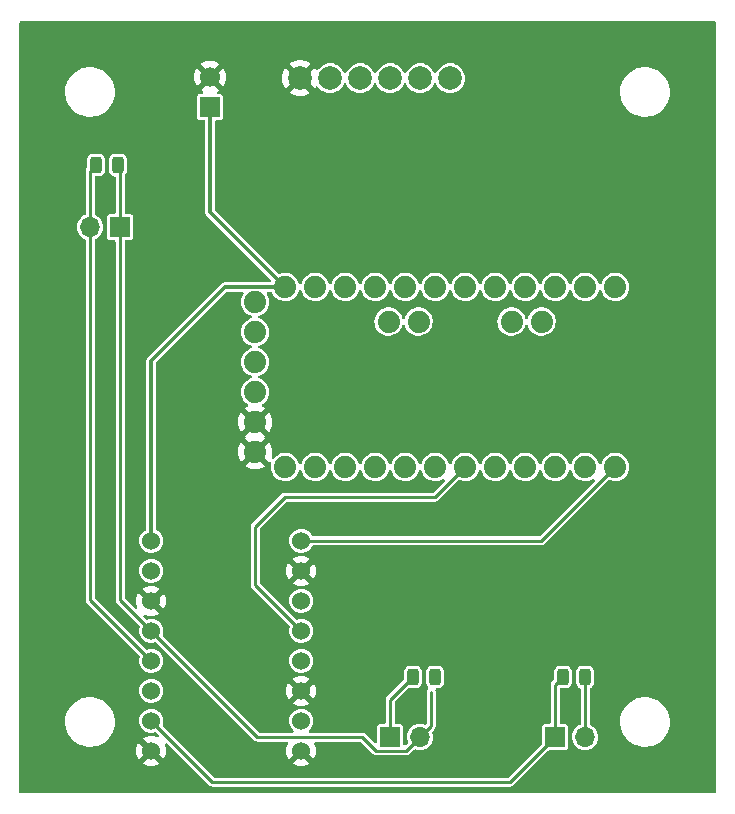
<source format=gbr>
%TF.GenerationSoftware,KiCad,Pcbnew,(6.0.1)*%
%TF.CreationDate,2022-05-11T20:09:52-07:00*%
%TF.ProjectId,BlackberryJam_pcb,426c6163-6b62-4657-9272-794a616d5f70,rev?*%
%TF.SameCoordinates,Original*%
%TF.FileFunction,Copper,L1,Top*%
%TF.FilePolarity,Positive*%
%FSLAX46Y46*%
G04 Gerber Fmt 4.6, Leading zero omitted, Abs format (unit mm)*
G04 Created by KiCad (PCBNEW (6.0.1)) date 2022-05-11 20:09:52*
%MOMM*%
%LPD*%
G01*
G04 APERTURE LIST*
G04 Aperture macros list*
%AMRoundRect*
0 Rectangle with rounded corners*
0 $1 Rounding radius*
0 $2 $3 $4 $5 $6 $7 $8 $9 X,Y pos of 4 corners*
0 Add a 4 corners polygon primitive as box body*
4,1,4,$2,$3,$4,$5,$6,$7,$8,$9,$2,$3,0*
0 Add four circle primitives for the rounded corners*
1,1,$1+$1,$2,$3*
1,1,$1+$1,$4,$5*
1,1,$1+$1,$6,$7*
1,1,$1+$1,$8,$9*
0 Add four rect primitives between the rounded corners*
20,1,$1+$1,$2,$3,$4,$5,0*
20,1,$1+$1,$4,$5,$6,$7,0*
20,1,$1+$1,$6,$7,$8,$9,0*
20,1,$1+$1,$8,$9,$2,$3,0*%
G04 Aperture macros list end*
%TA.AperFunction,ComponentPad*%
%ADD10R,1.700000X1.700000*%
%TD*%
%TA.AperFunction,ComponentPad*%
%ADD11C,1.700000*%
%TD*%
%TA.AperFunction,ComponentPad*%
%ADD12C,2.000000*%
%TD*%
%TA.AperFunction,ComponentPad*%
%ADD13C,1.524000*%
%TD*%
%TA.AperFunction,ComponentPad*%
%ADD14C,1.879600*%
%TD*%
%TA.AperFunction,ComponentPad*%
%ADD15O,1.700000X1.700000*%
%TD*%
%TA.AperFunction,SMDPad,CuDef*%
%ADD16RoundRect,0.243750X0.243750X0.456250X-0.243750X0.456250X-0.243750X-0.456250X0.243750X-0.456250X0*%
%TD*%
%TA.AperFunction,SMDPad,CuDef*%
%ADD17RoundRect,0.243750X-0.243750X-0.456250X0.243750X-0.456250X0.243750X0.456250X-0.243750X0.456250X0*%
%TD*%
%TA.AperFunction,Conductor*%
%ADD18C,0.250000*%
%TD*%
%TA.AperFunction,Conductor*%
%ADD19C,0.300000*%
%TD*%
G04 APERTURE END LIST*
D10*
%TO.P,U1,5,OUT+*%
%TO.N,RAW (V_IN)*%
X16510000Y-7620000D03*
D11*
%TO.P,U1,6,OUT-*%
%TO.N,GND*%
X16510000Y-5080000D03*
%TD*%
D12*
%TO.P,U4,1,3.3V*%
%TO.N,VCC (3.3V)*%
X36830000Y-5174000D03*
%TO.P,U4,2,SDA*%
%TO.N,A4*%
X34290000Y-5174000D03*
%TO.P,U4,3,SCL*%
%TO.N,A5*%
X31750000Y-5174000D03*
%TO.P,U4,4,INT2*%
%TO.N,D3 (INT1)*%
X29210000Y-5174000D03*
%TO.P,U4,5,INT1*%
%TO.N,D2 (INT0)*%
X26670000Y-5174000D03*
%TO.P,U4,6,GND*%
%TO.N,GND*%
X24130000Y-5174000D03*
%TD*%
D13*
%TO.P,U5,1,VM*%
%TO.N,RAW (V_IN)*%
X11525000Y-44355000D03*
%TO.P,U5,2,VCC*%
%TO.N,VCC (3.3V)*%
X11525000Y-46895000D03*
%TO.P,U5,3,GND*%
%TO.N,GND*%
X11525000Y-49435000D03*
%TO.P,U5,4,A01*%
%TO.N,Net-(D1-Pad2)*%
X11525000Y-51975000D03*
%TO.P,U5,5,A02*%
%TO.N,Net-(D1-Pad1)*%
X11525000Y-54515000D03*
%TO.P,U5,6,B02*%
%TO.N,Net-(D3-Pad2)*%
X11525000Y-57055000D03*
%TO.P,U5,7,B01*%
%TO.N,Net-(D3-Pad1)*%
X11525000Y-59595000D03*
%TO.P,U5,8,GND*%
%TO.N,GND*%
X11525000Y-62135000D03*
%TO.P,U5,9,GND*%
X24225000Y-62135000D03*
%TO.P,U5,10,PWMB*%
%TO.N,D10 (PWM)*%
X24225000Y-59595000D03*
%TO.P,U5,11,BI2*%
%TO.N,GND*%
X24225000Y-57055000D03*
%TO.P,U5,12,BI1*%
%TO.N,D6*%
X24225000Y-54515000D03*
%TO.P,U5,13,STBY*%
%TO.N,D4*%
X24225000Y-51975000D03*
%TO.P,U5,14,AI1*%
%TO.N,D5*%
X24225000Y-49435000D03*
%TO.P,U5,15,AI2*%
%TO.N,GND*%
X24225000Y-46895000D03*
%TO.P,U5,16,PWMA*%
%TO.N,D9 (PWM)*%
X24225000Y-44355000D03*
%TD*%
D14*
%TO.P,U2,JP1_1,DTR*%
%TO.N,unconnected-(U2-PadJP1_1)*%
X20320000Y-24130000D03*
%TO.P,U2,JP1_2,TXO*%
%TO.N,unconnected-(U2-PadJP1_2)*%
X20320000Y-26670000D03*
%TO.P,U2,JP1_3,RXI*%
%TO.N,unconnected-(U2-PadJP1_3)*%
X20320000Y-29210000D03*
%TO.P,U2,JP1_4,VCC*%
%TO.N,VCC (3.3V)*%
X20320000Y-31750000D03*
%TO.P,U2,JP1_5,GND*%
%TO.N,GND*%
X20320000Y-34290000D03*
%TO.P,U2,JP1_6,GND*%
X20320000Y-36830000D03*
%TO.P,U2,JP2_1,A4*%
%TO.N,A4*%
X34163000Y-25781000D03*
%TO.P,U2,JP2_2,A5*%
%TO.N,A5*%
X31623000Y-25781000D03*
%TO.P,U2,JP3_1,A6*%
%TO.N,unconnected-(U2-PadJP3_1)*%
X44577000Y-25781000D03*
%TO.P,U2,JP3_2,A7*%
%TO.N,unconnected-(U2-PadJP3_2)*%
X42037000Y-25781000D03*
%TO.P,U2,JP6_1,RAW*%
%TO.N,RAW (V_IN)*%
X22860000Y-22860000D03*
%TO.P,U2,JP6_2,GND_1*%
%TO.N,unconnected-(U2-PadJP6_2)*%
X25400000Y-22860000D03*
%TO.P,U2,JP6_3,RST_1*%
%TO.N,unconnected-(U2-PadJP6_3)*%
X27940000Y-22860000D03*
%TO.P,U2,JP6_4,VCC_1*%
%TO.N,unconnected-(U2-PadJP6_4)*%
X30480000Y-22860000D03*
%TO.P,U2,JP6_5,A3*%
%TO.N,unconnected-(U2-PadJP6_5)*%
X33020000Y-22860000D03*
%TO.P,U2,JP6_6,A2*%
%TO.N,unconnected-(U2-PadJP6_6)*%
X35560000Y-22860000D03*
%TO.P,U2,JP6_7,A1*%
%TO.N,unconnected-(U2-PadJP6_7)*%
X38100000Y-22860000D03*
%TO.P,U2,JP6_8,A0*%
%TO.N,unconnected-(U2-PadJP6_8)*%
X40640000Y-22860000D03*
%TO.P,U2,JP6_9,SCK*%
%TO.N,unconnected-(U2-PadJP6_9)*%
X43180000Y-22860000D03*
%TO.P,U2,JP6_10,MISO*%
%TO.N,unconnected-(U2-PadJP6_10)*%
X45720000Y-22860000D03*
%TO.P,U2,JP6_11,MOSI*%
%TO.N,unconnected-(U2-PadJP6_11)*%
X48260000Y-22860000D03*
%TO.P,U2,JP6_12,D10*%
%TO.N,D10 (PWM)*%
X50800000Y-22860000D03*
%TO.P,U2,JP7_1,D9*%
%TO.N,D9 (PWM)*%
X50800000Y-38100000D03*
%TO.P,U2,JP7_2,D8*%
%TO.N,unconnected-(U2-PadJP7_2)*%
X48260000Y-38100000D03*
%TO.P,U2,JP7_3,D7*%
%TO.N,unconnected-(U2-PadJP7_3)*%
X45720000Y-38100000D03*
%TO.P,U2,JP7_4,D6*%
%TO.N,D6*%
X43180000Y-38100000D03*
%TO.P,U2,JP7_5,D5*%
%TO.N,D5*%
X40640000Y-38100000D03*
%TO.P,U2,JP7_6,D4*%
%TO.N,D4*%
X38100000Y-38100000D03*
%TO.P,U2,JP7_7,D3*%
%TO.N,D3 (INT1)*%
X35560000Y-38100000D03*
%TO.P,U2,JP7_8,D2*%
%TO.N,D2 (INT0)*%
X33020000Y-38100000D03*
%TO.P,U2,JP7_9,GND_2*%
%TO.N,unconnected-(U2-PadJP7_9)*%
X30480000Y-38100000D03*
%TO.P,U2,JP7_10,RST_2*%
%TO.N,unconnected-(U2-PadJP7_10)*%
X27940000Y-38100000D03*
%TO.P,U2,JP7_11,RXI_2*%
%TO.N,unconnected-(U2-PadJP7_11)*%
X25400000Y-38100000D03*
%TO.P,U2,JP7_12,TXO_2*%
%TO.N,unconnected-(U2-PadJP7_12)*%
X22860000Y-38100000D03*
%TD*%
D10*
%TO.P,U3,1,+IN*%
%TO.N,Net-(D1-Pad1)*%
X31750000Y-60960000D03*
D15*
%TO.P,U3,2,-IN*%
%TO.N,Net-(D1-Pad2)*%
X34290000Y-60960000D03*
%TD*%
D16*
%TO.P,D2,1,K*%
%TO.N,Net-(D1-Pad2)*%
X8723750Y-12533750D03*
%TO.P,D2,2,A*%
%TO.N,Net-(D1-Pad1)*%
X6848750Y-12533750D03*
%TD*%
D10*
%TO.P,M2,1,+*%
%TO.N,Net-(D1-Pad2)*%
X8890000Y-17780000D03*
D15*
%TO.P,M2,2,-*%
%TO.N,Net-(D1-Pad1)*%
X6350000Y-17780000D03*
%TD*%
D17*
%TO.P,D3,1,K*%
%TO.N,Net-(D3-Pad1)*%
X46385000Y-55880000D03*
%TO.P,D3,2,A*%
%TO.N,Net-(D3-Pad2)*%
X48260000Y-55880000D03*
%TD*%
%TO.P,D1,1,K*%
%TO.N,Net-(D1-Pad1)*%
X33685000Y-55880000D03*
%TO.P,D1,2,A*%
%TO.N,Net-(D1-Pad2)*%
X35560000Y-55880000D03*
%TD*%
D10*
%TO.P,M3,1,+*%
%TO.N,Net-(D3-Pad1)*%
X45720000Y-60960000D03*
D15*
%TO.P,M3,2,-*%
%TO.N,Net-(D3-Pad2)*%
X48260000Y-60960000D03*
%TD*%
D18*
%TO.N,Net-(D3-Pad1)*%
X45720000Y-56545000D02*
X46385000Y-55880000D01*
X45720000Y-60960000D02*
X45720000Y-56545000D01*
%TO.N,Net-(D3-Pad2)*%
X48260000Y-55880000D02*
X48260000Y-60960000D01*
%TO.N,Net-(D1-Pad1)*%
X31750000Y-57815000D02*
X31750000Y-60960000D01*
X33685000Y-55880000D02*
X31750000Y-57815000D01*
X6350000Y-17780000D02*
X6350000Y-13032500D01*
X6350000Y-49340000D02*
X11525000Y-54515000D01*
X6350000Y-13032500D02*
X6848750Y-12533750D01*
X6350000Y-17780000D02*
X6350000Y-49340000D01*
X6848750Y-12533750D02*
X6516250Y-12201250D01*
%TO.N,Net-(D1-Pad2)*%
X8890000Y-49340000D02*
X8890000Y-17780000D01*
X29400978Y-60960000D02*
X30575489Y-62134511D01*
X8890000Y-12700000D02*
X8890000Y-17780000D01*
X11525000Y-51975000D02*
X8890000Y-49340000D01*
X34290000Y-60960000D02*
X35227500Y-60022500D01*
X11335000Y-51975000D02*
X11525000Y-51975000D01*
X33115489Y-62134511D02*
X34290000Y-60960000D01*
X35227500Y-60022500D02*
X35227500Y-57150000D01*
X8723750Y-12533750D02*
X8890000Y-12700000D01*
X8723750Y-12533750D02*
X9056250Y-12201250D01*
X11525000Y-51975000D02*
X20510000Y-60960000D01*
X20510000Y-60960000D02*
X29400978Y-60960000D01*
X30575489Y-62134511D02*
X33115489Y-62134511D01*
%TO.N,Net-(D3-Pad1)*%
X16700000Y-64770000D02*
X41910000Y-64770000D01*
X41910000Y-64770000D02*
X45720000Y-60960000D01*
X45720000Y-60960000D02*
X46040300Y-60960000D01*
X11525000Y-59595000D02*
X16700000Y-64770000D01*
%TO.N,D4*%
X35560000Y-40640000D02*
X38100000Y-38100000D01*
X24225000Y-51975000D02*
X20320000Y-48070000D01*
X22860000Y-40640000D02*
X35560000Y-40640000D01*
X20320000Y-43180000D02*
X22860000Y-40640000D01*
X20320000Y-48070000D02*
X20320000Y-43180000D01*
%TO.N,D9 (PWM)*%
X24225000Y-44355000D02*
X44545000Y-44355000D01*
X44545000Y-44355000D02*
X50800000Y-38100000D01*
D19*
%TO.N,RAW (V_IN)*%
X22860000Y-22860000D02*
X17780000Y-22860000D01*
X17780000Y-22860000D02*
X11525000Y-29115000D01*
X11525000Y-29115000D02*
X11525000Y-44355000D01*
X16510000Y-16510000D02*
X22860000Y-22860000D01*
X16510000Y-7620000D02*
X16510000Y-16510000D01*
%TD*%
%TA.AperFunction,Conductor*%
%TO.N,GND*%
G36*
X59278121Y-374002D02*
G01*
X59324614Y-427658D01*
X59336000Y-480000D01*
X59336000Y-65560000D01*
X59315998Y-65628121D01*
X59262342Y-65674614D01*
X59210000Y-65686000D01*
X480000Y-65686000D01*
X411879Y-65665998D01*
X365386Y-65612342D01*
X354000Y-65560000D01*
X354000Y-63193777D01*
X10830777Y-63193777D01*
X10840074Y-63205793D01*
X10883069Y-63235898D01*
X10892555Y-63241376D01*
X11083993Y-63330645D01*
X11094285Y-63334391D01*
X11298309Y-63389059D01*
X11309104Y-63390962D01*
X11519525Y-63409372D01*
X11530475Y-63409372D01*
X11740896Y-63390962D01*
X11751691Y-63389059D01*
X11955715Y-63334391D01*
X11966007Y-63330645D01*
X12157445Y-63241376D01*
X12166931Y-63235898D01*
X12210764Y-63205207D01*
X12219139Y-63194729D01*
X12212071Y-63181281D01*
X11537812Y-62507022D01*
X11523868Y-62499408D01*
X11522035Y-62499539D01*
X11515420Y-62503790D01*
X10837207Y-63182003D01*
X10830777Y-63193777D01*
X354000Y-63193777D01*
X354000Y-62140475D01*
X10250628Y-62140475D01*
X10269038Y-62350896D01*
X10270941Y-62361691D01*
X10325609Y-62565715D01*
X10329355Y-62576007D01*
X10418623Y-62767441D01*
X10424103Y-62776932D01*
X10454794Y-62820765D01*
X10465271Y-62829140D01*
X10478718Y-62822072D01*
X11152978Y-62147812D01*
X11160592Y-62133868D01*
X11160461Y-62132035D01*
X11156210Y-62125420D01*
X10477997Y-61447207D01*
X10466223Y-61440777D01*
X10454207Y-61450074D01*
X10424103Y-61493068D01*
X10418623Y-61502559D01*
X10329355Y-61693993D01*
X10325609Y-61704285D01*
X10270941Y-61908309D01*
X10269038Y-61919104D01*
X10250628Y-62129525D01*
X10250628Y-62140475D01*
X354000Y-62140475D01*
X354000Y-59667916D01*
X4241200Y-59667916D01*
X4257713Y-59954317D01*
X4258538Y-59958524D01*
X4258539Y-59958529D01*
X4285776Y-60097353D01*
X4312944Y-60235828D01*
X4314331Y-60239879D01*
X4381733Y-60436744D01*
X4405868Y-60507238D01*
X4407793Y-60511065D01*
X4407794Y-60511068D01*
X4520478Y-60735115D01*
X4534767Y-60763526D01*
X4537193Y-60767055D01*
X4537196Y-60767061D01*
X4690250Y-60989754D01*
X4697256Y-60999948D01*
X4700143Y-61003121D01*
X4700144Y-61003122D01*
X4766967Y-61076560D01*
X4890328Y-61212132D01*
X4923334Y-61239729D01*
X5107118Y-61393397D01*
X5107123Y-61393401D01*
X5110410Y-61396149D01*
X5142387Y-61416208D01*
X5349790Y-61546312D01*
X5349794Y-61546314D01*
X5353430Y-61548595D01*
X5357340Y-61550360D01*
X5357341Y-61550361D01*
X5610979Y-61664883D01*
X5610983Y-61664885D01*
X5614891Y-61666649D01*
X5645342Y-61675669D01*
X5885841Y-61746908D01*
X5885845Y-61746909D01*
X5889954Y-61748126D01*
X5894191Y-61748774D01*
X5894194Y-61748775D01*
X6136211Y-61785809D01*
X6173530Y-61791520D01*
X6319584Y-61793814D01*
X6456081Y-61795959D01*
X6456087Y-61795959D01*
X6460372Y-61796026D01*
X6745171Y-61761561D01*
X7022658Y-61688764D01*
X7026618Y-61687124D01*
X7026623Y-61687122D01*
X7164225Y-61630125D01*
X7287698Y-61578981D01*
X7535387Y-61434243D01*
X7761140Y-61257230D01*
X7960782Y-61051216D01*
X7963315Y-61047768D01*
X7963319Y-61047763D01*
X8128079Y-60823469D01*
X8130617Y-60820014D01*
X8161240Y-60763613D01*
X8265453Y-60571677D01*
X8265454Y-60571675D01*
X8267503Y-60567901D01*
X8368906Y-60299544D01*
X8432952Y-60019907D01*
X8458453Y-59734166D01*
X8458916Y-59690000D01*
X8457702Y-59672196D01*
X8451467Y-59580739D01*
X10503682Y-59580739D01*
X10520362Y-59779386D01*
X10542551Y-59856768D01*
X10570524Y-59954317D01*
X10575310Y-59971009D01*
X10666430Y-60148311D01*
X10790253Y-60304537D01*
X10794946Y-60308531D01*
X10794947Y-60308532D01*
X10801179Y-60313836D01*
X10942063Y-60433737D01*
X10947441Y-60436743D01*
X10947443Y-60436744D01*
X11050983Y-60494610D01*
X11116076Y-60530989D01*
X11121935Y-60532893D01*
X11121938Y-60532894D01*
X11166251Y-60547292D01*
X11305665Y-60592591D01*
X11311775Y-60593320D01*
X11311777Y-60593320D01*
X11379314Y-60601373D01*
X11482015Y-60613619D01*
X11516739Y-60628476D01*
X11544285Y-60613997D01*
X11559445Y-60611898D01*
X11696226Y-60601373D01*
X11696231Y-60601372D01*
X11702367Y-60600900D01*
X11708297Y-60599244D01*
X11708299Y-60599244D01*
X11859593Y-60557002D01*
X11930584Y-60557949D01*
X11982572Y-60589266D01*
X12147736Y-60754430D01*
X12181762Y-60816742D01*
X12176697Y-60887557D01*
X12134150Y-60944393D01*
X12067630Y-60969204D01*
X12005392Y-60957720D01*
X11966012Y-60939357D01*
X11955715Y-60935609D01*
X11751691Y-60880941D01*
X11740895Y-60879037D01*
X11558131Y-60863048D01*
X11519210Y-60847824D01*
X11488030Y-60862982D01*
X11478078Y-60864254D01*
X11309104Y-60879038D01*
X11298309Y-60880941D01*
X11094285Y-60935609D01*
X11083993Y-60939355D01*
X10892559Y-61028623D01*
X10883068Y-61034103D01*
X10839235Y-61064794D01*
X10830860Y-61075271D01*
X10837928Y-61088718D01*
X12572003Y-62822793D01*
X12583777Y-62829223D01*
X12595793Y-62819926D01*
X12625897Y-62776932D01*
X12631377Y-62767441D01*
X12720645Y-62576007D01*
X12724391Y-62565715D01*
X12779059Y-62361691D01*
X12780962Y-62350896D01*
X12799372Y-62140475D01*
X12799372Y-62129525D01*
X12780962Y-61919104D01*
X12779059Y-61908309D01*
X12724391Y-61704285D01*
X12720643Y-61693988D01*
X12702280Y-61654609D01*
X12691618Y-61584417D01*
X12720597Y-61519604D01*
X12780017Y-61480748D01*
X12851011Y-61480184D01*
X12905569Y-61512263D01*
X16393522Y-65000216D01*
X16408664Y-65018964D01*
X16409779Y-65020189D01*
X16415429Y-65028940D01*
X16423607Y-65035387D01*
X16423609Y-65035389D01*
X16441800Y-65049729D01*
X16446244Y-65053678D01*
X16446306Y-65053604D01*
X16450263Y-65056957D01*
X16453944Y-65060638D01*
X16469654Y-65071865D01*
X16474380Y-65075413D01*
X16514647Y-65107156D01*
X16523284Y-65110189D01*
X16530734Y-65115513D01*
X16540710Y-65118497D01*
X16540711Y-65118497D01*
X16556046Y-65123083D01*
X16579849Y-65130202D01*
X16585486Y-65132034D01*
X16626199Y-65146331D01*
X16633851Y-65149018D01*
X16639416Y-65149500D01*
X16642124Y-65149500D01*
X16644758Y-65149614D01*
X16644856Y-65149643D01*
X16644849Y-65149807D01*
X16645553Y-65149851D01*
X16651778Y-65151713D01*
X16705635Y-65149597D01*
X16710582Y-65149500D01*
X41856080Y-65149500D01*
X41880028Y-65152049D01*
X41881693Y-65152128D01*
X41891876Y-65154320D01*
X41902217Y-65153096D01*
X41925223Y-65150373D01*
X41931154Y-65150023D01*
X41931146Y-65149928D01*
X41936324Y-65149500D01*
X41941524Y-65149500D01*
X41946653Y-65148646D01*
X41946656Y-65148646D01*
X41960565Y-65146331D01*
X41966443Y-65145494D01*
X42007001Y-65140694D01*
X42007002Y-65140694D01*
X42017341Y-65139470D01*
X42025593Y-65135507D01*
X42034626Y-65134004D01*
X42043795Y-65129057D01*
X42043797Y-65129056D01*
X42079732Y-65109666D01*
X42085025Y-65106969D01*
X42124082Y-65088215D01*
X42124086Y-65088212D01*
X42131232Y-65084781D01*
X42135508Y-65081186D01*
X42137431Y-65079263D01*
X42139363Y-65077491D01*
X42139442Y-65077448D01*
X42139555Y-65077572D01*
X42140095Y-65077096D01*
X42145814Y-65074010D01*
X42182417Y-65034413D01*
X42185846Y-65030848D01*
X45115289Y-62101405D01*
X45177601Y-62067379D01*
X45204384Y-62064500D01*
X46442101Y-62064499D01*
X46595066Y-62064499D01*
X46630818Y-62057388D01*
X46657126Y-62052156D01*
X46657128Y-62052155D01*
X46669301Y-62049734D01*
X46679621Y-62042839D01*
X46679622Y-62042838D01*
X46743168Y-62000377D01*
X46753484Y-61993484D01*
X46809734Y-61909301D01*
X46824500Y-61835067D01*
X46824499Y-60930964D01*
X47151148Y-60930964D01*
X47164424Y-61133522D01*
X47165845Y-61139118D01*
X47165846Y-61139123D01*
X47197457Y-61263589D01*
X47214392Y-61330269D01*
X47216807Y-61335507D01*
X47216809Y-61335512D01*
X47252604Y-61413158D01*
X47299377Y-61514616D01*
X47302710Y-61519332D01*
X47407657Y-61667829D01*
X47416533Y-61680389D01*
X47561938Y-61822035D01*
X47730720Y-61934812D01*
X47736023Y-61937090D01*
X47736026Y-61937092D01*
X47855824Y-61988561D01*
X47917228Y-62014942D01*
X47990244Y-62031464D01*
X48109579Y-62058467D01*
X48109584Y-62058468D01*
X48115216Y-62059742D01*
X48120987Y-62059969D01*
X48120989Y-62059969D01*
X48180756Y-62062317D01*
X48318053Y-62067712D01*
X48425341Y-62052156D01*
X48513231Y-62039413D01*
X48513236Y-62039412D01*
X48518945Y-62038584D01*
X48524409Y-62036729D01*
X48524414Y-62036728D01*
X48705693Y-61975192D01*
X48705698Y-61975190D01*
X48711165Y-61973334D01*
X48888276Y-61874147D01*
X48899413Y-61864885D01*
X49023645Y-61761561D01*
X49044345Y-61744345D01*
X49107983Y-61667829D01*
X49170453Y-61592718D01*
X49170455Y-61592715D01*
X49174147Y-61588276D01*
X49252392Y-61448559D01*
X49270510Y-61416208D01*
X49270511Y-61416206D01*
X49273334Y-61411165D01*
X49275190Y-61405698D01*
X49275192Y-61405693D01*
X49336728Y-61224414D01*
X49336729Y-61224409D01*
X49338584Y-61218945D01*
X49339412Y-61213236D01*
X49339413Y-61213231D01*
X49362715Y-61052517D01*
X49367712Y-61018053D01*
X49369232Y-60960000D01*
X49350658Y-60757859D01*
X49348145Y-60748948D01*
X49297125Y-60568046D01*
X49297124Y-60568044D01*
X49295557Y-60562487D01*
X49292853Y-60557002D01*
X49208331Y-60385609D01*
X49205776Y-60380428D01*
X49084320Y-60217779D01*
X48947302Y-60091120D01*
X48939503Y-60083911D01*
X48935258Y-60079987D01*
X48930375Y-60076906D01*
X48930371Y-60076903D01*
X48768464Y-59974748D01*
X48763581Y-59971667D01*
X48718810Y-59953805D01*
X48662951Y-59909985D01*
X48639500Y-59836775D01*
X48639500Y-59667916D01*
X51231200Y-59667916D01*
X51247713Y-59954317D01*
X51248538Y-59958524D01*
X51248539Y-59958529D01*
X51275776Y-60097353D01*
X51302944Y-60235828D01*
X51304331Y-60239879D01*
X51371733Y-60436744D01*
X51395868Y-60507238D01*
X51397793Y-60511065D01*
X51397794Y-60511068D01*
X51510478Y-60735115D01*
X51524767Y-60763526D01*
X51527193Y-60767055D01*
X51527196Y-60767061D01*
X51680250Y-60989754D01*
X51687256Y-60999948D01*
X51690143Y-61003121D01*
X51690144Y-61003122D01*
X51756967Y-61076560D01*
X51880328Y-61212132D01*
X51913334Y-61239729D01*
X52097118Y-61393397D01*
X52097123Y-61393401D01*
X52100410Y-61396149D01*
X52132387Y-61416208D01*
X52339790Y-61546312D01*
X52339794Y-61546314D01*
X52343430Y-61548595D01*
X52347340Y-61550360D01*
X52347341Y-61550361D01*
X52600979Y-61664883D01*
X52600983Y-61664885D01*
X52604891Y-61666649D01*
X52635342Y-61675669D01*
X52875841Y-61746908D01*
X52875845Y-61746909D01*
X52879954Y-61748126D01*
X52884191Y-61748774D01*
X52884194Y-61748775D01*
X53126211Y-61785809D01*
X53163530Y-61791520D01*
X53309584Y-61793814D01*
X53446081Y-61795959D01*
X53446087Y-61795959D01*
X53450372Y-61796026D01*
X53735171Y-61761561D01*
X54012658Y-61688764D01*
X54016618Y-61687124D01*
X54016623Y-61687122D01*
X54154225Y-61630125D01*
X54277698Y-61578981D01*
X54525387Y-61434243D01*
X54751140Y-61257230D01*
X54950782Y-61051216D01*
X54953315Y-61047768D01*
X54953319Y-61047763D01*
X55118079Y-60823469D01*
X55120617Y-60820014D01*
X55151240Y-60763613D01*
X55255453Y-60571677D01*
X55255454Y-60571675D01*
X55257503Y-60567901D01*
X55358906Y-60299544D01*
X55422952Y-60019907D01*
X55448453Y-59734166D01*
X55448916Y-59690000D01*
X55447702Y-59672196D01*
X55429696Y-59408064D01*
X55429695Y-59408058D01*
X55429404Y-59403787D01*
X55425761Y-59386193D01*
X55397590Y-59250164D01*
X55371229Y-59122871D01*
X55275467Y-58852448D01*
X55143891Y-58597525D01*
X54978936Y-58362816D01*
X54960166Y-58342617D01*
X54786573Y-58155809D01*
X54786570Y-58155807D01*
X54783652Y-58152666D01*
X54561655Y-57970964D01*
X54317052Y-57821071D01*
X54313116Y-57819343D01*
X54058298Y-57707485D01*
X54058294Y-57707484D01*
X54054370Y-57705761D01*
X53778468Y-57627169D01*
X53567636Y-57597163D01*
X53498705Y-57587353D01*
X53498703Y-57587353D01*
X53494453Y-57586748D01*
X53490164Y-57586726D01*
X53490157Y-57586725D01*
X53211866Y-57585267D01*
X53211859Y-57585267D01*
X53207580Y-57585245D01*
X53203336Y-57585804D01*
X53203332Y-57585804D01*
X53078189Y-57602280D01*
X52923157Y-57622690D01*
X52646448Y-57698390D01*
X52382572Y-57810942D01*
X52378891Y-57813145D01*
X52140095Y-57956061D01*
X52140091Y-57956064D01*
X52136413Y-57958265D01*
X51912525Y-58137633D01*
X51889994Y-58161376D01*
X51728073Y-58332005D01*
X51715052Y-58345726D01*
X51547648Y-58578694D01*
X51413409Y-58832227D01*
X51399607Y-58869944D01*
X51340918Y-59030319D01*
X51314821Y-59101631D01*
X51253708Y-59381923D01*
X51232146Y-59655893D01*
X51231200Y-59667916D01*
X48639500Y-59667916D01*
X48639500Y-56904841D01*
X48659502Y-56836720D01*
X48713158Y-56790227D01*
X48721272Y-56786859D01*
X48737077Y-56780934D01*
X48737078Y-56780933D01*
X48745482Y-56777783D01*
X48752661Y-56772403D01*
X48752664Y-56772401D01*
X48852508Y-56697571D01*
X48859689Y-56692189D01*
X48866592Y-56682978D01*
X48939899Y-56585166D01*
X48939899Y-56585165D01*
X48945283Y-56577982D01*
X48971824Y-56507183D01*
X48992608Y-56451740D01*
X48992609Y-56451738D01*
X48995381Y-56444342D01*
X49002000Y-56383415D01*
X49001999Y-55376586D01*
X48999517Y-55353737D01*
X48996235Y-55323517D01*
X48996234Y-55323511D01*
X48995381Y-55315658D01*
X48945283Y-55182018D01*
X48890144Y-55108446D01*
X48865071Y-55074992D01*
X48859689Y-55067811D01*
X48745482Y-54982217D01*
X48619245Y-54934894D01*
X48619240Y-54934892D01*
X48619238Y-54934891D01*
X48611842Y-54932119D01*
X48550915Y-54925500D01*
X48260043Y-54925500D01*
X47969086Y-54925501D01*
X47965692Y-54925870D01*
X47965686Y-54925870D01*
X47916017Y-54931265D01*
X47916014Y-54931266D01*
X47908158Y-54932119D01*
X47774518Y-54982217D01*
X47660311Y-55067811D01*
X47654929Y-55074992D01*
X47629857Y-55108446D01*
X47574717Y-55182018D01*
X47571565Y-55190426D01*
X47549226Y-55250018D01*
X47524619Y-55315658D01*
X47518000Y-55376585D01*
X47518001Y-56383414D01*
X47518370Y-56386808D01*
X47518370Y-56386814D01*
X47523115Y-56430492D01*
X47524619Y-56444342D01*
X47527394Y-56451744D01*
X47527394Y-56451745D01*
X47544276Y-56496778D01*
X47574717Y-56577982D01*
X47580101Y-56585165D01*
X47580101Y-56585166D01*
X47653408Y-56682978D01*
X47660311Y-56692189D01*
X47667492Y-56697571D01*
X47767336Y-56772401D01*
X47767339Y-56772403D01*
X47774518Y-56777783D01*
X47782922Y-56780933D01*
X47782923Y-56780934D01*
X47798728Y-56786859D01*
X47855493Y-56829499D01*
X47880194Y-56896061D01*
X47880500Y-56904841D01*
X47880500Y-59834839D01*
X47860498Y-59902960D01*
X47806842Y-59949453D01*
X47798118Y-59953049D01*
X47782463Y-59958824D01*
X47608010Y-60062612D01*
X47603670Y-60066418D01*
X47603666Y-60066421D01*
X47510289Y-60148311D01*
X47455392Y-60196455D01*
X47451817Y-60200990D01*
X47451816Y-60200991D01*
X47441675Y-60213855D01*
X47329720Y-60355869D01*
X47327031Y-60360980D01*
X47327029Y-60360983D01*
X47314073Y-60385609D01*
X47235203Y-60535515D01*
X47175007Y-60729378D01*
X47151148Y-60930964D01*
X46824499Y-60930964D01*
X46824499Y-60084934D01*
X46817388Y-60049182D01*
X46812156Y-60022874D01*
X46812155Y-60022872D01*
X46809734Y-60010699D01*
X46792569Y-59985009D01*
X46760377Y-59936832D01*
X46753484Y-59926516D01*
X46669301Y-59870266D01*
X46595067Y-59855500D01*
X46225500Y-59855500D01*
X46157379Y-59835498D01*
X46110886Y-59781842D01*
X46099500Y-59729500D01*
X46099500Y-56960500D01*
X46119502Y-56892379D01*
X46173158Y-56845886D01*
X46225500Y-56834500D01*
X46660691Y-56834499D01*
X46675914Y-56834499D01*
X46679308Y-56834130D01*
X46679314Y-56834130D01*
X46728983Y-56828735D01*
X46728986Y-56828734D01*
X46736842Y-56827881D01*
X46764500Y-56817513D01*
X46862074Y-56780935D01*
X46862076Y-56780934D01*
X46870482Y-56777783D01*
X46899422Y-56756094D01*
X46977508Y-56697571D01*
X46984689Y-56692189D01*
X46991592Y-56682978D01*
X47064899Y-56585166D01*
X47064899Y-56585165D01*
X47070283Y-56577982D01*
X47096824Y-56507183D01*
X47117608Y-56451740D01*
X47117609Y-56451738D01*
X47120381Y-56444342D01*
X47127000Y-56383415D01*
X47126999Y-55376586D01*
X47124517Y-55353737D01*
X47121235Y-55323517D01*
X47121234Y-55323511D01*
X47120381Y-55315658D01*
X47070283Y-55182018D01*
X47015144Y-55108446D01*
X46990071Y-55074992D01*
X46984689Y-55067811D01*
X46870482Y-54982217D01*
X46744245Y-54934894D01*
X46744240Y-54934892D01*
X46744238Y-54934891D01*
X46736842Y-54932119D01*
X46675915Y-54925500D01*
X46385043Y-54925500D01*
X46094086Y-54925501D01*
X46090692Y-54925870D01*
X46090686Y-54925870D01*
X46041017Y-54931265D01*
X46041014Y-54931266D01*
X46033158Y-54932119D01*
X45899518Y-54982217D01*
X45785311Y-55067811D01*
X45779929Y-55074992D01*
X45754857Y-55108446D01*
X45699717Y-55182018D01*
X45696565Y-55190426D01*
X45674226Y-55250018D01*
X45649619Y-55315658D01*
X45643000Y-55376585D01*
X45643000Y-55380002D01*
X45643001Y-56033115D01*
X45622999Y-56101236D01*
X45606096Y-56122210D01*
X45489784Y-56238522D01*
X45471036Y-56253664D01*
X45469811Y-56254779D01*
X45461060Y-56260429D01*
X45454613Y-56268607D01*
X45454611Y-56268609D01*
X45440271Y-56286800D01*
X45436325Y-56291241D01*
X45436398Y-56291303D01*
X45433039Y-56295267D01*
X45429362Y-56298944D01*
X45418108Y-56314692D01*
X45414602Y-56319362D01*
X45382844Y-56359647D01*
X45379812Y-56368281D01*
X45374486Y-56375734D01*
X45371501Y-56385715D01*
X45359799Y-56424844D01*
X45357964Y-56430492D01*
X45350501Y-56451745D01*
X45340982Y-56478851D01*
X45340500Y-56484416D01*
X45340500Y-56487124D01*
X45340386Y-56489758D01*
X45340357Y-56489856D01*
X45340193Y-56489849D01*
X45340149Y-56490553D01*
X45338287Y-56496778D01*
X45338696Y-56507183D01*
X45340403Y-56550635D01*
X45340500Y-56555582D01*
X45340500Y-59729501D01*
X45320498Y-59797622D01*
X45266842Y-59844115D01*
X45214500Y-59855501D01*
X44844934Y-59855501D01*
X44809182Y-59862612D01*
X44782874Y-59867844D01*
X44782872Y-59867845D01*
X44770699Y-59870266D01*
X44760379Y-59877161D01*
X44760378Y-59877162D01*
X44711256Y-59909985D01*
X44686516Y-59926516D01*
X44630266Y-60010699D01*
X44615500Y-60084933D01*
X44615500Y-60091120D01*
X44615501Y-61475615D01*
X44595499Y-61543736D01*
X44578596Y-61564710D01*
X41789711Y-64353595D01*
X41727399Y-64387621D01*
X41700616Y-64390500D01*
X16909384Y-64390500D01*
X16841263Y-64370498D01*
X16820289Y-64353595D01*
X15660471Y-63193777D01*
X23530777Y-63193777D01*
X23540074Y-63205793D01*
X23583069Y-63235898D01*
X23592555Y-63241376D01*
X23783993Y-63330645D01*
X23794285Y-63334391D01*
X23998309Y-63389059D01*
X24009104Y-63390962D01*
X24219525Y-63409372D01*
X24230475Y-63409372D01*
X24440896Y-63390962D01*
X24451691Y-63389059D01*
X24655715Y-63334391D01*
X24666007Y-63330645D01*
X24857445Y-63241376D01*
X24866931Y-63235898D01*
X24910764Y-63205207D01*
X24919139Y-63194729D01*
X24912071Y-63181281D01*
X24237812Y-62507022D01*
X24223868Y-62499408D01*
X24222035Y-62499539D01*
X24215420Y-62503790D01*
X23537207Y-63182003D01*
X23530777Y-63193777D01*
X15660471Y-63193777D01*
X12517889Y-60051195D01*
X12483863Y-59988883D01*
X12487425Y-59922329D01*
X12496718Y-59894393D01*
X12521035Y-59821294D01*
X12528166Y-59764847D01*
X12545578Y-59627023D01*
X12545579Y-59627013D01*
X12546020Y-59623520D01*
X12546418Y-59595000D01*
X12526965Y-59396606D01*
X12525184Y-59390707D01*
X12525183Y-59390702D01*
X12471129Y-59211667D01*
X12469348Y-59205768D01*
X12422554Y-59117762D01*
X12378655Y-59035198D01*
X12378653Y-59035195D01*
X12375761Y-59029756D01*
X12371871Y-59024986D01*
X12371868Y-59024982D01*
X12253663Y-58880049D01*
X12253660Y-58880046D01*
X12249768Y-58875274D01*
X12197734Y-58832227D01*
X12100919Y-58752135D01*
X12096170Y-58748206D01*
X11920815Y-58653392D01*
X11730385Y-58594444D01*
X11724260Y-58593800D01*
X11724259Y-58593800D01*
X11538260Y-58574251D01*
X11538258Y-58574251D01*
X11532131Y-58573607D01*
X11434434Y-58582498D01*
X11339746Y-58591115D01*
X11339745Y-58591115D01*
X11333605Y-58591674D01*
X11327691Y-58593415D01*
X11327689Y-58593415D01*
X11197539Y-58631721D01*
X11142370Y-58647958D01*
X10965709Y-58740314D01*
X10960909Y-58744174D01*
X10960908Y-58744174D01*
X10955893Y-58748206D01*
X10810351Y-58865225D01*
X10682214Y-59017933D01*
X10586179Y-59192621D01*
X10525902Y-59382635D01*
X10503682Y-59580739D01*
X8451467Y-59580739D01*
X8439696Y-59408064D01*
X8439695Y-59408058D01*
X8439404Y-59403787D01*
X8435761Y-59386193D01*
X8407590Y-59250164D01*
X8381229Y-59122871D01*
X8285467Y-58852448D01*
X8153891Y-58597525D01*
X7988936Y-58362816D01*
X7970166Y-58342617D01*
X7796573Y-58155809D01*
X7796570Y-58155807D01*
X7793652Y-58152666D01*
X7571655Y-57970964D01*
X7327052Y-57821071D01*
X7323116Y-57819343D01*
X7068298Y-57707485D01*
X7068294Y-57707484D01*
X7064370Y-57705761D01*
X6788468Y-57627169D01*
X6577636Y-57597163D01*
X6508705Y-57587353D01*
X6508703Y-57587353D01*
X6504453Y-57586748D01*
X6500164Y-57586726D01*
X6500157Y-57586725D01*
X6221866Y-57585267D01*
X6221859Y-57585267D01*
X6217580Y-57585245D01*
X6213336Y-57585804D01*
X6213332Y-57585804D01*
X6088189Y-57602280D01*
X5933157Y-57622690D01*
X5656448Y-57698390D01*
X5392572Y-57810942D01*
X5388891Y-57813145D01*
X5150095Y-57956061D01*
X5150091Y-57956064D01*
X5146413Y-57958265D01*
X4922525Y-58137633D01*
X4899994Y-58161376D01*
X4738073Y-58332005D01*
X4725052Y-58345726D01*
X4557648Y-58578694D01*
X4423409Y-58832227D01*
X4409607Y-58869944D01*
X4350918Y-59030319D01*
X4324821Y-59101631D01*
X4263708Y-59381923D01*
X4242146Y-59655893D01*
X4241200Y-59667916D01*
X354000Y-59667916D01*
X354000Y-57040739D01*
X10503682Y-57040739D01*
X10520362Y-57239386D01*
X10575310Y-57431009D01*
X10578125Y-57436486D01*
X10656711Y-57589399D01*
X10666430Y-57608311D01*
X10790253Y-57764537D01*
X10942063Y-57893737D01*
X10947441Y-57896743D01*
X10947443Y-57896744D01*
X10989397Y-57920191D01*
X11116076Y-57990989D01*
X11121935Y-57992893D01*
X11121938Y-57992894D01*
X11157701Y-58004514D01*
X11305665Y-58052591D01*
X11311775Y-58053320D01*
X11311777Y-58053320D01*
X11379314Y-58061373D01*
X11503609Y-58076194D01*
X11509744Y-58075722D01*
X11509746Y-58075722D01*
X11696226Y-58061373D01*
X11696231Y-58061372D01*
X11702367Y-58060900D01*
X11708297Y-58059244D01*
X11708299Y-58059244D01*
X11833153Y-58024384D01*
X11894370Y-58007292D01*
X11899870Y-58004514D01*
X12066802Y-57920191D01*
X12066804Y-57920190D01*
X12072303Y-57917412D01*
X12229390Y-57794682D01*
X12244495Y-57777183D01*
X12355618Y-57648446D01*
X12355619Y-57648444D01*
X12359647Y-57643778D01*
X12458112Y-57470448D01*
X12521035Y-57281294D01*
X12541604Y-57118476D01*
X12545578Y-57087023D01*
X12545579Y-57087013D01*
X12546020Y-57083520D01*
X12546418Y-57055000D01*
X12526965Y-56856606D01*
X12525184Y-56850707D01*
X12525183Y-56850702D01*
X12471129Y-56671667D01*
X12469348Y-56665768D01*
X12375761Y-56489756D01*
X12371871Y-56484986D01*
X12371868Y-56484982D01*
X12253663Y-56340049D01*
X12253660Y-56340046D01*
X12249768Y-56335274D01*
X12224835Y-56314647D01*
X12144280Y-56248006D01*
X12096170Y-56208206D01*
X11920815Y-56113392D01*
X11730385Y-56054444D01*
X11724260Y-56053800D01*
X11724259Y-56053800D01*
X11538260Y-56034251D01*
X11538258Y-56034251D01*
X11532131Y-56033607D01*
X11409252Y-56044790D01*
X11339746Y-56051115D01*
X11339745Y-56051115D01*
X11333605Y-56051674D01*
X11327691Y-56053415D01*
X11327689Y-56053415D01*
X11219338Y-56085305D01*
X11142370Y-56107958D01*
X10965709Y-56200314D01*
X10960909Y-56204174D01*
X10960908Y-56204174D01*
X10955893Y-56208206D01*
X10810351Y-56325225D01*
X10682214Y-56477933D01*
X10586179Y-56652621D01*
X10525902Y-56842635D01*
X10503682Y-57040739D01*
X354000Y-57040739D01*
X354000Y-17750964D01*
X5241148Y-17750964D01*
X5254424Y-17953522D01*
X5255845Y-17959118D01*
X5255846Y-17959123D01*
X5276119Y-18038945D01*
X5304392Y-18150269D01*
X5306809Y-18155512D01*
X5344010Y-18236208D01*
X5389377Y-18334616D01*
X5506533Y-18500389D01*
X5651938Y-18642035D01*
X5820720Y-18754812D01*
X5826023Y-18757090D01*
X5826028Y-18757093D01*
X5894237Y-18786397D01*
X5948930Y-18831665D01*
X5970500Y-18902165D01*
X5970500Y-49286080D01*
X5967951Y-49310028D01*
X5967872Y-49311693D01*
X5965680Y-49321876D01*
X5966904Y-49332217D01*
X5969627Y-49355223D01*
X5969977Y-49361154D01*
X5970072Y-49361146D01*
X5970500Y-49366324D01*
X5970500Y-49371524D01*
X5971354Y-49376653D01*
X5971354Y-49376656D01*
X5973669Y-49390565D01*
X5974506Y-49396443D01*
X5977382Y-49420739D01*
X5980530Y-49447341D01*
X5984493Y-49455593D01*
X5985996Y-49464626D01*
X5990943Y-49473795D01*
X5990944Y-49473797D01*
X6010334Y-49509732D01*
X6013031Y-49515025D01*
X6031785Y-49554082D01*
X6031788Y-49554086D01*
X6035219Y-49561232D01*
X6038814Y-49565508D01*
X6040737Y-49567431D01*
X6042509Y-49569363D01*
X6042552Y-49569442D01*
X6042428Y-49569555D01*
X6042904Y-49570095D01*
X6045990Y-49575814D01*
X6053635Y-49582881D01*
X6085586Y-49612416D01*
X6089152Y-49615846D01*
X10531947Y-54058641D01*
X10565973Y-54120953D01*
X10562954Y-54185833D01*
X10525902Y-54302635D01*
X10503682Y-54500739D01*
X10520362Y-54699386D01*
X10575310Y-54891009D01*
X10666430Y-55068311D01*
X10790253Y-55224537D01*
X10942063Y-55353737D01*
X10947441Y-55356743D01*
X10947443Y-55356744D01*
X10989397Y-55380191D01*
X11116076Y-55450989D01*
X11121935Y-55452893D01*
X11121938Y-55452894D01*
X11157701Y-55464514D01*
X11305665Y-55512591D01*
X11311775Y-55513320D01*
X11311777Y-55513320D01*
X11379314Y-55521373D01*
X11503609Y-55536194D01*
X11509744Y-55535722D01*
X11509746Y-55535722D01*
X11696226Y-55521373D01*
X11696231Y-55521372D01*
X11702367Y-55520900D01*
X11708297Y-55519244D01*
X11708299Y-55519244D01*
X11798368Y-55494096D01*
X11894370Y-55467292D01*
X11899870Y-55464514D01*
X12066802Y-55380191D01*
X12066804Y-55380190D01*
X12072303Y-55377412D01*
X12229390Y-55254682D01*
X12251962Y-55228532D01*
X12355618Y-55108446D01*
X12355619Y-55108444D01*
X12359647Y-55103778D01*
X12458112Y-54930448D01*
X12521035Y-54741294D01*
X12527105Y-54693247D01*
X12545578Y-54547023D01*
X12545579Y-54547013D01*
X12546020Y-54543520D01*
X12546418Y-54515000D01*
X12526965Y-54316606D01*
X12525184Y-54310707D01*
X12525183Y-54310702D01*
X12471129Y-54131667D01*
X12469348Y-54125768D01*
X12375761Y-53949756D01*
X12371871Y-53944986D01*
X12371868Y-53944982D01*
X12253663Y-53800049D01*
X12253660Y-53800046D01*
X12249768Y-53795274D01*
X12096170Y-53668206D01*
X11920815Y-53573392D01*
X11730385Y-53514444D01*
X11724260Y-53513800D01*
X11724259Y-53513800D01*
X11538260Y-53494251D01*
X11538258Y-53494251D01*
X11532131Y-53493607D01*
X11409252Y-53504790D01*
X11339746Y-53511115D01*
X11339745Y-53511115D01*
X11333605Y-53511674D01*
X11327691Y-53513415D01*
X11327689Y-53513415D01*
X11192724Y-53553138D01*
X11121728Y-53553184D01*
X11068054Y-53521360D01*
X6766405Y-49219711D01*
X6732379Y-49157399D01*
X6729500Y-49130616D01*
X6729500Y-18906488D01*
X6749502Y-18838367D01*
X6801427Y-18793802D01*
X6801165Y-18793334D01*
X6803491Y-18792032D01*
X6803493Y-18792030D01*
X6978276Y-18694147D01*
X7017969Y-18661135D01*
X7129913Y-18568031D01*
X7134345Y-18564345D01*
X7264147Y-18408276D01*
X7363334Y-18231165D01*
X7365190Y-18225698D01*
X7365192Y-18225693D01*
X7426728Y-18044414D01*
X7426729Y-18044409D01*
X7428584Y-18038945D01*
X7429412Y-18033236D01*
X7429413Y-18033231D01*
X7457179Y-17841727D01*
X7457712Y-17838053D01*
X7459232Y-17780000D01*
X7440658Y-17577859D01*
X7439090Y-17572299D01*
X7387125Y-17388046D01*
X7387124Y-17388044D01*
X7385557Y-17382487D01*
X7374978Y-17361033D01*
X7298331Y-17205609D01*
X7295776Y-17200428D01*
X7174320Y-17037779D01*
X7030609Y-16904933D01*
X7785500Y-16904933D01*
X7785501Y-18655066D01*
X7800266Y-18729301D01*
X7856516Y-18813484D01*
X7940699Y-18869734D01*
X8014933Y-18884500D01*
X8384500Y-18884500D01*
X8452621Y-18904502D01*
X8499114Y-18958158D01*
X8510500Y-19010500D01*
X8510500Y-49286080D01*
X8507951Y-49310028D01*
X8507872Y-49311693D01*
X8505680Y-49321876D01*
X8506904Y-49332217D01*
X8509627Y-49355223D01*
X8509977Y-49361154D01*
X8510072Y-49361146D01*
X8510500Y-49366324D01*
X8510500Y-49371524D01*
X8511354Y-49376653D01*
X8511354Y-49376656D01*
X8513669Y-49390565D01*
X8514506Y-49396443D01*
X8517382Y-49420739D01*
X8520530Y-49447341D01*
X8524493Y-49455593D01*
X8525996Y-49464626D01*
X8530943Y-49473795D01*
X8530944Y-49473797D01*
X8550334Y-49509732D01*
X8553031Y-49515025D01*
X8571785Y-49554082D01*
X8571788Y-49554086D01*
X8575219Y-49561232D01*
X8578814Y-49565508D01*
X8580737Y-49567431D01*
X8582509Y-49569363D01*
X8582552Y-49569442D01*
X8582428Y-49569555D01*
X8582904Y-49570095D01*
X8585990Y-49575814D01*
X8593635Y-49582881D01*
X8625586Y-49612416D01*
X8629152Y-49615846D01*
X10531947Y-51518641D01*
X10565973Y-51580953D01*
X10562954Y-51645833D01*
X10525902Y-51762635D01*
X10503682Y-51960739D01*
X10520362Y-52159386D01*
X10575310Y-52351009D01*
X10666430Y-52528311D01*
X10790253Y-52684537D01*
X10942063Y-52813737D01*
X10947441Y-52816743D01*
X10947443Y-52816744D01*
X10989397Y-52840191D01*
X11116076Y-52910989D01*
X11121935Y-52912893D01*
X11121938Y-52912894D01*
X11157701Y-52924514D01*
X11305665Y-52972591D01*
X11311775Y-52973320D01*
X11311777Y-52973320D01*
X11379314Y-52981373D01*
X11503609Y-52996194D01*
X11509744Y-52995722D01*
X11509746Y-52995722D01*
X11696226Y-52981373D01*
X11696231Y-52981372D01*
X11702367Y-52980900D01*
X11708297Y-52979244D01*
X11708299Y-52979244D01*
X11859593Y-52937002D01*
X11930584Y-52937949D01*
X11982572Y-52969266D01*
X20203522Y-61190216D01*
X20218664Y-61208964D01*
X20219779Y-61210189D01*
X20225429Y-61218940D01*
X20233607Y-61225387D01*
X20233609Y-61225389D01*
X20251800Y-61239729D01*
X20256241Y-61243675D01*
X20256303Y-61243602D01*
X20260267Y-61246961D01*
X20263944Y-61250638D01*
X20279692Y-61261892D01*
X20284362Y-61265398D01*
X20324647Y-61297156D01*
X20333281Y-61300188D01*
X20340734Y-61305514D01*
X20389850Y-61320203D01*
X20395492Y-61322036D01*
X20418937Y-61330269D01*
X20443851Y-61339018D01*
X20449416Y-61339500D01*
X20452124Y-61339500D01*
X20454758Y-61339614D01*
X20454856Y-61339643D01*
X20454849Y-61339807D01*
X20455553Y-61339851D01*
X20461778Y-61341713D01*
X20515635Y-61339597D01*
X20520582Y-61339500D01*
X22996878Y-61339500D01*
X23064999Y-61359502D01*
X23111492Y-61413158D01*
X23121596Y-61483432D01*
X23111073Y-61518750D01*
X23029355Y-61693993D01*
X23025609Y-61704285D01*
X22970941Y-61908309D01*
X22969038Y-61919104D01*
X22950628Y-62129525D01*
X22950628Y-62140475D01*
X22969038Y-62350896D01*
X22970941Y-62361691D01*
X23025609Y-62565715D01*
X23029355Y-62576007D01*
X23118623Y-62767441D01*
X23124103Y-62776932D01*
X23154794Y-62820765D01*
X23165271Y-62829140D01*
X23178718Y-62822072D01*
X24135905Y-61864885D01*
X24198217Y-61830859D01*
X24269032Y-61835924D01*
X24314095Y-61864885D01*
X25272003Y-62822793D01*
X25283777Y-62829223D01*
X25295793Y-62819926D01*
X25325897Y-62776932D01*
X25331377Y-62767441D01*
X25420645Y-62576007D01*
X25424391Y-62565715D01*
X25479059Y-62361691D01*
X25480962Y-62350896D01*
X25499372Y-62140475D01*
X25499372Y-62129525D01*
X25480962Y-61919104D01*
X25479059Y-61908309D01*
X25424391Y-61704285D01*
X25420645Y-61693993D01*
X25338927Y-61518750D01*
X25328266Y-61448559D01*
X25357246Y-61383746D01*
X25416665Y-61344889D01*
X25453122Y-61339500D01*
X29191594Y-61339500D01*
X29259715Y-61359502D01*
X29280689Y-61376405D01*
X30269011Y-62364727D01*
X30284153Y-62383475D01*
X30285268Y-62384700D01*
X30290918Y-62393451D01*
X30299096Y-62399898D01*
X30299098Y-62399900D01*
X30317289Y-62414240D01*
X30321733Y-62418189D01*
X30321795Y-62418115D01*
X30325752Y-62421468D01*
X30329433Y-62425149D01*
X30345143Y-62436376D01*
X30349869Y-62439924D01*
X30390136Y-62471667D01*
X30398773Y-62474700D01*
X30406223Y-62480024D01*
X30416199Y-62483008D01*
X30416200Y-62483008D01*
X30431535Y-62487594D01*
X30455338Y-62494713D01*
X30460975Y-62496545D01*
X30501688Y-62510842D01*
X30509340Y-62513529D01*
X30514905Y-62514011D01*
X30517613Y-62514011D01*
X30520247Y-62514125D01*
X30520345Y-62514154D01*
X30520338Y-62514318D01*
X30521042Y-62514362D01*
X30527267Y-62516224D01*
X30581124Y-62514108D01*
X30586071Y-62514011D01*
X33061569Y-62514011D01*
X33085517Y-62516560D01*
X33087182Y-62516639D01*
X33097365Y-62518831D01*
X33107706Y-62517607D01*
X33130712Y-62514884D01*
X33136643Y-62514534D01*
X33136635Y-62514439D01*
X33141813Y-62514011D01*
X33147013Y-62514011D01*
X33152142Y-62513157D01*
X33152145Y-62513157D01*
X33166054Y-62510842D01*
X33171932Y-62510005D01*
X33212490Y-62505205D01*
X33212491Y-62505205D01*
X33222830Y-62503981D01*
X33231082Y-62500018D01*
X33240115Y-62498515D01*
X33249284Y-62493568D01*
X33249286Y-62493567D01*
X33285221Y-62474177D01*
X33290514Y-62471480D01*
X33329571Y-62452726D01*
X33329575Y-62452723D01*
X33336721Y-62449292D01*
X33340997Y-62445697D01*
X33342920Y-62443774D01*
X33344852Y-62442002D01*
X33344931Y-62441959D01*
X33345044Y-62442083D01*
X33345584Y-62441607D01*
X33351303Y-62438521D01*
X33387906Y-62398924D01*
X33391335Y-62395359D01*
X33764107Y-62022587D01*
X33826419Y-61988561D01*
X33902941Y-61995915D01*
X33947228Y-62014942D01*
X34020244Y-62031464D01*
X34139579Y-62058467D01*
X34139584Y-62058468D01*
X34145216Y-62059742D01*
X34150987Y-62059969D01*
X34150989Y-62059969D01*
X34210756Y-62062317D01*
X34348053Y-62067712D01*
X34455341Y-62052156D01*
X34543231Y-62039413D01*
X34543236Y-62039412D01*
X34548945Y-62038584D01*
X34554409Y-62036729D01*
X34554414Y-62036728D01*
X34735693Y-61975192D01*
X34735698Y-61975190D01*
X34741165Y-61973334D01*
X34918276Y-61874147D01*
X34929413Y-61864885D01*
X35053645Y-61761561D01*
X35074345Y-61744345D01*
X35137983Y-61667829D01*
X35200453Y-61592718D01*
X35200455Y-61592715D01*
X35204147Y-61588276D01*
X35282392Y-61448559D01*
X35300510Y-61416208D01*
X35300511Y-61416206D01*
X35303334Y-61411165D01*
X35305190Y-61405698D01*
X35305192Y-61405693D01*
X35366728Y-61224414D01*
X35366729Y-61224409D01*
X35368584Y-61218945D01*
X35369412Y-61213236D01*
X35369413Y-61213231D01*
X35392715Y-61052517D01*
X35397712Y-61018053D01*
X35399232Y-60960000D01*
X35380658Y-60757859D01*
X35378145Y-60748948D01*
X35327127Y-60568053D01*
X35327126Y-60568051D01*
X35325557Y-60562487D01*
X35326058Y-60562346D01*
X35320618Y-60495289D01*
X35354894Y-60431800D01*
X35457716Y-60328978D01*
X35476464Y-60313836D01*
X35477689Y-60312721D01*
X35486440Y-60307071D01*
X35492887Y-60298893D01*
X35492889Y-60298891D01*
X35507229Y-60280700D01*
X35511178Y-60276256D01*
X35511104Y-60276194D01*
X35514457Y-60272237D01*
X35518138Y-60268556D01*
X35529365Y-60252846D01*
X35532921Y-60248109D01*
X35542603Y-60235828D01*
X35564656Y-60207853D01*
X35567689Y-60199216D01*
X35573013Y-60191766D01*
X35587702Y-60142651D01*
X35589534Y-60137014D01*
X35603890Y-60096133D01*
X35603890Y-60096132D01*
X35606518Y-60088649D01*
X35607000Y-60083084D01*
X35607000Y-60080376D01*
X35607114Y-60077742D01*
X35607143Y-60077644D01*
X35607307Y-60077651D01*
X35607351Y-60076947D01*
X35609213Y-60070722D01*
X35607097Y-60016865D01*
X35607000Y-60011918D01*
X35607000Y-57118476D01*
X35602615Y-57092127D01*
X35593214Y-57035648D01*
X35591504Y-57025374D01*
X35586558Y-57016208D01*
X35583185Y-57006355D01*
X35585638Y-57005515D01*
X35574039Y-56950881D01*
X35599182Y-56884486D01*
X35656230Y-56842224D01*
X35699669Y-56834499D01*
X35850914Y-56834499D01*
X35854308Y-56834130D01*
X35854314Y-56834130D01*
X35903983Y-56828735D01*
X35903986Y-56828734D01*
X35911842Y-56827881D01*
X35939500Y-56817513D01*
X36037074Y-56780935D01*
X36037076Y-56780934D01*
X36045482Y-56777783D01*
X36074422Y-56756094D01*
X36152508Y-56697571D01*
X36159689Y-56692189D01*
X36166592Y-56682978D01*
X36239899Y-56585166D01*
X36239899Y-56585165D01*
X36245283Y-56577982D01*
X36271824Y-56507183D01*
X36292608Y-56451740D01*
X36292609Y-56451738D01*
X36295381Y-56444342D01*
X36302000Y-56383415D01*
X36301999Y-55376586D01*
X36299517Y-55353737D01*
X36296235Y-55323517D01*
X36296234Y-55323511D01*
X36295381Y-55315658D01*
X36245283Y-55182018D01*
X36190144Y-55108446D01*
X36165071Y-55074992D01*
X36159689Y-55067811D01*
X36045482Y-54982217D01*
X35919245Y-54934894D01*
X35919240Y-54934892D01*
X35919238Y-54934891D01*
X35911842Y-54932119D01*
X35850915Y-54925500D01*
X35560043Y-54925500D01*
X35269086Y-54925501D01*
X35265692Y-54925870D01*
X35265686Y-54925870D01*
X35216017Y-54931265D01*
X35216014Y-54931266D01*
X35208158Y-54932119D01*
X35074518Y-54982217D01*
X34960311Y-55067811D01*
X34954929Y-55074992D01*
X34929857Y-55108446D01*
X34874717Y-55182018D01*
X34871565Y-55190426D01*
X34849226Y-55250018D01*
X34824619Y-55315658D01*
X34818000Y-55376585D01*
X34818001Y-56383414D01*
X34818370Y-56386808D01*
X34818370Y-56386814D01*
X34823115Y-56430492D01*
X34824619Y-56444342D01*
X34827394Y-56451744D01*
X34827394Y-56451745D01*
X34844276Y-56496778D01*
X34874717Y-56577982D01*
X34880101Y-56585165D01*
X34880101Y-56585166D01*
X34953408Y-56682978D01*
X34960311Y-56692189D01*
X34964580Y-56695389D01*
X34997729Y-56756094D01*
X34992664Y-56826909D01*
X34967284Y-56864423D01*
X34968560Y-56865429D01*
X34890344Y-56964647D01*
X34886892Y-56974477D01*
X34854115Y-57067812D01*
X34848482Y-57083851D01*
X34848000Y-57089416D01*
X34848000Y-59807451D01*
X34827998Y-59875572D01*
X34774342Y-59922065D01*
X34704068Y-59932169D01*
X34675310Y-59924481D01*
X34610403Y-59898586D01*
X34605039Y-59896446D01*
X34599379Y-59895320D01*
X34599375Y-59895319D01*
X34411613Y-59857971D01*
X34411610Y-59857971D01*
X34405946Y-59856844D01*
X34400171Y-59856768D01*
X34400167Y-59856768D01*
X34298793Y-59855441D01*
X34202971Y-59854187D01*
X34197274Y-59855166D01*
X34197273Y-59855166D01*
X34109397Y-59870266D01*
X34002910Y-59888564D01*
X33812463Y-59958824D01*
X33638010Y-60062612D01*
X33633670Y-60066418D01*
X33633666Y-60066421D01*
X33540289Y-60148311D01*
X33485392Y-60196455D01*
X33481817Y-60200990D01*
X33481816Y-60200991D01*
X33471675Y-60213855D01*
X33359720Y-60355869D01*
X33357031Y-60360980D01*
X33357029Y-60360983D01*
X33344073Y-60385609D01*
X33265203Y-60535515D01*
X33205007Y-60729378D01*
X33181148Y-60930964D01*
X33194424Y-61133522D01*
X33195845Y-61139118D01*
X33195846Y-61139123D01*
X33227457Y-61263589D01*
X33244392Y-61330269D01*
X33251375Y-61345417D01*
X33261730Y-61415652D01*
X33232468Y-61480338D01*
X33226044Y-61487262D01*
X33069595Y-61643711D01*
X33007283Y-61677737D01*
X32936468Y-61672672D01*
X32879632Y-61630125D01*
X32854821Y-61563605D01*
X32854500Y-61554616D01*
X32854499Y-60091123D01*
X32854499Y-60084934D01*
X32847388Y-60049182D01*
X32842156Y-60022874D01*
X32842155Y-60022872D01*
X32839734Y-60010699D01*
X32822569Y-59985009D01*
X32790377Y-59936832D01*
X32783484Y-59926516D01*
X32699301Y-59870266D01*
X32625067Y-59855500D01*
X32255500Y-59855500D01*
X32187379Y-59835498D01*
X32140886Y-59781842D01*
X32129500Y-59729500D01*
X32129500Y-58024384D01*
X32149502Y-57956263D01*
X32166405Y-57935289D01*
X33236940Y-56864754D01*
X33299252Y-56830728D01*
X33339642Y-56828586D01*
X33390686Y-56834131D01*
X33390691Y-56834131D01*
X33394085Y-56834500D01*
X33684957Y-56834500D01*
X33975914Y-56834499D01*
X33979308Y-56834130D01*
X33979314Y-56834130D01*
X34028983Y-56828735D01*
X34028986Y-56828734D01*
X34036842Y-56827881D01*
X34064500Y-56817513D01*
X34162074Y-56780935D01*
X34162076Y-56780934D01*
X34170482Y-56777783D01*
X34199422Y-56756094D01*
X34277508Y-56697571D01*
X34284689Y-56692189D01*
X34291592Y-56682978D01*
X34364899Y-56585166D01*
X34364899Y-56585165D01*
X34370283Y-56577982D01*
X34396824Y-56507183D01*
X34417608Y-56451740D01*
X34417609Y-56451738D01*
X34420381Y-56444342D01*
X34427000Y-56383415D01*
X34426999Y-55376586D01*
X34424517Y-55353737D01*
X34421235Y-55323517D01*
X34421234Y-55323511D01*
X34420381Y-55315658D01*
X34370283Y-55182018D01*
X34315144Y-55108446D01*
X34290071Y-55074992D01*
X34284689Y-55067811D01*
X34170482Y-54982217D01*
X34044245Y-54934894D01*
X34044240Y-54934892D01*
X34044238Y-54934891D01*
X34036842Y-54932119D01*
X33975915Y-54925500D01*
X33685043Y-54925500D01*
X33394086Y-54925501D01*
X33390692Y-54925870D01*
X33390686Y-54925870D01*
X33341017Y-54931265D01*
X33341014Y-54931266D01*
X33333158Y-54932119D01*
X33199518Y-54982217D01*
X33085311Y-55067811D01*
X33079929Y-55074992D01*
X33054857Y-55108446D01*
X32999717Y-55182018D01*
X32996565Y-55190426D01*
X32974226Y-55250018D01*
X32949619Y-55315658D01*
X32943000Y-55376585D01*
X32943000Y-55380002D01*
X32943001Y-56033115D01*
X32922999Y-56101236D01*
X32906096Y-56122210D01*
X31519784Y-57508522D01*
X31501036Y-57523664D01*
X31499811Y-57524779D01*
X31491060Y-57530429D01*
X31484613Y-57538607D01*
X31484611Y-57538609D01*
X31470271Y-57556800D01*
X31466325Y-57561241D01*
X31466398Y-57561303D01*
X31463039Y-57565267D01*
X31459362Y-57568944D01*
X31448108Y-57584692D01*
X31444602Y-57589362D01*
X31412844Y-57629647D01*
X31409812Y-57638281D01*
X31404486Y-57645734D01*
X31401501Y-57655715D01*
X31389799Y-57694844D01*
X31387964Y-57700492D01*
X31373610Y-57741367D01*
X31370982Y-57748851D01*
X31370500Y-57754416D01*
X31370500Y-57757124D01*
X31370386Y-57759758D01*
X31370357Y-57759856D01*
X31370193Y-57759849D01*
X31370149Y-57760553D01*
X31368287Y-57766778D01*
X31368696Y-57777183D01*
X31370403Y-57820635D01*
X31370500Y-57825582D01*
X31370500Y-59729501D01*
X31350498Y-59797622D01*
X31296842Y-59844115D01*
X31244500Y-59855501D01*
X30874934Y-59855501D01*
X30839182Y-59862612D01*
X30812874Y-59867844D01*
X30812872Y-59867845D01*
X30800699Y-59870266D01*
X30790379Y-59877161D01*
X30790378Y-59877162D01*
X30741256Y-59909985D01*
X30716516Y-59926516D01*
X30660266Y-60010699D01*
X30645500Y-60084933D01*
X30645501Y-60864254D01*
X30645501Y-61363639D01*
X30625499Y-61431760D01*
X30571843Y-61478253D01*
X30501569Y-61488357D01*
X30436989Y-61458864D01*
X30430406Y-61452734D01*
X29707456Y-60729784D01*
X29692314Y-60711036D01*
X29691199Y-60709811D01*
X29685549Y-60701060D01*
X29677371Y-60694613D01*
X29677369Y-60694611D01*
X29659178Y-60680271D01*
X29654737Y-60676325D01*
X29654675Y-60676398D01*
X29650711Y-60673039D01*
X29647034Y-60669362D01*
X29631286Y-60658108D01*
X29626616Y-60654602D01*
X29586331Y-60622844D01*
X29577697Y-60619812D01*
X29570244Y-60614486D01*
X29521128Y-60599797D01*
X29515486Y-60597964D01*
X29474611Y-60583610D01*
X29474610Y-60583610D01*
X29467127Y-60580982D01*
X29461562Y-60580500D01*
X29458854Y-60580500D01*
X29456220Y-60580386D01*
X29456122Y-60580357D01*
X29456129Y-60580193D01*
X29455425Y-60580149D01*
X29449200Y-60578287D01*
X29395343Y-60580403D01*
X29390396Y-60580500D01*
X24980687Y-60580500D01*
X24912566Y-60560498D01*
X24866073Y-60506842D01*
X24855969Y-60436568D01*
X24885463Y-60371988D01*
X24903114Y-60355211D01*
X24924534Y-60338476D01*
X24929390Y-60334682D01*
X24953223Y-60307071D01*
X25055618Y-60188446D01*
X25055619Y-60188444D01*
X25059647Y-60183778D01*
X25158112Y-60010448D01*
X25221035Y-59821294D01*
X25228166Y-59764847D01*
X25245578Y-59627023D01*
X25245579Y-59627013D01*
X25246020Y-59623520D01*
X25246418Y-59595000D01*
X25226965Y-59396606D01*
X25225184Y-59390707D01*
X25225183Y-59390702D01*
X25171129Y-59211667D01*
X25169348Y-59205768D01*
X25122554Y-59117762D01*
X25078655Y-59035198D01*
X25078653Y-59035195D01*
X25075761Y-59029756D01*
X25071871Y-59024986D01*
X25071868Y-59024982D01*
X24953663Y-58880049D01*
X24953660Y-58880046D01*
X24949768Y-58875274D01*
X24897734Y-58832227D01*
X24800919Y-58752135D01*
X24796170Y-58748206D01*
X24620815Y-58653392D01*
X24430385Y-58594444D01*
X24424260Y-58593800D01*
X24424259Y-58593800D01*
X24264633Y-58577023D01*
X24227844Y-58561887D01*
X24201661Y-58575649D01*
X24188256Y-58577600D01*
X24158627Y-58580296D01*
X24039746Y-58591115D01*
X24039745Y-58591115D01*
X24033605Y-58591674D01*
X24027691Y-58593415D01*
X24027689Y-58593415D01*
X23897539Y-58631721D01*
X23842370Y-58647958D01*
X23665709Y-58740314D01*
X23660909Y-58744174D01*
X23660908Y-58744174D01*
X23655893Y-58748206D01*
X23510351Y-58865225D01*
X23382214Y-59017933D01*
X23286179Y-59192621D01*
X23225902Y-59382635D01*
X23203682Y-59580739D01*
X23220362Y-59779386D01*
X23242551Y-59856768D01*
X23270524Y-59954317D01*
X23275310Y-59971009D01*
X23366430Y-60148311D01*
X23490253Y-60304537D01*
X23494946Y-60308531D01*
X23494947Y-60308532D01*
X23501179Y-60313836D01*
X23530132Y-60338476D01*
X23553714Y-60358546D01*
X23592627Y-60417928D01*
X23593258Y-60488922D01*
X23555407Y-60548987D01*
X23491091Y-60579053D01*
X23472051Y-60580500D01*
X20719384Y-60580500D01*
X20651263Y-60560498D01*
X20630289Y-60543595D01*
X18200471Y-58113777D01*
X23530777Y-58113777D01*
X23540074Y-58125793D01*
X23583069Y-58155898D01*
X23592555Y-58161376D01*
X23783993Y-58250645D01*
X23794285Y-58254391D01*
X23998309Y-58309059D01*
X24009104Y-58310962D01*
X24187817Y-58326598D01*
X24227012Y-58341930D01*
X24255136Y-58327769D01*
X24266821Y-58326192D01*
X24440896Y-58310962D01*
X24451691Y-58309059D01*
X24655715Y-58254391D01*
X24666007Y-58250645D01*
X24857445Y-58161376D01*
X24866931Y-58155898D01*
X24910764Y-58125207D01*
X24919139Y-58114729D01*
X24912071Y-58101281D01*
X24237812Y-57427022D01*
X24223868Y-57419408D01*
X24222035Y-57419539D01*
X24215420Y-57423790D01*
X23537207Y-58102003D01*
X23530777Y-58113777D01*
X18200471Y-58113777D01*
X17147169Y-57060475D01*
X22950628Y-57060475D01*
X22969038Y-57270896D01*
X22970941Y-57281691D01*
X23025609Y-57485715D01*
X23029355Y-57496007D01*
X23118623Y-57687441D01*
X23124103Y-57696932D01*
X23154794Y-57740765D01*
X23165271Y-57749140D01*
X23178718Y-57742072D01*
X23852978Y-57067812D01*
X23859356Y-57056132D01*
X24589408Y-57056132D01*
X24589539Y-57057965D01*
X24593790Y-57064580D01*
X25272003Y-57742793D01*
X25283777Y-57749223D01*
X25295793Y-57739926D01*
X25325897Y-57696932D01*
X25331377Y-57687441D01*
X25420645Y-57496007D01*
X25424391Y-57485715D01*
X25479059Y-57281691D01*
X25480962Y-57270896D01*
X25499372Y-57060475D01*
X25499372Y-57049525D01*
X25480962Y-56839104D01*
X25479059Y-56828309D01*
X25424391Y-56624285D01*
X25420645Y-56613993D01*
X25331377Y-56422559D01*
X25325897Y-56413068D01*
X25295206Y-56369235D01*
X25284729Y-56360860D01*
X25271282Y-56367928D01*
X24597022Y-57042188D01*
X24589408Y-57056132D01*
X23859356Y-57056132D01*
X23860592Y-57053868D01*
X23860461Y-57052035D01*
X23856210Y-57045420D01*
X23177997Y-56367207D01*
X23166223Y-56360777D01*
X23154207Y-56370074D01*
X23124103Y-56413068D01*
X23118623Y-56422559D01*
X23029355Y-56613993D01*
X23025609Y-56624285D01*
X22970941Y-56828309D01*
X22969038Y-56839104D01*
X22950628Y-57049525D01*
X22950628Y-57060475D01*
X17147169Y-57060475D01*
X16081965Y-55995271D01*
X23530860Y-55995271D01*
X23537928Y-56008718D01*
X24212188Y-56682978D01*
X24226132Y-56690592D01*
X24227965Y-56690461D01*
X24234580Y-56686210D01*
X24912793Y-56007997D01*
X24919223Y-55996223D01*
X24909926Y-55984207D01*
X24866931Y-55954102D01*
X24857445Y-55948624D01*
X24666007Y-55859355D01*
X24655715Y-55855609D01*
X24451691Y-55800941D01*
X24440895Y-55799037D01*
X24258131Y-55783048D01*
X24219210Y-55767824D01*
X24188030Y-55782982D01*
X24178078Y-55784254D01*
X24009104Y-55799038D01*
X23998309Y-55800941D01*
X23794285Y-55855609D01*
X23783993Y-55859355D01*
X23592559Y-55948623D01*
X23583068Y-55954103D01*
X23539235Y-55984794D01*
X23530860Y-55995271D01*
X16081965Y-55995271D01*
X14587433Y-54500739D01*
X23203682Y-54500739D01*
X23220362Y-54699386D01*
X23275310Y-54891009D01*
X23366430Y-55068311D01*
X23490253Y-55224537D01*
X23642063Y-55353737D01*
X23647441Y-55356743D01*
X23647443Y-55356744D01*
X23689397Y-55380191D01*
X23816076Y-55450989D01*
X23821935Y-55452893D01*
X23821938Y-55452894D01*
X23857701Y-55464514D01*
X24005665Y-55512591D01*
X24011775Y-55513320D01*
X24011777Y-55513320D01*
X24079314Y-55521373D01*
X24182015Y-55533619D01*
X24216739Y-55548476D01*
X24244285Y-55533997D01*
X24259445Y-55531898D01*
X24396226Y-55521373D01*
X24396231Y-55521372D01*
X24402367Y-55520900D01*
X24408297Y-55519244D01*
X24408299Y-55519244D01*
X24498368Y-55494096D01*
X24594370Y-55467292D01*
X24599870Y-55464514D01*
X24766802Y-55380191D01*
X24766804Y-55380190D01*
X24772303Y-55377412D01*
X24929390Y-55254682D01*
X24951962Y-55228532D01*
X25055618Y-55108446D01*
X25055619Y-55108444D01*
X25059647Y-55103778D01*
X25158112Y-54930448D01*
X25221035Y-54741294D01*
X25227105Y-54693247D01*
X25245578Y-54547023D01*
X25245579Y-54547013D01*
X25246020Y-54543520D01*
X25246418Y-54515000D01*
X25226965Y-54316606D01*
X25225184Y-54310707D01*
X25225183Y-54310702D01*
X25171129Y-54131667D01*
X25169348Y-54125768D01*
X25075761Y-53949756D01*
X25071871Y-53944986D01*
X25071868Y-53944982D01*
X24953663Y-53800049D01*
X24953660Y-53800046D01*
X24949768Y-53795274D01*
X24796170Y-53668206D01*
X24620815Y-53573392D01*
X24430385Y-53514444D01*
X24424260Y-53513800D01*
X24424259Y-53513800D01*
X24238260Y-53494251D01*
X24238258Y-53494251D01*
X24232131Y-53493607D01*
X24109252Y-53504790D01*
X24039746Y-53511115D01*
X24039745Y-53511115D01*
X24033605Y-53511674D01*
X24027691Y-53513415D01*
X24027689Y-53513415D01*
X24000695Y-53521360D01*
X23842370Y-53567958D01*
X23665709Y-53660314D01*
X23660909Y-53664174D01*
X23660908Y-53664174D01*
X23655893Y-53668206D01*
X23510351Y-53785225D01*
X23382214Y-53937933D01*
X23286179Y-54112621D01*
X23225902Y-54302635D01*
X23203682Y-54500739D01*
X14587433Y-54500739D01*
X12517889Y-52431195D01*
X12483863Y-52368883D01*
X12487425Y-52302329D01*
X12519090Y-52207140D01*
X12521035Y-52201294D01*
X12527105Y-52153247D01*
X12545578Y-52007023D01*
X12545579Y-52007013D01*
X12546020Y-52003520D01*
X12546418Y-51975000D01*
X12526965Y-51776606D01*
X12525184Y-51770707D01*
X12525183Y-51770702D01*
X12471129Y-51591667D01*
X12469348Y-51585768D01*
X12375761Y-51409756D01*
X12371871Y-51404986D01*
X12371868Y-51404982D01*
X12253663Y-51260049D01*
X12253660Y-51260046D01*
X12249768Y-51255274D01*
X12096170Y-51128206D01*
X11920815Y-51033392D01*
X11730385Y-50974444D01*
X11724260Y-50973800D01*
X11724259Y-50973800D01*
X11564633Y-50957023D01*
X11527844Y-50941887D01*
X11501661Y-50955649D01*
X11488255Y-50957600D01*
X11339746Y-50971115D01*
X11339745Y-50971115D01*
X11333605Y-50971674D01*
X11327691Y-50973415D01*
X11327689Y-50973415D01*
X11192724Y-51013138D01*
X11121728Y-51013184D01*
X11068054Y-50981360D01*
X10902264Y-50815570D01*
X10868238Y-50753258D01*
X10873303Y-50682443D01*
X10915850Y-50625607D01*
X10982370Y-50600796D01*
X11044608Y-50612280D01*
X11083988Y-50630643D01*
X11094285Y-50634391D01*
X11298309Y-50689059D01*
X11309104Y-50690962D01*
X11487817Y-50706598D01*
X11527012Y-50721930D01*
X11555136Y-50707769D01*
X11566821Y-50706192D01*
X11740896Y-50690962D01*
X11751691Y-50689059D01*
X11955715Y-50634391D01*
X11966007Y-50630645D01*
X12157445Y-50541376D01*
X12166931Y-50535898D01*
X12210764Y-50505207D01*
X12219139Y-50494729D01*
X12212071Y-50481281D01*
X11166922Y-49436132D01*
X11889408Y-49436132D01*
X11889539Y-49437965D01*
X11893790Y-49444580D01*
X12572003Y-50122793D01*
X12583777Y-50129223D01*
X12595793Y-50119926D01*
X12625897Y-50076932D01*
X12631377Y-50067441D01*
X12720645Y-49876007D01*
X12724391Y-49865715D01*
X12779059Y-49661691D01*
X12780962Y-49650896D01*
X12799372Y-49440475D01*
X12799372Y-49429525D01*
X12780962Y-49219104D01*
X12779059Y-49208309D01*
X12724391Y-49004285D01*
X12720645Y-48993993D01*
X12631377Y-48802559D01*
X12625897Y-48793068D01*
X12595206Y-48749235D01*
X12584729Y-48740860D01*
X12571282Y-48747928D01*
X11897022Y-49422188D01*
X11889408Y-49436132D01*
X11166922Y-49436132D01*
X10477997Y-48747207D01*
X10466223Y-48740777D01*
X10454207Y-48750074D01*
X10424103Y-48793068D01*
X10418623Y-48802559D01*
X10329355Y-48993993D01*
X10325609Y-49004285D01*
X10270941Y-49208309D01*
X10269038Y-49219104D01*
X10250628Y-49429525D01*
X10250628Y-49440475D01*
X10269038Y-49650896D01*
X10270941Y-49661691D01*
X10325609Y-49865715D01*
X10329357Y-49876012D01*
X10347720Y-49915391D01*
X10358382Y-49985583D01*
X10329403Y-50050396D01*
X10269983Y-50089252D01*
X10198989Y-50089816D01*
X10144431Y-50057737D01*
X9306405Y-49219711D01*
X9272379Y-49157399D01*
X9269500Y-49130616D01*
X9269500Y-48375271D01*
X10830860Y-48375271D01*
X10837928Y-48388718D01*
X11512188Y-49062978D01*
X11526132Y-49070592D01*
X11527965Y-49070461D01*
X11534580Y-49066210D01*
X12212793Y-48387997D01*
X12219223Y-48376223D01*
X12209926Y-48364207D01*
X12166931Y-48334102D01*
X12157445Y-48328624D01*
X11966007Y-48239355D01*
X11955715Y-48235609D01*
X11751691Y-48180941D01*
X11740895Y-48179037D01*
X11558131Y-48163048D01*
X11519210Y-48147824D01*
X11488030Y-48162982D01*
X11478078Y-48164254D01*
X11309104Y-48179038D01*
X11298309Y-48180941D01*
X11094285Y-48235609D01*
X11083993Y-48239355D01*
X10892559Y-48328623D01*
X10883068Y-48334103D01*
X10839235Y-48364794D01*
X10830860Y-48375271D01*
X9269500Y-48375271D01*
X9269500Y-48051876D01*
X19935680Y-48051876D01*
X19936904Y-48062217D01*
X19939627Y-48085223D01*
X19939977Y-48091154D01*
X19940072Y-48091146D01*
X19940500Y-48096324D01*
X19940500Y-48101524D01*
X19941354Y-48106653D01*
X19941354Y-48106656D01*
X19943669Y-48120565D01*
X19944506Y-48126443D01*
X19949259Y-48166598D01*
X19950530Y-48177341D01*
X19954493Y-48185593D01*
X19955996Y-48194626D01*
X19960943Y-48203795D01*
X19960944Y-48203797D01*
X19980334Y-48239732D01*
X19983031Y-48245025D01*
X20001785Y-48284082D01*
X20001788Y-48284086D01*
X20005219Y-48291232D01*
X20008814Y-48295508D01*
X20010737Y-48297431D01*
X20012509Y-48299363D01*
X20012552Y-48299442D01*
X20012428Y-48299555D01*
X20012904Y-48300095D01*
X20015990Y-48305814D01*
X20023635Y-48312881D01*
X20055586Y-48342416D01*
X20059152Y-48345846D01*
X23231947Y-51518641D01*
X23265973Y-51580953D01*
X23262954Y-51645833D01*
X23225902Y-51762635D01*
X23203682Y-51960739D01*
X23220362Y-52159386D01*
X23275310Y-52351009D01*
X23366430Y-52528311D01*
X23490253Y-52684537D01*
X23642063Y-52813737D01*
X23647441Y-52816743D01*
X23647443Y-52816744D01*
X23689397Y-52840191D01*
X23816076Y-52910989D01*
X23821935Y-52912893D01*
X23821938Y-52912894D01*
X23857701Y-52924514D01*
X24005665Y-52972591D01*
X24011775Y-52973320D01*
X24011777Y-52973320D01*
X24079314Y-52981373D01*
X24203609Y-52996194D01*
X24209744Y-52995722D01*
X24209746Y-52995722D01*
X24396226Y-52981373D01*
X24396231Y-52981372D01*
X24402367Y-52980900D01*
X24408297Y-52979244D01*
X24408299Y-52979244D01*
X24498369Y-52954096D01*
X24594370Y-52927292D01*
X24599870Y-52924514D01*
X24766802Y-52840191D01*
X24766804Y-52840190D01*
X24772303Y-52837412D01*
X24929390Y-52714682D01*
X24951962Y-52688532D01*
X25055618Y-52568446D01*
X25055619Y-52568444D01*
X25059647Y-52563778D01*
X25158112Y-52390448D01*
X25221035Y-52201294D01*
X25227105Y-52153247D01*
X25245578Y-52007023D01*
X25245579Y-52007013D01*
X25246020Y-52003520D01*
X25246418Y-51975000D01*
X25226965Y-51776606D01*
X25225184Y-51770707D01*
X25225183Y-51770702D01*
X25171129Y-51591667D01*
X25169348Y-51585768D01*
X25075761Y-51409756D01*
X25071871Y-51404986D01*
X25071868Y-51404982D01*
X24953663Y-51260049D01*
X24953660Y-51260046D01*
X24949768Y-51255274D01*
X24796170Y-51128206D01*
X24620815Y-51033392D01*
X24430385Y-50974444D01*
X24424260Y-50973800D01*
X24424259Y-50973800D01*
X24238260Y-50954251D01*
X24238258Y-50954251D01*
X24232131Y-50953607D01*
X24109252Y-50964790D01*
X24039746Y-50971115D01*
X24039745Y-50971115D01*
X24033605Y-50971674D01*
X24027691Y-50973415D01*
X24027689Y-50973415D01*
X23892724Y-51013138D01*
X23821728Y-51013184D01*
X23768054Y-50981360D01*
X22207433Y-49420739D01*
X23203682Y-49420739D01*
X23220362Y-49619386D01*
X23275310Y-49811009D01*
X23366430Y-49988311D01*
X23490253Y-50144537D01*
X23642063Y-50273737D01*
X23647441Y-50276743D01*
X23647443Y-50276744D01*
X23689397Y-50300191D01*
X23816076Y-50370989D01*
X23821935Y-50372893D01*
X23821938Y-50372894D01*
X23857701Y-50384514D01*
X24005665Y-50432591D01*
X24011775Y-50433320D01*
X24011777Y-50433320D01*
X24079314Y-50441373D01*
X24203609Y-50456194D01*
X24209744Y-50455722D01*
X24209746Y-50455722D01*
X24396226Y-50441373D01*
X24396231Y-50441372D01*
X24402367Y-50440900D01*
X24408297Y-50439244D01*
X24408299Y-50439244D01*
X24498368Y-50414096D01*
X24594370Y-50387292D01*
X24599870Y-50384514D01*
X24766802Y-50300191D01*
X24766804Y-50300190D01*
X24772303Y-50297412D01*
X24929390Y-50174682D01*
X24951962Y-50148532D01*
X25055618Y-50028446D01*
X25055619Y-50028444D01*
X25059647Y-50023778D01*
X25158112Y-49850448D01*
X25221035Y-49661294D01*
X25231834Y-49575814D01*
X25245578Y-49467023D01*
X25245579Y-49467013D01*
X25246020Y-49463520D01*
X25246418Y-49435000D01*
X25226965Y-49236606D01*
X25225184Y-49230707D01*
X25225183Y-49230702D01*
X25171129Y-49051667D01*
X25169348Y-49045768D01*
X25075761Y-48869756D01*
X25071871Y-48864986D01*
X25071868Y-48864982D01*
X24953663Y-48720049D01*
X24953660Y-48720046D01*
X24949768Y-48715274D01*
X24796170Y-48588206D01*
X24620815Y-48493392D01*
X24430385Y-48434444D01*
X24424260Y-48433800D01*
X24424259Y-48433800D01*
X24264633Y-48417023D01*
X24227844Y-48401887D01*
X24201661Y-48415649D01*
X24188255Y-48417600D01*
X24039746Y-48431115D01*
X24039745Y-48431115D01*
X24033605Y-48431674D01*
X24027691Y-48433415D01*
X24027689Y-48433415D01*
X23897539Y-48471721D01*
X23842370Y-48487958D01*
X23665709Y-48580314D01*
X23660909Y-48584174D01*
X23660908Y-48584174D01*
X23655893Y-48588206D01*
X23510351Y-48705225D01*
X23382214Y-48857933D01*
X23286179Y-49032621D01*
X23225902Y-49222635D01*
X23203682Y-49420739D01*
X22207433Y-49420739D01*
X20740471Y-47953777D01*
X23530777Y-47953777D01*
X23540074Y-47965793D01*
X23583069Y-47995898D01*
X23592555Y-48001376D01*
X23783993Y-48090645D01*
X23794285Y-48094391D01*
X23998309Y-48149059D01*
X24009104Y-48150962D01*
X24187817Y-48166598D01*
X24227012Y-48181930D01*
X24255136Y-48167769D01*
X24266821Y-48166192D01*
X24440896Y-48150962D01*
X24451691Y-48149059D01*
X24655715Y-48094391D01*
X24666007Y-48090645D01*
X24857445Y-48001376D01*
X24866931Y-47995898D01*
X24910764Y-47965207D01*
X24919139Y-47954729D01*
X24912071Y-47941281D01*
X24237812Y-47267022D01*
X24223868Y-47259408D01*
X24222035Y-47259539D01*
X24215420Y-47263790D01*
X23537207Y-47942003D01*
X23530777Y-47953777D01*
X20740471Y-47953777D01*
X20736405Y-47949711D01*
X20702379Y-47887399D01*
X20699500Y-47860616D01*
X20699500Y-46900475D01*
X22950628Y-46900475D01*
X22969038Y-47110896D01*
X22970941Y-47121691D01*
X23025609Y-47325715D01*
X23029355Y-47336007D01*
X23118623Y-47527441D01*
X23124103Y-47536932D01*
X23154794Y-47580765D01*
X23165271Y-47589140D01*
X23178718Y-47582072D01*
X23852978Y-46907812D01*
X23859356Y-46896132D01*
X24589408Y-46896132D01*
X24589539Y-46897965D01*
X24593790Y-46904580D01*
X25272003Y-47582793D01*
X25283777Y-47589223D01*
X25295793Y-47579926D01*
X25325897Y-47536932D01*
X25331377Y-47527441D01*
X25420645Y-47336007D01*
X25424391Y-47325715D01*
X25479059Y-47121691D01*
X25480962Y-47110896D01*
X25499372Y-46900475D01*
X25499372Y-46889525D01*
X25480962Y-46679104D01*
X25479059Y-46668309D01*
X25424391Y-46464285D01*
X25420645Y-46453993D01*
X25331377Y-46262559D01*
X25325897Y-46253068D01*
X25295206Y-46209235D01*
X25284729Y-46200860D01*
X25271282Y-46207928D01*
X24597022Y-46882188D01*
X24589408Y-46896132D01*
X23859356Y-46896132D01*
X23860592Y-46893868D01*
X23860461Y-46892035D01*
X23856210Y-46885420D01*
X23177997Y-46207207D01*
X23166223Y-46200777D01*
X23154207Y-46210074D01*
X23124103Y-46253068D01*
X23118623Y-46262559D01*
X23029355Y-46453993D01*
X23025609Y-46464285D01*
X22970941Y-46668309D01*
X22969038Y-46679104D01*
X22950628Y-46889525D01*
X22950628Y-46900475D01*
X20699500Y-46900475D01*
X20699500Y-45835271D01*
X23530860Y-45835271D01*
X23537928Y-45848718D01*
X24212188Y-46522978D01*
X24226132Y-46530592D01*
X24227965Y-46530461D01*
X24234580Y-46526210D01*
X24912793Y-45847997D01*
X24919223Y-45836223D01*
X24909926Y-45824207D01*
X24866931Y-45794102D01*
X24857445Y-45788624D01*
X24666007Y-45699355D01*
X24655715Y-45695609D01*
X24451691Y-45640941D01*
X24440895Y-45639037D01*
X24258131Y-45623048D01*
X24219210Y-45607824D01*
X24188030Y-45622982D01*
X24178078Y-45624254D01*
X24009104Y-45639038D01*
X23998309Y-45640941D01*
X23794285Y-45695609D01*
X23783993Y-45699355D01*
X23592559Y-45788623D01*
X23583068Y-45794103D01*
X23539235Y-45824794D01*
X23530860Y-45835271D01*
X20699500Y-45835271D01*
X20699500Y-43389384D01*
X20719502Y-43321263D01*
X20736405Y-43300289D01*
X22980290Y-41056405D01*
X23042602Y-41022379D01*
X23069385Y-41019500D01*
X35506080Y-41019500D01*
X35530028Y-41022049D01*
X35531693Y-41022128D01*
X35541876Y-41024320D01*
X35552217Y-41023096D01*
X35575223Y-41020373D01*
X35581154Y-41020023D01*
X35581146Y-41019928D01*
X35586324Y-41019500D01*
X35591524Y-41019500D01*
X35596653Y-41018646D01*
X35596656Y-41018646D01*
X35610565Y-41016331D01*
X35616443Y-41015494D01*
X35657001Y-41010694D01*
X35657002Y-41010694D01*
X35667341Y-41009470D01*
X35675593Y-41005507D01*
X35684626Y-41004004D01*
X35693795Y-40999057D01*
X35693797Y-40999056D01*
X35729732Y-40979666D01*
X35735025Y-40976969D01*
X35774082Y-40958215D01*
X35774086Y-40958212D01*
X35781232Y-40954781D01*
X35785508Y-40951186D01*
X35787431Y-40949263D01*
X35789363Y-40947491D01*
X35789442Y-40947448D01*
X35789555Y-40947572D01*
X35790095Y-40947096D01*
X35795814Y-40944010D01*
X35832417Y-40904413D01*
X35835846Y-40900848D01*
X37505738Y-39230956D01*
X37568050Y-39196930D01*
X37644572Y-39204284D01*
X37724048Y-39238430D01*
X37724050Y-39238431D01*
X37729360Y-39240712D01*
X37943445Y-39289155D01*
X37949216Y-39289382D01*
X37949218Y-39289382D01*
X38022634Y-39292266D01*
X38162773Y-39297772D01*
X38254442Y-39284481D01*
X38374284Y-39267105D01*
X38374289Y-39267104D01*
X38379998Y-39266276D01*
X38385462Y-39264421D01*
X38385467Y-39264420D01*
X38582378Y-39197577D01*
X38587846Y-39195721D01*
X38779357Y-39088470D01*
X38948115Y-38948115D01*
X39088470Y-38779357D01*
X39195721Y-38587846D01*
X39251121Y-38424643D01*
X39291958Y-38366566D01*
X39357711Y-38339788D01*
X39427503Y-38352809D01*
X39479176Y-38401496D01*
X39492557Y-38434127D01*
X39509381Y-38500373D01*
X39601275Y-38699708D01*
X39604606Y-38704421D01*
X39604607Y-38704423D01*
X39657566Y-38779357D01*
X39727957Y-38878958D01*
X39885183Y-39032121D01*
X39889979Y-39035326D01*
X39889982Y-39035328D01*
X39963991Y-39084779D01*
X40067688Y-39154067D01*
X40072991Y-39156345D01*
X40072994Y-39156347D01*
X40164640Y-39195721D01*
X40269360Y-39240712D01*
X40483445Y-39289155D01*
X40489216Y-39289382D01*
X40489218Y-39289382D01*
X40562634Y-39292266D01*
X40702773Y-39297772D01*
X40794442Y-39284481D01*
X40914284Y-39267105D01*
X40914289Y-39267104D01*
X40919998Y-39266276D01*
X40925462Y-39264421D01*
X40925467Y-39264420D01*
X41122378Y-39197577D01*
X41127846Y-39195721D01*
X41319357Y-39088470D01*
X41488115Y-38948115D01*
X41628470Y-38779357D01*
X41735721Y-38587846D01*
X41791121Y-38424643D01*
X41831958Y-38366566D01*
X41897711Y-38339788D01*
X41967503Y-38352809D01*
X42019176Y-38401496D01*
X42032557Y-38434127D01*
X42049381Y-38500373D01*
X42141275Y-38699708D01*
X42144606Y-38704421D01*
X42144607Y-38704423D01*
X42197566Y-38779357D01*
X42267957Y-38878958D01*
X42425183Y-39032121D01*
X42429979Y-39035326D01*
X42429982Y-39035328D01*
X42503991Y-39084779D01*
X42607688Y-39154067D01*
X42612991Y-39156345D01*
X42612994Y-39156347D01*
X42704640Y-39195721D01*
X42809360Y-39240712D01*
X43023445Y-39289155D01*
X43029216Y-39289382D01*
X43029218Y-39289382D01*
X43102634Y-39292266D01*
X43242773Y-39297772D01*
X43334442Y-39284481D01*
X43454284Y-39267105D01*
X43454289Y-39267104D01*
X43459998Y-39266276D01*
X43465462Y-39264421D01*
X43465467Y-39264420D01*
X43662378Y-39197577D01*
X43667846Y-39195721D01*
X43859357Y-39088470D01*
X44028115Y-38948115D01*
X44168470Y-38779357D01*
X44275721Y-38587846D01*
X44331121Y-38424643D01*
X44371958Y-38366566D01*
X44437711Y-38339788D01*
X44507503Y-38352809D01*
X44559176Y-38401496D01*
X44572557Y-38434127D01*
X44589381Y-38500373D01*
X44681275Y-38699708D01*
X44684606Y-38704421D01*
X44684607Y-38704423D01*
X44737566Y-38779357D01*
X44807957Y-38878958D01*
X44965183Y-39032121D01*
X44969979Y-39035326D01*
X44969982Y-39035328D01*
X45043991Y-39084779D01*
X45147688Y-39154067D01*
X45152991Y-39156345D01*
X45152994Y-39156347D01*
X45244640Y-39195721D01*
X45349360Y-39240712D01*
X45563445Y-39289155D01*
X45569216Y-39289382D01*
X45569218Y-39289382D01*
X45642634Y-39292266D01*
X45782773Y-39297772D01*
X45874442Y-39284481D01*
X45994284Y-39267105D01*
X45994289Y-39267104D01*
X45999998Y-39266276D01*
X46005462Y-39264421D01*
X46005467Y-39264420D01*
X46202378Y-39197577D01*
X46207846Y-39195721D01*
X46399357Y-39088470D01*
X46568115Y-38948115D01*
X46708470Y-38779357D01*
X46815721Y-38587846D01*
X46871121Y-38424643D01*
X46911958Y-38366566D01*
X46977711Y-38339788D01*
X47047503Y-38352809D01*
X47099176Y-38401496D01*
X47112557Y-38434127D01*
X47129381Y-38500373D01*
X47221275Y-38699708D01*
X47224606Y-38704421D01*
X47224607Y-38704423D01*
X47277566Y-38779357D01*
X47347957Y-38878958D01*
X47505183Y-39032121D01*
X47509979Y-39035326D01*
X47509982Y-39035328D01*
X47583991Y-39084779D01*
X47687688Y-39154067D01*
X47692991Y-39156345D01*
X47692994Y-39156347D01*
X47784640Y-39195721D01*
X47889360Y-39240712D01*
X48103445Y-39289155D01*
X48109216Y-39289382D01*
X48109218Y-39289382D01*
X48182634Y-39292266D01*
X48322773Y-39297772D01*
X48414442Y-39284481D01*
X48534284Y-39267105D01*
X48534289Y-39267104D01*
X48539998Y-39266276D01*
X48545462Y-39264421D01*
X48545467Y-39264420D01*
X48742378Y-39197577D01*
X48747846Y-39195721D01*
X48907055Y-39106560D01*
X48976263Y-39090727D01*
X49043046Y-39114824D01*
X49086198Y-39171201D01*
X49092021Y-39241958D01*
X49057716Y-39305590D01*
X44424711Y-43938595D01*
X44362399Y-43972621D01*
X44335616Y-43975500D01*
X25250230Y-43975500D01*
X25182109Y-43955498D01*
X25138982Y-43908657D01*
X25075761Y-43789756D01*
X25071871Y-43784986D01*
X25071868Y-43784982D01*
X24953663Y-43640049D01*
X24953660Y-43640046D01*
X24949768Y-43635274D01*
X24796170Y-43508206D01*
X24620815Y-43413392D01*
X24430385Y-43354444D01*
X24424260Y-43353800D01*
X24424259Y-43353800D01*
X24238260Y-43334251D01*
X24238258Y-43334251D01*
X24232131Y-43333607D01*
X24128006Y-43343083D01*
X24039746Y-43351115D01*
X24039745Y-43351115D01*
X24033605Y-43351674D01*
X24027691Y-43353415D01*
X24027689Y-43353415D01*
X23897539Y-43391721D01*
X23842370Y-43407958D01*
X23665709Y-43500314D01*
X23660909Y-43504174D01*
X23660908Y-43504174D01*
X23655893Y-43508206D01*
X23510351Y-43625225D01*
X23382214Y-43777933D01*
X23286179Y-43952621D01*
X23284318Y-43958488D01*
X23284317Y-43958490D01*
X23278921Y-43975500D01*
X23225902Y-44142635D01*
X23203682Y-44340739D01*
X23220362Y-44539386D01*
X23232379Y-44581294D01*
X23272717Y-44721966D01*
X23275310Y-44731009D01*
X23366430Y-44908311D01*
X23490253Y-45064537D01*
X23642063Y-45193737D01*
X23647441Y-45196743D01*
X23647443Y-45196744D01*
X23689397Y-45220191D01*
X23816076Y-45290989D01*
X23821935Y-45292893D01*
X23821938Y-45292894D01*
X23857701Y-45304514D01*
X24005665Y-45352591D01*
X24011775Y-45353320D01*
X24011777Y-45353320D01*
X24079314Y-45361373D01*
X24182015Y-45373619D01*
X24216739Y-45388476D01*
X24244285Y-45373997D01*
X24259445Y-45371898D01*
X24396226Y-45361373D01*
X24396231Y-45361372D01*
X24402367Y-45360900D01*
X24408297Y-45359244D01*
X24408299Y-45359244D01*
X24498368Y-45334096D01*
X24594370Y-45307292D01*
X24599870Y-45304514D01*
X24766802Y-45220191D01*
X24766804Y-45220190D01*
X24772303Y-45217412D01*
X24929390Y-45094682D01*
X24951962Y-45068532D01*
X25055618Y-44948446D01*
X25055619Y-44948444D01*
X25059647Y-44943778D01*
X25142311Y-44798263D01*
X25193350Y-44748913D01*
X25251867Y-44734500D01*
X44491080Y-44734500D01*
X44515028Y-44737049D01*
X44516693Y-44737128D01*
X44526876Y-44739320D01*
X44537217Y-44738096D01*
X44560223Y-44735373D01*
X44566154Y-44735023D01*
X44566146Y-44734928D01*
X44571324Y-44734500D01*
X44576524Y-44734500D01*
X44581653Y-44733646D01*
X44581656Y-44733646D01*
X44595565Y-44731331D01*
X44601443Y-44730494D01*
X44642001Y-44725694D01*
X44642002Y-44725694D01*
X44652341Y-44724470D01*
X44660593Y-44720507D01*
X44669626Y-44719004D01*
X44678795Y-44714057D01*
X44678797Y-44714056D01*
X44714732Y-44694666D01*
X44720025Y-44691969D01*
X44759082Y-44673215D01*
X44759086Y-44673212D01*
X44766232Y-44669781D01*
X44770508Y-44666186D01*
X44772431Y-44664263D01*
X44774363Y-44662491D01*
X44774442Y-44662448D01*
X44774555Y-44662572D01*
X44775095Y-44662096D01*
X44780814Y-44659010D01*
X44817417Y-44619413D01*
X44820846Y-44615848D01*
X50205738Y-39230956D01*
X50268050Y-39196930D01*
X50344572Y-39204284D01*
X50424048Y-39238430D01*
X50424050Y-39238431D01*
X50429360Y-39240712D01*
X50643445Y-39289155D01*
X50649216Y-39289382D01*
X50649218Y-39289382D01*
X50722634Y-39292266D01*
X50862773Y-39297772D01*
X50954442Y-39284481D01*
X51074284Y-39267105D01*
X51074289Y-39267104D01*
X51079998Y-39266276D01*
X51085462Y-39264421D01*
X51085467Y-39264420D01*
X51282378Y-39197577D01*
X51287846Y-39195721D01*
X51479357Y-39088470D01*
X51648115Y-38948115D01*
X51788470Y-38779357D01*
X51895721Y-38587846D01*
X51925414Y-38500373D01*
X51964420Y-38385467D01*
X51964421Y-38385462D01*
X51966276Y-38379998D01*
X51967104Y-38374289D01*
X51967105Y-38374284D01*
X51994681Y-38184088D01*
X51997772Y-38162773D01*
X51999416Y-38100000D01*
X51979332Y-37881424D01*
X51970646Y-37850627D01*
X51921319Y-37675727D01*
X51921318Y-37675725D01*
X51919751Y-37670168D01*
X51911870Y-37654185D01*
X51825225Y-37478488D01*
X51822670Y-37473307D01*
X51691340Y-37297434D01*
X51588123Y-37202021D01*
X51534398Y-37152358D01*
X51534395Y-37152356D01*
X51530158Y-37148439D01*
X51344523Y-37031313D01*
X51140653Y-36949976D01*
X51134985Y-36948849D01*
X51134983Y-36948848D01*
X50931041Y-36908282D01*
X50931037Y-36908282D01*
X50925373Y-36907155D01*
X50919598Y-36907079D01*
X50919594Y-36907079D01*
X50808963Y-36905631D01*
X50705895Y-36904281D01*
X50700198Y-36905260D01*
X50700197Y-36905260D01*
X50495265Y-36940474D01*
X50489568Y-36941453D01*
X50283638Y-37017425D01*
X50278677Y-37020377D01*
X50278676Y-37020377D01*
X50099969Y-37126696D01*
X50099966Y-37126698D01*
X50095001Y-37129652D01*
X49929974Y-37274377D01*
X49794085Y-37446751D01*
X49791394Y-37451867D01*
X49791392Y-37451869D01*
X49771628Y-37489434D01*
X49691884Y-37641003D01*
X49690170Y-37646522D01*
X49690167Y-37646530D01*
X49650145Y-37775421D01*
X49610842Y-37834547D01*
X49545813Y-37863037D01*
X49475704Y-37851847D01*
X49422774Y-37804530D01*
X49408544Y-37772259D01*
X49381319Y-37675727D01*
X49381318Y-37675725D01*
X49379751Y-37670168D01*
X49371870Y-37654185D01*
X49285225Y-37478488D01*
X49282670Y-37473307D01*
X49151340Y-37297434D01*
X49048123Y-37202021D01*
X48994398Y-37152358D01*
X48994395Y-37152356D01*
X48990158Y-37148439D01*
X48804523Y-37031313D01*
X48600653Y-36949976D01*
X48594985Y-36948849D01*
X48594983Y-36948848D01*
X48391041Y-36908282D01*
X48391037Y-36908282D01*
X48385373Y-36907155D01*
X48379598Y-36907079D01*
X48379594Y-36907079D01*
X48268963Y-36905631D01*
X48165895Y-36904281D01*
X48160198Y-36905260D01*
X48160197Y-36905260D01*
X47955265Y-36940474D01*
X47949568Y-36941453D01*
X47743638Y-37017425D01*
X47738677Y-37020377D01*
X47738676Y-37020377D01*
X47559969Y-37126696D01*
X47559966Y-37126698D01*
X47555001Y-37129652D01*
X47389974Y-37274377D01*
X47254085Y-37446751D01*
X47251394Y-37451867D01*
X47251392Y-37451869D01*
X47231628Y-37489434D01*
X47151884Y-37641003D01*
X47150170Y-37646522D01*
X47150167Y-37646530D01*
X47110145Y-37775421D01*
X47070842Y-37834547D01*
X47005813Y-37863037D01*
X46935704Y-37851847D01*
X46882774Y-37804530D01*
X46868544Y-37772259D01*
X46841319Y-37675727D01*
X46841318Y-37675725D01*
X46839751Y-37670168D01*
X46831870Y-37654185D01*
X46745225Y-37478488D01*
X46742670Y-37473307D01*
X46611340Y-37297434D01*
X46508123Y-37202021D01*
X46454398Y-37152358D01*
X46454395Y-37152356D01*
X46450158Y-37148439D01*
X46264523Y-37031313D01*
X46060653Y-36949976D01*
X46054985Y-36948849D01*
X46054983Y-36948848D01*
X45851041Y-36908282D01*
X45851037Y-36908282D01*
X45845373Y-36907155D01*
X45839598Y-36907079D01*
X45839594Y-36907079D01*
X45728963Y-36905631D01*
X45625895Y-36904281D01*
X45620198Y-36905260D01*
X45620197Y-36905260D01*
X45415265Y-36940474D01*
X45409568Y-36941453D01*
X45203638Y-37017425D01*
X45198677Y-37020377D01*
X45198676Y-37020377D01*
X45019969Y-37126696D01*
X45019966Y-37126698D01*
X45015001Y-37129652D01*
X44849974Y-37274377D01*
X44714085Y-37446751D01*
X44711394Y-37451867D01*
X44711392Y-37451869D01*
X44691628Y-37489434D01*
X44611884Y-37641003D01*
X44610170Y-37646522D01*
X44610167Y-37646530D01*
X44570145Y-37775421D01*
X44530842Y-37834547D01*
X44465813Y-37863037D01*
X44395704Y-37851847D01*
X44342774Y-37804530D01*
X44328544Y-37772259D01*
X44301319Y-37675727D01*
X44301318Y-37675725D01*
X44299751Y-37670168D01*
X44291870Y-37654185D01*
X44205225Y-37478488D01*
X44202670Y-37473307D01*
X44071340Y-37297434D01*
X43968123Y-37202021D01*
X43914398Y-37152358D01*
X43914395Y-37152356D01*
X43910158Y-37148439D01*
X43724523Y-37031313D01*
X43520653Y-36949976D01*
X43514985Y-36948849D01*
X43514983Y-36948848D01*
X43311041Y-36908282D01*
X43311037Y-36908282D01*
X43305373Y-36907155D01*
X43299598Y-36907079D01*
X43299594Y-36907079D01*
X43188963Y-36905631D01*
X43085895Y-36904281D01*
X43080198Y-36905260D01*
X43080197Y-36905260D01*
X42875265Y-36940474D01*
X42869568Y-36941453D01*
X42663638Y-37017425D01*
X42658677Y-37020377D01*
X42658676Y-37020377D01*
X42479969Y-37126696D01*
X42479966Y-37126698D01*
X42475001Y-37129652D01*
X42309974Y-37274377D01*
X42174085Y-37446751D01*
X42171394Y-37451867D01*
X42171392Y-37451869D01*
X42151628Y-37489434D01*
X42071884Y-37641003D01*
X42070170Y-37646522D01*
X42070167Y-37646530D01*
X42030145Y-37775421D01*
X41990842Y-37834547D01*
X41925813Y-37863037D01*
X41855704Y-37851847D01*
X41802774Y-37804530D01*
X41788544Y-37772259D01*
X41761319Y-37675727D01*
X41761318Y-37675725D01*
X41759751Y-37670168D01*
X41751870Y-37654185D01*
X41665225Y-37478488D01*
X41662670Y-37473307D01*
X41531340Y-37297434D01*
X41428123Y-37202021D01*
X41374398Y-37152358D01*
X41374395Y-37152356D01*
X41370158Y-37148439D01*
X41184523Y-37031313D01*
X40980653Y-36949976D01*
X40974985Y-36948849D01*
X40974983Y-36948848D01*
X40771041Y-36908282D01*
X40771037Y-36908282D01*
X40765373Y-36907155D01*
X40759598Y-36907079D01*
X40759594Y-36907079D01*
X40648963Y-36905631D01*
X40545895Y-36904281D01*
X40540198Y-36905260D01*
X40540197Y-36905260D01*
X40335265Y-36940474D01*
X40329568Y-36941453D01*
X40123638Y-37017425D01*
X40118677Y-37020377D01*
X40118676Y-37020377D01*
X39939969Y-37126696D01*
X39939966Y-37126698D01*
X39935001Y-37129652D01*
X39769974Y-37274377D01*
X39634085Y-37446751D01*
X39631394Y-37451867D01*
X39631392Y-37451869D01*
X39611628Y-37489434D01*
X39531884Y-37641003D01*
X39530170Y-37646522D01*
X39530167Y-37646530D01*
X39490145Y-37775421D01*
X39450842Y-37834547D01*
X39385813Y-37863037D01*
X39315704Y-37851847D01*
X39262774Y-37804530D01*
X39248544Y-37772259D01*
X39221319Y-37675727D01*
X39221318Y-37675725D01*
X39219751Y-37670168D01*
X39211870Y-37654185D01*
X39125225Y-37478488D01*
X39122670Y-37473307D01*
X38991340Y-37297434D01*
X38888123Y-37202021D01*
X38834398Y-37152358D01*
X38834395Y-37152356D01*
X38830158Y-37148439D01*
X38644523Y-37031313D01*
X38440653Y-36949976D01*
X38434985Y-36948849D01*
X38434983Y-36948848D01*
X38231041Y-36908282D01*
X38231037Y-36908282D01*
X38225373Y-36907155D01*
X38219598Y-36907079D01*
X38219594Y-36907079D01*
X38108963Y-36905631D01*
X38005895Y-36904281D01*
X38000198Y-36905260D01*
X38000197Y-36905260D01*
X37795265Y-36940474D01*
X37789568Y-36941453D01*
X37583638Y-37017425D01*
X37578677Y-37020377D01*
X37578676Y-37020377D01*
X37399969Y-37126696D01*
X37399966Y-37126698D01*
X37395001Y-37129652D01*
X37229974Y-37274377D01*
X37094085Y-37446751D01*
X37091394Y-37451867D01*
X37091392Y-37451869D01*
X37071628Y-37489434D01*
X36991884Y-37641003D01*
X36990170Y-37646522D01*
X36990167Y-37646530D01*
X36950145Y-37775421D01*
X36910842Y-37834547D01*
X36845813Y-37863037D01*
X36775704Y-37851847D01*
X36722774Y-37804530D01*
X36708544Y-37772259D01*
X36681319Y-37675727D01*
X36681318Y-37675725D01*
X36679751Y-37670168D01*
X36671870Y-37654185D01*
X36585225Y-37478488D01*
X36582670Y-37473307D01*
X36451340Y-37297434D01*
X36348123Y-37202021D01*
X36294398Y-37152358D01*
X36294395Y-37152356D01*
X36290158Y-37148439D01*
X36104523Y-37031313D01*
X35900653Y-36949976D01*
X35894985Y-36948849D01*
X35894983Y-36948848D01*
X35691041Y-36908282D01*
X35691037Y-36908282D01*
X35685373Y-36907155D01*
X35679598Y-36907079D01*
X35679594Y-36907079D01*
X35568963Y-36905631D01*
X35465895Y-36904281D01*
X35460198Y-36905260D01*
X35460197Y-36905260D01*
X35255265Y-36940474D01*
X35249568Y-36941453D01*
X35043638Y-37017425D01*
X35038677Y-37020377D01*
X35038676Y-37020377D01*
X34859969Y-37126696D01*
X34859966Y-37126698D01*
X34855001Y-37129652D01*
X34689974Y-37274377D01*
X34554085Y-37446751D01*
X34551394Y-37451867D01*
X34551392Y-37451869D01*
X34531628Y-37489434D01*
X34451884Y-37641003D01*
X34450170Y-37646522D01*
X34450167Y-37646530D01*
X34410145Y-37775421D01*
X34370842Y-37834547D01*
X34305813Y-37863037D01*
X34235704Y-37851847D01*
X34182774Y-37804530D01*
X34168544Y-37772259D01*
X34141319Y-37675727D01*
X34141318Y-37675725D01*
X34139751Y-37670168D01*
X34131870Y-37654185D01*
X34045225Y-37478488D01*
X34042670Y-37473307D01*
X33911340Y-37297434D01*
X33808123Y-37202021D01*
X33754398Y-37152358D01*
X33754395Y-37152356D01*
X33750158Y-37148439D01*
X33564523Y-37031313D01*
X33360653Y-36949976D01*
X33354985Y-36948849D01*
X33354983Y-36948848D01*
X33151041Y-36908282D01*
X33151037Y-36908282D01*
X33145373Y-36907155D01*
X33139598Y-36907079D01*
X33139594Y-36907079D01*
X33028963Y-36905631D01*
X32925895Y-36904281D01*
X32920198Y-36905260D01*
X32920197Y-36905260D01*
X32715265Y-36940474D01*
X32709568Y-36941453D01*
X32503638Y-37017425D01*
X32498677Y-37020377D01*
X32498676Y-37020377D01*
X32319969Y-37126696D01*
X32319966Y-37126698D01*
X32315001Y-37129652D01*
X32149974Y-37274377D01*
X32014085Y-37446751D01*
X32011394Y-37451867D01*
X32011392Y-37451869D01*
X31991628Y-37489434D01*
X31911884Y-37641003D01*
X31910170Y-37646522D01*
X31910167Y-37646530D01*
X31870145Y-37775421D01*
X31830842Y-37834547D01*
X31765813Y-37863037D01*
X31695704Y-37851847D01*
X31642774Y-37804530D01*
X31628544Y-37772259D01*
X31601319Y-37675727D01*
X31601318Y-37675725D01*
X31599751Y-37670168D01*
X31591870Y-37654185D01*
X31505225Y-37478488D01*
X31502670Y-37473307D01*
X31371340Y-37297434D01*
X31268123Y-37202021D01*
X31214398Y-37152358D01*
X31214395Y-37152356D01*
X31210158Y-37148439D01*
X31024523Y-37031313D01*
X30820653Y-36949976D01*
X30814985Y-36948849D01*
X30814983Y-36948848D01*
X30611041Y-36908282D01*
X30611037Y-36908282D01*
X30605373Y-36907155D01*
X30599598Y-36907079D01*
X30599594Y-36907079D01*
X30488963Y-36905631D01*
X30385895Y-36904281D01*
X30380198Y-36905260D01*
X30380197Y-36905260D01*
X30175265Y-36940474D01*
X30169568Y-36941453D01*
X29963638Y-37017425D01*
X29958677Y-37020377D01*
X29958676Y-37020377D01*
X29779969Y-37126696D01*
X29779966Y-37126698D01*
X29775001Y-37129652D01*
X29609974Y-37274377D01*
X29474085Y-37446751D01*
X29471394Y-37451867D01*
X29471392Y-37451869D01*
X29451628Y-37489434D01*
X29371884Y-37641003D01*
X29370170Y-37646522D01*
X29370167Y-37646530D01*
X29330145Y-37775421D01*
X29290842Y-37834547D01*
X29225813Y-37863037D01*
X29155704Y-37851847D01*
X29102774Y-37804530D01*
X29088544Y-37772259D01*
X29061319Y-37675727D01*
X29061318Y-37675725D01*
X29059751Y-37670168D01*
X29051870Y-37654185D01*
X28965225Y-37478488D01*
X28962670Y-37473307D01*
X28831340Y-37297434D01*
X28728123Y-37202021D01*
X28674398Y-37152358D01*
X28674395Y-37152356D01*
X28670158Y-37148439D01*
X28484523Y-37031313D01*
X28280653Y-36949976D01*
X28274985Y-36948849D01*
X28274983Y-36948848D01*
X28071041Y-36908282D01*
X28071037Y-36908282D01*
X28065373Y-36907155D01*
X28059598Y-36907079D01*
X28059594Y-36907079D01*
X27948963Y-36905631D01*
X27845895Y-36904281D01*
X27840198Y-36905260D01*
X27840197Y-36905260D01*
X27635265Y-36940474D01*
X27629568Y-36941453D01*
X27423638Y-37017425D01*
X27418677Y-37020377D01*
X27418676Y-37020377D01*
X27239969Y-37126696D01*
X27239966Y-37126698D01*
X27235001Y-37129652D01*
X27069974Y-37274377D01*
X26934085Y-37446751D01*
X26931394Y-37451867D01*
X26931392Y-37451869D01*
X26911628Y-37489434D01*
X26831884Y-37641003D01*
X26830170Y-37646522D01*
X26830167Y-37646530D01*
X26790145Y-37775421D01*
X26750842Y-37834547D01*
X26685813Y-37863037D01*
X26615704Y-37851847D01*
X26562774Y-37804530D01*
X26548544Y-37772259D01*
X26521319Y-37675727D01*
X26521318Y-37675725D01*
X26519751Y-37670168D01*
X26511870Y-37654185D01*
X26425225Y-37478488D01*
X26422670Y-37473307D01*
X26291340Y-37297434D01*
X26188123Y-37202021D01*
X26134398Y-37152358D01*
X26134395Y-37152356D01*
X26130158Y-37148439D01*
X25944523Y-37031313D01*
X25740653Y-36949976D01*
X25734985Y-36948849D01*
X25734983Y-36948848D01*
X25531041Y-36908282D01*
X25531037Y-36908282D01*
X25525373Y-36907155D01*
X25519598Y-36907079D01*
X25519594Y-36907079D01*
X25408963Y-36905631D01*
X25305895Y-36904281D01*
X25300198Y-36905260D01*
X25300197Y-36905260D01*
X25095265Y-36940474D01*
X25089568Y-36941453D01*
X24883638Y-37017425D01*
X24878677Y-37020377D01*
X24878676Y-37020377D01*
X24699969Y-37126696D01*
X24699966Y-37126698D01*
X24695001Y-37129652D01*
X24529974Y-37274377D01*
X24394085Y-37446751D01*
X24391394Y-37451867D01*
X24391392Y-37451869D01*
X24371628Y-37489434D01*
X24291884Y-37641003D01*
X24290170Y-37646522D01*
X24290167Y-37646530D01*
X24250145Y-37775421D01*
X24210842Y-37834547D01*
X24145813Y-37863037D01*
X24075704Y-37851847D01*
X24022774Y-37804530D01*
X24008544Y-37772259D01*
X23981319Y-37675727D01*
X23981318Y-37675725D01*
X23979751Y-37670168D01*
X23971870Y-37654185D01*
X23885225Y-37478488D01*
X23882670Y-37473307D01*
X23751340Y-37297434D01*
X23648123Y-37202021D01*
X23594398Y-37152358D01*
X23594395Y-37152356D01*
X23590158Y-37148439D01*
X23404523Y-37031313D01*
X23200653Y-36949976D01*
X23194985Y-36948849D01*
X23194983Y-36948848D01*
X22991041Y-36908282D01*
X22991037Y-36908282D01*
X22985373Y-36907155D01*
X22979598Y-36907079D01*
X22979594Y-36907079D01*
X22868963Y-36905631D01*
X22765895Y-36904281D01*
X22760198Y-36905260D01*
X22760197Y-36905260D01*
X22555265Y-36940474D01*
X22549568Y-36941453D01*
X22343638Y-37017425D01*
X22338677Y-37020377D01*
X22338676Y-37020377D01*
X22159969Y-37126696D01*
X22159966Y-37126698D01*
X22155001Y-37129652D01*
X21989974Y-37274377D01*
X21986399Y-37278912D01*
X21986398Y-37278913D01*
X21929087Y-37351611D01*
X21871205Y-37392724D01*
X21800285Y-37396018D01*
X21738843Y-37360446D01*
X21706386Y-37297303D01*
X21709579Y-37236976D01*
X21738449Y-37141957D01*
X21740628Y-37131876D01*
X21770591Y-36904288D01*
X21771110Y-36897615D01*
X21772680Y-36833365D01*
X21772486Y-36826646D01*
X21753679Y-36597887D01*
X21751994Y-36587707D01*
X21696515Y-36366837D01*
X21693195Y-36357086D01*
X21602384Y-36148233D01*
X21597518Y-36139158D01*
X21518008Y-36016256D01*
X21507322Y-36007052D01*
X21497755Y-36011456D01*
X20692021Y-36817189D01*
X20684408Y-36831132D01*
X20684539Y-36832966D01*
X20688790Y-36839580D01*
X21494826Y-37645615D01*
X21506831Y-37652170D01*
X21509543Y-37650098D01*
X21575817Y-37624638D01*
X21645336Y-37639050D01*
X21696027Y-37688759D01*
X21711796Y-37757982D01*
X21706368Y-37787586D01*
X21691787Y-37834547D01*
X21686794Y-37850627D01*
X21660995Y-38068603D01*
X21675351Y-38287630D01*
X21729381Y-38500373D01*
X21821275Y-38699708D01*
X21824606Y-38704421D01*
X21824607Y-38704423D01*
X21877566Y-38779357D01*
X21947957Y-38878958D01*
X22105183Y-39032121D01*
X22109979Y-39035326D01*
X22109982Y-39035328D01*
X22183991Y-39084779D01*
X22287688Y-39154067D01*
X22292991Y-39156345D01*
X22292994Y-39156347D01*
X22384640Y-39195721D01*
X22489360Y-39240712D01*
X22703445Y-39289155D01*
X22709216Y-39289382D01*
X22709218Y-39289382D01*
X22782634Y-39292266D01*
X22922773Y-39297772D01*
X23014442Y-39284481D01*
X23134284Y-39267105D01*
X23134289Y-39267104D01*
X23139998Y-39266276D01*
X23145462Y-39264421D01*
X23145467Y-39264420D01*
X23342378Y-39197577D01*
X23347846Y-39195721D01*
X23539357Y-39088470D01*
X23708115Y-38948115D01*
X23848470Y-38779357D01*
X23955721Y-38587846D01*
X24011121Y-38424643D01*
X24051958Y-38366566D01*
X24117711Y-38339788D01*
X24187503Y-38352809D01*
X24239176Y-38401496D01*
X24252557Y-38434127D01*
X24269381Y-38500373D01*
X24361275Y-38699708D01*
X24364606Y-38704421D01*
X24364607Y-38704423D01*
X24417566Y-38779357D01*
X24487957Y-38878958D01*
X24645183Y-39032121D01*
X24649979Y-39035326D01*
X24649982Y-39035328D01*
X24723991Y-39084779D01*
X24827688Y-39154067D01*
X24832991Y-39156345D01*
X24832994Y-39156347D01*
X24924640Y-39195721D01*
X25029360Y-39240712D01*
X25243445Y-39289155D01*
X25249216Y-39289382D01*
X25249218Y-39289382D01*
X25322634Y-39292266D01*
X25462773Y-39297772D01*
X25554442Y-39284481D01*
X25674284Y-39267105D01*
X25674289Y-39267104D01*
X25679998Y-39266276D01*
X25685462Y-39264421D01*
X25685467Y-39264420D01*
X25882378Y-39197577D01*
X25887846Y-39195721D01*
X26079357Y-39088470D01*
X26248115Y-38948115D01*
X26388470Y-38779357D01*
X26495721Y-38587846D01*
X26551121Y-38424643D01*
X26591958Y-38366566D01*
X26657711Y-38339788D01*
X26727503Y-38352809D01*
X26779176Y-38401496D01*
X26792557Y-38434127D01*
X26809381Y-38500373D01*
X26901275Y-38699708D01*
X26904606Y-38704421D01*
X26904607Y-38704423D01*
X26957566Y-38779357D01*
X27027957Y-38878958D01*
X27185183Y-39032121D01*
X27189979Y-39035326D01*
X27189982Y-39035328D01*
X27263991Y-39084779D01*
X27367688Y-39154067D01*
X27372991Y-39156345D01*
X27372994Y-39156347D01*
X27464640Y-39195721D01*
X27569360Y-39240712D01*
X27783445Y-39289155D01*
X27789216Y-39289382D01*
X27789218Y-39289382D01*
X27862634Y-39292266D01*
X28002773Y-39297772D01*
X28094442Y-39284481D01*
X28214284Y-39267105D01*
X28214289Y-39267104D01*
X28219998Y-39266276D01*
X28225462Y-39264421D01*
X28225467Y-39264420D01*
X28422378Y-39197577D01*
X28427846Y-39195721D01*
X28619357Y-39088470D01*
X28788115Y-38948115D01*
X28928470Y-38779357D01*
X29035721Y-38587846D01*
X29091121Y-38424643D01*
X29131958Y-38366566D01*
X29197711Y-38339788D01*
X29267503Y-38352809D01*
X29319176Y-38401496D01*
X29332557Y-38434127D01*
X29349381Y-38500373D01*
X29441275Y-38699708D01*
X29444606Y-38704421D01*
X29444607Y-38704423D01*
X29497566Y-38779357D01*
X29567957Y-38878958D01*
X29725183Y-39032121D01*
X29729979Y-39035326D01*
X29729982Y-39035328D01*
X29803991Y-39084779D01*
X29907688Y-39154067D01*
X29912991Y-39156345D01*
X29912994Y-39156347D01*
X30004640Y-39195721D01*
X30109360Y-39240712D01*
X30323445Y-39289155D01*
X30329216Y-39289382D01*
X30329218Y-39289382D01*
X30402634Y-39292266D01*
X30542773Y-39297772D01*
X30634442Y-39284481D01*
X30754284Y-39267105D01*
X30754289Y-39267104D01*
X30759998Y-39266276D01*
X30765462Y-39264421D01*
X30765467Y-39264420D01*
X30962378Y-39197577D01*
X30967846Y-39195721D01*
X31159357Y-39088470D01*
X31328115Y-38948115D01*
X31468470Y-38779357D01*
X31575721Y-38587846D01*
X31631121Y-38424643D01*
X31671958Y-38366566D01*
X31737711Y-38339788D01*
X31807503Y-38352809D01*
X31859176Y-38401496D01*
X31872557Y-38434127D01*
X31889381Y-38500373D01*
X31981275Y-38699708D01*
X31984606Y-38704421D01*
X31984607Y-38704423D01*
X32037566Y-38779357D01*
X32107957Y-38878958D01*
X32265183Y-39032121D01*
X32269979Y-39035326D01*
X32269982Y-39035328D01*
X32343991Y-39084779D01*
X32447688Y-39154067D01*
X32452991Y-39156345D01*
X32452994Y-39156347D01*
X32544640Y-39195721D01*
X32649360Y-39240712D01*
X32863445Y-39289155D01*
X32869216Y-39289382D01*
X32869218Y-39289382D01*
X32942634Y-39292266D01*
X33082773Y-39297772D01*
X33174442Y-39284481D01*
X33294284Y-39267105D01*
X33294289Y-39267104D01*
X33299998Y-39266276D01*
X33305462Y-39264421D01*
X33305467Y-39264420D01*
X33502378Y-39197577D01*
X33507846Y-39195721D01*
X33699357Y-39088470D01*
X33868115Y-38948115D01*
X34008470Y-38779357D01*
X34115721Y-38587846D01*
X34171121Y-38424643D01*
X34211958Y-38366566D01*
X34277711Y-38339788D01*
X34347503Y-38352809D01*
X34399176Y-38401496D01*
X34412557Y-38434127D01*
X34429381Y-38500373D01*
X34521275Y-38699708D01*
X34524606Y-38704421D01*
X34524607Y-38704423D01*
X34577566Y-38779357D01*
X34647957Y-38878958D01*
X34805183Y-39032121D01*
X34809979Y-39035326D01*
X34809982Y-39035328D01*
X34883991Y-39084779D01*
X34987688Y-39154067D01*
X34992991Y-39156345D01*
X34992994Y-39156347D01*
X35084640Y-39195721D01*
X35189360Y-39240712D01*
X35403445Y-39289155D01*
X35409216Y-39289382D01*
X35409218Y-39289382D01*
X35482634Y-39292266D01*
X35622773Y-39297772D01*
X35714442Y-39284481D01*
X35834284Y-39267105D01*
X35834289Y-39267104D01*
X35839998Y-39266276D01*
X35845462Y-39264421D01*
X35845467Y-39264420D01*
X36042378Y-39197577D01*
X36047846Y-39195721D01*
X36207055Y-39106560D01*
X36276263Y-39090727D01*
X36343046Y-39114824D01*
X36386198Y-39171201D01*
X36392021Y-39241958D01*
X36357716Y-39305590D01*
X35439711Y-40223595D01*
X35377399Y-40257621D01*
X35350616Y-40260500D01*
X22913920Y-40260500D01*
X22889973Y-40257951D01*
X22888307Y-40257872D01*
X22878124Y-40255680D01*
X22867782Y-40256904D01*
X22867779Y-40256904D01*
X22844787Y-40259626D01*
X22838846Y-40259977D01*
X22838854Y-40260072D01*
X22833674Y-40260500D01*
X22828476Y-40260500D01*
X22823354Y-40261353D01*
X22823349Y-40261353D01*
X22809427Y-40263671D01*
X22803550Y-40264508D01*
X22797049Y-40265277D01*
X22762997Y-40269307D01*
X22762995Y-40269308D01*
X22752659Y-40270531D01*
X22744410Y-40274492D01*
X22735374Y-40275996D01*
X22726205Y-40280943D01*
X22726203Y-40280944D01*
X22690240Y-40300348D01*
X22684951Y-40303043D01*
X22645915Y-40321788D01*
X22638768Y-40325220D01*
X22634492Y-40328814D01*
X22632552Y-40330754D01*
X22630641Y-40332507D01*
X22630551Y-40332556D01*
X22630439Y-40332433D01*
X22629904Y-40332905D01*
X22624186Y-40335990D01*
X22617119Y-40343635D01*
X22587584Y-40375586D01*
X22584154Y-40379152D01*
X20089784Y-42873522D01*
X20071036Y-42888664D01*
X20069811Y-42889779D01*
X20061060Y-42895429D01*
X20054613Y-42903607D01*
X20054611Y-42903609D01*
X20040271Y-42921800D01*
X20036325Y-42926241D01*
X20036398Y-42926303D01*
X20033039Y-42930267D01*
X20029362Y-42933944D01*
X20018108Y-42949692D01*
X20014602Y-42954362D01*
X19982844Y-42994647D01*
X19979812Y-43003281D01*
X19974486Y-43010734D01*
X19971501Y-43020715D01*
X19959799Y-43059844D01*
X19957964Y-43065492D01*
X19940982Y-43113851D01*
X19940500Y-43119416D01*
X19940500Y-43122124D01*
X19940386Y-43124758D01*
X19940357Y-43124856D01*
X19940193Y-43124849D01*
X19940149Y-43125553D01*
X19938287Y-43131778D01*
X19938696Y-43142183D01*
X19940403Y-43185635D01*
X19940500Y-43190582D01*
X19940500Y-48016080D01*
X19937951Y-48040028D01*
X19937872Y-48041693D01*
X19935680Y-48051876D01*
X9269500Y-48051876D01*
X9269500Y-46880739D01*
X10503682Y-46880739D01*
X10520362Y-47079386D01*
X10575310Y-47271009D01*
X10666430Y-47448311D01*
X10790253Y-47604537D01*
X10942063Y-47733737D01*
X10947441Y-47736743D01*
X10947443Y-47736744D01*
X10989397Y-47760191D01*
X11116076Y-47830989D01*
X11121935Y-47832893D01*
X11121938Y-47832894D01*
X11157701Y-47844514D01*
X11305665Y-47892591D01*
X11311775Y-47893320D01*
X11311777Y-47893320D01*
X11379314Y-47901373D01*
X11482015Y-47913619D01*
X11516739Y-47928476D01*
X11544285Y-47913997D01*
X11559445Y-47911898D01*
X11696226Y-47901373D01*
X11696231Y-47901372D01*
X11702367Y-47900900D01*
X11708297Y-47899244D01*
X11708299Y-47899244D01*
X11798368Y-47874096D01*
X11894370Y-47847292D01*
X11899870Y-47844514D01*
X12066802Y-47760191D01*
X12066804Y-47760190D01*
X12072303Y-47757412D01*
X12229390Y-47634682D01*
X12251962Y-47608532D01*
X12355618Y-47488446D01*
X12355619Y-47488444D01*
X12359647Y-47483778D01*
X12458112Y-47310448D01*
X12521035Y-47121294D01*
X12527105Y-47073247D01*
X12545578Y-46927023D01*
X12545579Y-46927013D01*
X12546020Y-46923520D01*
X12546418Y-46895000D01*
X12526965Y-46696606D01*
X12525184Y-46690707D01*
X12525183Y-46690702D01*
X12471129Y-46511667D01*
X12469348Y-46505768D01*
X12375761Y-46329756D01*
X12371871Y-46324986D01*
X12371868Y-46324982D01*
X12253663Y-46180049D01*
X12253660Y-46180046D01*
X12249768Y-46175274D01*
X12096170Y-46048206D01*
X11920815Y-45953392D01*
X11730385Y-45894444D01*
X11724260Y-45893800D01*
X11724259Y-45893800D01*
X11538260Y-45874251D01*
X11538258Y-45874251D01*
X11532131Y-45873607D01*
X11409252Y-45884790D01*
X11339746Y-45891115D01*
X11339745Y-45891115D01*
X11333605Y-45891674D01*
X11327691Y-45893415D01*
X11327689Y-45893415D01*
X11197539Y-45931721D01*
X11142370Y-45947958D01*
X10965709Y-46040314D01*
X10960909Y-46044174D01*
X10960908Y-46044174D01*
X10955893Y-46048206D01*
X10810351Y-46165225D01*
X10682214Y-46317933D01*
X10586179Y-46492621D01*
X10525902Y-46682635D01*
X10503682Y-46880739D01*
X9269500Y-46880739D01*
X9269500Y-44340739D01*
X10503682Y-44340739D01*
X10520362Y-44539386D01*
X10532379Y-44581294D01*
X10572717Y-44721966D01*
X10575310Y-44731009D01*
X10666430Y-44908311D01*
X10790253Y-45064537D01*
X10942063Y-45193737D01*
X10947441Y-45196743D01*
X10947443Y-45196744D01*
X10989397Y-45220191D01*
X11116076Y-45290989D01*
X11121935Y-45292893D01*
X11121938Y-45292894D01*
X11157701Y-45304514D01*
X11305665Y-45352591D01*
X11311775Y-45353320D01*
X11311777Y-45353320D01*
X11379314Y-45361373D01*
X11503609Y-45376194D01*
X11509744Y-45375722D01*
X11509746Y-45375722D01*
X11696226Y-45361373D01*
X11696231Y-45361372D01*
X11702367Y-45360900D01*
X11708297Y-45359244D01*
X11708299Y-45359244D01*
X11798368Y-45334096D01*
X11894370Y-45307292D01*
X11899870Y-45304514D01*
X12066802Y-45220191D01*
X12066804Y-45220190D01*
X12072303Y-45217412D01*
X12229390Y-45094682D01*
X12251962Y-45068532D01*
X12355618Y-44948446D01*
X12355619Y-44948444D01*
X12359647Y-44943778D01*
X12458112Y-44770448D01*
X12521035Y-44581294D01*
X12527105Y-44533247D01*
X12545578Y-44387023D01*
X12545579Y-44387013D01*
X12546020Y-44383520D01*
X12546418Y-44355000D01*
X12526965Y-44156606D01*
X12525184Y-44150707D01*
X12525183Y-44150702D01*
X12471129Y-43971667D01*
X12469348Y-43965768D01*
X12375761Y-43789756D01*
X12371871Y-43784986D01*
X12371868Y-43784982D01*
X12253663Y-43640049D01*
X12253660Y-43640046D01*
X12249768Y-43635274D01*
X12096170Y-43508206D01*
X12076296Y-43497460D01*
X11995571Y-43453812D01*
X11945162Y-43403817D01*
X11929500Y-43342976D01*
X11929500Y-38020503D01*
X19494326Y-38020503D01*
X19499607Y-38027558D01*
X19687821Y-38137541D01*
X19697108Y-38141991D01*
X19909861Y-38223233D01*
X19919763Y-38226110D01*
X20142911Y-38271510D01*
X20153163Y-38272733D01*
X20380738Y-38281077D01*
X20391024Y-38280610D01*
X20616915Y-38251673D01*
X20627001Y-38249530D01*
X20845128Y-38184088D01*
X20854723Y-38180328D01*
X21059237Y-38080137D01*
X21068083Y-38074863D01*
X21133631Y-38028108D01*
X21142032Y-38017408D01*
X21135045Y-38004256D01*
X20332811Y-37202021D01*
X20318868Y-37194408D01*
X20317034Y-37194539D01*
X20310420Y-37198790D01*
X19501083Y-38008128D01*
X19494326Y-38020503D01*
X11929500Y-38020503D01*
X11929500Y-36799662D01*
X18867969Y-36799662D01*
X18881078Y-37027017D01*
X18882514Y-37037237D01*
X18932580Y-37259393D01*
X18935659Y-37269221D01*
X19021338Y-37480223D01*
X19025991Y-37489434D01*
X19121153Y-37644723D01*
X19131611Y-37654185D01*
X19140387Y-37650402D01*
X19947979Y-36842811D01*
X19955592Y-36828868D01*
X19955461Y-36827034D01*
X19951210Y-36820420D01*
X19145220Y-36014431D01*
X19133688Y-36008134D01*
X19121406Y-36017757D01*
X19059747Y-36108146D01*
X19054654Y-36117110D01*
X18958768Y-36323679D01*
X18955211Y-36333347D01*
X18894352Y-36552797D01*
X18892421Y-36562916D01*
X18868221Y-36789373D01*
X18867969Y-36799662D01*
X11929500Y-36799662D01*
X11929500Y-35480503D01*
X19494326Y-35480503D01*
X19499727Y-35487718D01*
X19524539Y-35554238D01*
X19509448Y-35623612D01*
X19499837Y-35638592D01*
X19497081Y-35642284D01*
X19503825Y-35654614D01*
X20307189Y-36457979D01*
X20321132Y-36465592D01*
X20322966Y-36465461D01*
X20329580Y-36461210D01*
X21137331Y-35653458D01*
X21144348Y-35640607D01*
X21137690Y-35631469D01*
X21113740Y-35564634D01*
X21129727Y-35495460D01*
X21140420Y-35479460D01*
X21142031Y-35477408D01*
X21135045Y-35464256D01*
X20332811Y-34662021D01*
X20318868Y-34654408D01*
X20317034Y-34654539D01*
X20310420Y-34658790D01*
X19501083Y-35468128D01*
X19494326Y-35480503D01*
X11929500Y-35480503D01*
X11929500Y-34259662D01*
X18867969Y-34259662D01*
X18881078Y-34487017D01*
X18882514Y-34497237D01*
X18932580Y-34719393D01*
X18935659Y-34729221D01*
X19021338Y-34940223D01*
X19025991Y-34949434D01*
X19121153Y-35104723D01*
X19131611Y-35114185D01*
X19140387Y-35110402D01*
X19947979Y-34302811D01*
X19954356Y-34291132D01*
X20684408Y-34291132D01*
X20684539Y-34292966D01*
X20688790Y-34299580D01*
X21494826Y-35105615D01*
X21506832Y-35112171D01*
X21518571Y-35103202D01*
X21562241Y-35042429D01*
X21567551Y-35033592D01*
X21668450Y-34829438D01*
X21672249Y-34819843D01*
X21738449Y-34601957D01*
X21740628Y-34591876D01*
X21770591Y-34364288D01*
X21771110Y-34357615D01*
X21772680Y-34293365D01*
X21772486Y-34286646D01*
X21753679Y-34057887D01*
X21751994Y-34047707D01*
X21696515Y-33826837D01*
X21693195Y-33817086D01*
X21602384Y-33608233D01*
X21597518Y-33599158D01*
X21518008Y-33476256D01*
X21507322Y-33467052D01*
X21497755Y-33471456D01*
X20692021Y-34277189D01*
X20684408Y-34291132D01*
X19954356Y-34291132D01*
X19955592Y-34288868D01*
X19955461Y-34287034D01*
X19951210Y-34280420D01*
X19145220Y-33474431D01*
X19133688Y-33468134D01*
X19121406Y-33477757D01*
X19059747Y-33568146D01*
X19054654Y-33577110D01*
X18958768Y-33783679D01*
X18955211Y-33793347D01*
X18894352Y-34012797D01*
X18892421Y-34022916D01*
X18868221Y-34249373D01*
X18867969Y-34259662D01*
X11929500Y-34259662D01*
X11929500Y-29334740D01*
X11949502Y-29266619D01*
X11966405Y-29245645D01*
X17910645Y-23301405D01*
X17972957Y-23267379D01*
X17999740Y-23264500D01*
X19221635Y-23264500D01*
X19289756Y-23284502D01*
X19336249Y-23338158D01*
X19346353Y-23408432D01*
X19320584Y-23468507D01*
X19314085Y-23476751D01*
X19311394Y-23481867D01*
X19311392Y-23481869D01*
X19300113Y-23503307D01*
X19211884Y-23671003D01*
X19146794Y-23880627D01*
X19120995Y-24098603D01*
X19135351Y-24317630D01*
X19189381Y-24530373D01*
X19281275Y-24729708D01*
X19284606Y-24734421D01*
X19284607Y-24734423D01*
X19341174Y-24814462D01*
X19407957Y-24908958D01*
X19565183Y-25062121D01*
X19569979Y-25065326D01*
X19569982Y-25065328D01*
X19663405Y-25127751D01*
X19747688Y-25184067D01*
X19752991Y-25186345D01*
X19752994Y-25186347D01*
X19844640Y-25225721D01*
X19949360Y-25270712D01*
X19976274Y-25276802D01*
X20038300Y-25311346D01*
X20071804Y-25373940D01*
X20066148Y-25444711D01*
X20023129Y-25501190D01*
X19992078Y-25517906D01*
X19803638Y-25587425D01*
X19798677Y-25590377D01*
X19798676Y-25590377D01*
X19619969Y-25696696D01*
X19619966Y-25696698D01*
X19615001Y-25699652D01*
X19449974Y-25844377D01*
X19314085Y-26016751D01*
X19311394Y-26021867D01*
X19311392Y-26021869D01*
X19214576Y-26205886D01*
X19211884Y-26211003D01*
X19146794Y-26420627D01*
X19120995Y-26638603D01*
X19135351Y-26857630D01*
X19189381Y-27070373D01*
X19281275Y-27269708D01*
X19284606Y-27274421D01*
X19284607Y-27274423D01*
X19337566Y-27349357D01*
X19407957Y-27448958D01*
X19565183Y-27602121D01*
X19569979Y-27605326D01*
X19569982Y-27605328D01*
X19643991Y-27654779D01*
X19747688Y-27724067D01*
X19752991Y-27726345D01*
X19752994Y-27726347D01*
X19844640Y-27765721D01*
X19949360Y-27810712D01*
X19976274Y-27816802D01*
X20038300Y-27851346D01*
X20071804Y-27913940D01*
X20066148Y-27984711D01*
X20023129Y-28041190D01*
X19992078Y-28057906D01*
X19803638Y-28127425D01*
X19798677Y-28130377D01*
X19798676Y-28130377D01*
X19619969Y-28236696D01*
X19619966Y-28236698D01*
X19615001Y-28239652D01*
X19449974Y-28384377D01*
X19314085Y-28556751D01*
X19311394Y-28561867D01*
X19311392Y-28561869D01*
X19300113Y-28583307D01*
X19211884Y-28751003D01*
X19146794Y-28960627D01*
X19120995Y-29178603D01*
X19135351Y-29397630D01*
X19189381Y-29610373D01*
X19281275Y-29809708D01*
X19284606Y-29814421D01*
X19284607Y-29814423D01*
X19337566Y-29889357D01*
X19407957Y-29988958D01*
X19565183Y-30142121D01*
X19569979Y-30145326D01*
X19569982Y-30145328D01*
X19643991Y-30194779D01*
X19747688Y-30264067D01*
X19752991Y-30266345D01*
X19752994Y-30266347D01*
X19844640Y-30305721D01*
X19949360Y-30350712D01*
X19976274Y-30356802D01*
X20038300Y-30391346D01*
X20071804Y-30453940D01*
X20066148Y-30524711D01*
X20023129Y-30581190D01*
X19992078Y-30597906D01*
X19803638Y-30667425D01*
X19798677Y-30670377D01*
X19798676Y-30670377D01*
X19619969Y-30776696D01*
X19619966Y-30776698D01*
X19615001Y-30779652D01*
X19449974Y-30924377D01*
X19314085Y-31096751D01*
X19311394Y-31101867D01*
X19311392Y-31101869D01*
X19300113Y-31123307D01*
X19211884Y-31291003D01*
X19146794Y-31500627D01*
X19120995Y-31718603D01*
X19135351Y-31937630D01*
X19189381Y-32150373D01*
X19281275Y-32349708D01*
X19284606Y-32354421D01*
X19284607Y-32354423D01*
X19337566Y-32429357D01*
X19407957Y-32528958D01*
X19565183Y-32682121D01*
X19569979Y-32685326D01*
X19569982Y-32685328D01*
X19698203Y-32771002D01*
X19743731Y-32825479D01*
X19752579Y-32895922D01*
X19721938Y-32959966D01*
X19686382Y-32987530D01*
X19550451Y-33058292D01*
X19541716Y-33063793D01*
X19505535Y-33090958D01*
X19497081Y-33102285D01*
X19503825Y-33114614D01*
X20307189Y-33917979D01*
X20321132Y-33925592D01*
X20322966Y-33925461D01*
X20329580Y-33921210D01*
X21137331Y-33113458D01*
X21144348Y-33100607D01*
X21136574Y-33089937D01*
X21128004Y-33083169D01*
X21119417Y-33077464D01*
X20952509Y-32985325D01*
X20902539Y-32934893D01*
X20887767Y-32865450D01*
X20912884Y-32799044D01*
X20951838Y-32765082D01*
X20994319Y-32741292D01*
X20994324Y-32741289D01*
X20999357Y-32738470D01*
X21168115Y-32598115D01*
X21308470Y-32429357D01*
X21415721Y-32237846D01*
X21486276Y-32029998D01*
X21487104Y-32024289D01*
X21487105Y-32024284D01*
X21517239Y-31816447D01*
X21517772Y-31812773D01*
X21519416Y-31750000D01*
X21499332Y-31531424D01*
X21439751Y-31320168D01*
X21425369Y-31291003D01*
X21345225Y-31128488D01*
X21342670Y-31123307D01*
X21211340Y-30947434D01*
X21050158Y-30798439D01*
X20864523Y-30681313D01*
X20660653Y-30599976D01*
X20655586Y-30598968D01*
X20596118Y-30560551D01*
X20566777Y-30495901D01*
X20577048Y-30425651D01*
X20623667Y-30372105D01*
X20651036Y-30358951D01*
X20802378Y-30307577D01*
X20807846Y-30305721D01*
X20999357Y-30198470D01*
X21168115Y-30058115D01*
X21308470Y-29889357D01*
X21415721Y-29697846D01*
X21486276Y-29489998D01*
X21487104Y-29484289D01*
X21487105Y-29484284D01*
X21517239Y-29276447D01*
X21517772Y-29272773D01*
X21519416Y-29210000D01*
X21502850Y-29029713D01*
X21499861Y-28997178D01*
X21499860Y-28997175D01*
X21499332Y-28991424D01*
X21484407Y-28938504D01*
X21441319Y-28785727D01*
X21441318Y-28785725D01*
X21439751Y-28780168D01*
X21425369Y-28751003D01*
X21345225Y-28588488D01*
X21342670Y-28583307D01*
X21211340Y-28407434D01*
X21050158Y-28258439D01*
X20864523Y-28141313D01*
X20660653Y-28059976D01*
X20655586Y-28058968D01*
X20596118Y-28020551D01*
X20566777Y-27955901D01*
X20577048Y-27885651D01*
X20623667Y-27832105D01*
X20651036Y-27818951D01*
X20802378Y-27767577D01*
X20807846Y-27765721D01*
X20999357Y-27658470D01*
X21168115Y-27518115D01*
X21308470Y-27349357D01*
X21415721Y-27157846D01*
X21479434Y-26970155D01*
X21484420Y-26955467D01*
X21484421Y-26955462D01*
X21486276Y-26949998D01*
X21487104Y-26944289D01*
X21487105Y-26944284D01*
X21517239Y-26736447D01*
X21517772Y-26732773D01*
X21519416Y-26670000D01*
X21499332Y-26451424D01*
X21439751Y-26240168D01*
X21425369Y-26211003D01*
X21345225Y-26048488D01*
X21342670Y-26043307D01*
X21291090Y-25974232D01*
X21214793Y-25872058D01*
X21214792Y-25872057D01*
X21211340Y-25867434D01*
X21083871Y-25749603D01*
X30423995Y-25749603D01*
X30438351Y-25968630D01*
X30492381Y-26181373D01*
X30584275Y-26380708D01*
X30587606Y-26385421D01*
X30587607Y-26385423D01*
X30640566Y-26460357D01*
X30710957Y-26559958D01*
X30868183Y-26713121D01*
X30872979Y-26716326D01*
X30872982Y-26716328D01*
X30946991Y-26765779D01*
X31050688Y-26835067D01*
X31055991Y-26837345D01*
X31055994Y-26837347D01*
X31147640Y-26876721D01*
X31252360Y-26921712D01*
X31466445Y-26970155D01*
X31472216Y-26970382D01*
X31472218Y-26970382D01*
X31545634Y-26973266D01*
X31685773Y-26978772D01*
X31777442Y-26965481D01*
X31897284Y-26948105D01*
X31897289Y-26948104D01*
X31902998Y-26947276D01*
X31908462Y-26945421D01*
X31908467Y-26945420D01*
X32105378Y-26878577D01*
X32110846Y-26876721D01*
X32302357Y-26769470D01*
X32471115Y-26629115D01*
X32611470Y-26460357D01*
X32718721Y-26268846D01*
X32774121Y-26105643D01*
X32814958Y-26047566D01*
X32880711Y-26020788D01*
X32950503Y-26033809D01*
X33002176Y-26082496D01*
X33015557Y-26115127D01*
X33032381Y-26181373D01*
X33124275Y-26380708D01*
X33127606Y-26385421D01*
X33127607Y-26385423D01*
X33180566Y-26460357D01*
X33250957Y-26559958D01*
X33408183Y-26713121D01*
X33412979Y-26716326D01*
X33412982Y-26716328D01*
X33486991Y-26765779D01*
X33590688Y-26835067D01*
X33595991Y-26837345D01*
X33595994Y-26837347D01*
X33687640Y-26876721D01*
X33792360Y-26921712D01*
X34006445Y-26970155D01*
X34012216Y-26970382D01*
X34012218Y-26970382D01*
X34085634Y-26973266D01*
X34225773Y-26978772D01*
X34317442Y-26965481D01*
X34437284Y-26948105D01*
X34437289Y-26948104D01*
X34442998Y-26947276D01*
X34448462Y-26945421D01*
X34448467Y-26945420D01*
X34645378Y-26878577D01*
X34650846Y-26876721D01*
X34842357Y-26769470D01*
X35011115Y-26629115D01*
X35151470Y-26460357D01*
X35258721Y-26268846D01*
X35288414Y-26181373D01*
X35327420Y-26066467D01*
X35327421Y-26066462D01*
X35329276Y-26060998D01*
X35330104Y-26055289D01*
X35330105Y-26055284D01*
X35357909Y-25863518D01*
X35360772Y-25843773D01*
X35362416Y-25781000D01*
X35359531Y-25749603D01*
X40837995Y-25749603D01*
X40852351Y-25968630D01*
X40906381Y-26181373D01*
X40998275Y-26380708D01*
X41001606Y-26385421D01*
X41001607Y-26385423D01*
X41054566Y-26460357D01*
X41124957Y-26559958D01*
X41282183Y-26713121D01*
X41286979Y-26716326D01*
X41286982Y-26716328D01*
X41360991Y-26765779D01*
X41464688Y-26835067D01*
X41469991Y-26837345D01*
X41469994Y-26837347D01*
X41561640Y-26876721D01*
X41666360Y-26921712D01*
X41880445Y-26970155D01*
X41886216Y-26970382D01*
X41886218Y-26970382D01*
X41959634Y-26973266D01*
X42099773Y-26978772D01*
X42191442Y-26965481D01*
X42311284Y-26948105D01*
X42311289Y-26948104D01*
X42316998Y-26947276D01*
X42322462Y-26945421D01*
X42322467Y-26945420D01*
X42519378Y-26878577D01*
X42524846Y-26876721D01*
X42716357Y-26769470D01*
X42885115Y-26629115D01*
X43025470Y-26460357D01*
X43132721Y-26268846D01*
X43188121Y-26105643D01*
X43228958Y-26047566D01*
X43294711Y-26020788D01*
X43364503Y-26033809D01*
X43416176Y-26082496D01*
X43429557Y-26115127D01*
X43446381Y-26181373D01*
X43538275Y-26380708D01*
X43541606Y-26385421D01*
X43541607Y-26385423D01*
X43594566Y-26460357D01*
X43664957Y-26559958D01*
X43822183Y-26713121D01*
X43826979Y-26716326D01*
X43826982Y-26716328D01*
X43900991Y-26765779D01*
X44004688Y-26835067D01*
X44009991Y-26837345D01*
X44009994Y-26837347D01*
X44101640Y-26876721D01*
X44206360Y-26921712D01*
X44420445Y-26970155D01*
X44426216Y-26970382D01*
X44426218Y-26970382D01*
X44499634Y-26973266D01*
X44639773Y-26978772D01*
X44731442Y-26965481D01*
X44851284Y-26948105D01*
X44851289Y-26948104D01*
X44856998Y-26947276D01*
X44862462Y-26945421D01*
X44862467Y-26945420D01*
X45059378Y-26878577D01*
X45064846Y-26876721D01*
X45256357Y-26769470D01*
X45425115Y-26629115D01*
X45565470Y-26460357D01*
X45672721Y-26268846D01*
X45702414Y-26181373D01*
X45741420Y-26066467D01*
X45741421Y-26066462D01*
X45743276Y-26060998D01*
X45744104Y-26055289D01*
X45744105Y-26055284D01*
X45771909Y-25863518D01*
X45774772Y-25843773D01*
X45776416Y-25781000D01*
X45764073Y-25646672D01*
X45756861Y-25568178D01*
X45756860Y-25568175D01*
X45756332Y-25562424D01*
X45744360Y-25519976D01*
X45698319Y-25356727D01*
X45698318Y-25356725D01*
X45696751Y-25351168D01*
X45694031Y-25345651D01*
X45602225Y-25159488D01*
X45599670Y-25154307D01*
X45575015Y-25121289D01*
X45471793Y-24983058D01*
X45471792Y-24983057D01*
X45468340Y-24978434D01*
X45307158Y-24829439D01*
X45121523Y-24712313D01*
X44917653Y-24630976D01*
X44911985Y-24629849D01*
X44911983Y-24629848D01*
X44708041Y-24589282D01*
X44708037Y-24589282D01*
X44702373Y-24588155D01*
X44696598Y-24588079D01*
X44696594Y-24588079D01*
X44585963Y-24586631D01*
X44482895Y-24585281D01*
X44477198Y-24586260D01*
X44477197Y-24586260D01*
X44293379Y-24617846D01*
X44266568Y-24622453D01*
X44060638Y-24698425D01*
X44055677Y-24701377D01*
X44055676Y-24701377D01*
X43876969Y-24807696D01*
X43876966Y-24807698D01*
X43872001Y-24810652D01*
X43706974Y-24955377D01*
X43571085Y-25127751D01*
X43568394Y-25132867D01*
X43568392Y-25132869D01*
X43474491Y-25311346D01*
X43468884Y-25322003D01*
X43467171Y-25327521D01*
X43467167Y-25327530D01*
X43427145Y-25456421D01*
X43387842Y-25515547D01*
X43322813Y-25544037D01*
X43252704Y-25532847D01*
X43199774Y-25485530D01*
X43185544Y-25453259D01*
X43158319Y-25356727D01*
X43158318Y-25356725D01*
X43156751Y-25351168D01*
X43154031Y-25345651D01*
X43062225Y-25159488D01*
X43059670Y-25154307D01*
X43035015Y-25121289D01*
X42931793Y-24983058D01*
X42931792Y-24983057D01*
X42928340Y-24978434D01*
X42767158Y-24829439D01*
X42581523Y-24712313D01*
X42377653Y-24630976D01*
X42371985Y-24629849D01*
X42371983Y-24629848D01*
X42168041Y-24589282D01*
X42168037Y-24589282D01*
X42162373Y-24588155D01*
X42156598Y-24588079D01*
X42156594Y-24588079D01*
X42045963Y-24586631D01*
X41942895Y-24585281D01*
X41937198Y-24586260D01*
X41937197Y-24586260D01*
X41753379Y-24617846D01*
X41726568Y-24622453D01*
X41520638Y-24698425D01*
X41515677Y-24701377D01*
X41515676Y-24701377D01*
X41336969Y-24807696D01*
X41336966Y-24807698D01*
X41332001Y-24810652D01*
X41166974Y-24955377D01*
X41031085Y-25127751D01*
X41028394Y-25132867D01*
X41028392Y-25132869D01*
X40934491Y-25311346D01*
X40928884Y-25322003D01*
X40863794Y-25531627D01*
X40837995Y-25749603D01*
X35359531Y-25749603D01*
X35350073Y-25646672D01*
X35342861Y-25568178D01*
X35342860Y-25568175D01*
X35342332Y-25562424D01*
X35330360Y-25519976D01*
X35284319Y-25356727D01*
X35284318Y-25356725D01*
X35282751Y-25351168D01*
X35280031Y-25345651D01*
X35188225Y-25159488D01*
X35185670Y-25154307D01*
X35161015Y-25121289D01*
X35057793Y-24983058D01*
X35057792Y-24983057D01*
X35054340Y-24978434D01*
X34893158Y-24829439D01*
X34707523Y-24712313D01*
X34503653Y-24630976D01*
X34497985Y-24629849D01*
X34497983Y-24629848D01*
X34294041Y-24589282D01*
X34294037Y-24589282D01*
X34288373Y-24588155D01*
X34282598Y-24588079D01*
X34282594Y-24588079D01*
X34171963Y-24586631D01*
X34068895Y-24585281D01*
X34063198Y-24586260D01*
X34063197Y-24586260D01*
X33879379Y-24617846D01*
X33852568Y-24622453D01*
X33646638Y-24698425D01*
X33641677Y-24701377D01*
X33641676Y-24701377D01*
X33462969Y-24807696D01*
X33462966Y-24807698D01*
X33458001Y-24810652D01*
X33292974Y-24955377D01*
X33157085Y-25127751D01*
X33154394Y-25132867D01*
X33154392Y-25132869D01*
X33060491Y-25311346D01*
X33054884Y-25322003D01*
X33053171Y-25327521D01*
X33053167Y-25327530D01*
X33013145Y-25456421D01*
X32973842Y-25515547D01*
X32908813Y-25544037D01*
X32838704Y-25532847D01*
X32785774Y-25485530D01*
X32771544Y-25453259D01*
X32744319Y-25356727D01*
X32744318Y-25356725D01*
X32742751Y-25351168D01*
X32740031Y-25345651D01*
X32648225Y-25159488D01*
X32645670Y-25154307D01*
X32621015Y-25121289D01*
X32517793Y-24983058D01*
X32517792Y-24983057D01*
X32514340Y-24978434D01*
X32353158Y-24829439D01*
X32167523Y-24712313D01*
X31963653Y-24630976D01*
X31957985Y-24629849D01*
X31957983Y-24629848D01*
X31754041Y-24589282D01*
X31754037Y-24589282D01*
X31748373Y-24588155D01*
X31742598Y-24588079D01*
X31742594Y-24588079D01*
X31631963Y-24586631D01*
X31528895Y-24585281D01*
X31523198Y-24586260D01*
X31523197Y-24586260D01*
X31339379Y-24617846D01*
X31312568Y-24622453D01*
X31106638Y-24698425D01*
X31101677Y-24701377D01*
X31101676Y-24701377D01*
X30922969Y-24807696D01*
X30922966Y-24807698D01*
X30918001Y-24810652D01*
X30752974Y-24955377D01*
X30617085Y-25127751D01*
X30614394Y-25132867D01*
X30614392Y-25132869D01*
X30520491Y-25311346D01*
X30514884Y-25322003D01*
X30449794Y-25531627D01*
X30423995Y-25749603D01*
X21083871Y-25749603D01*
X21050158Y-25718439D01*
X20864523Y-25601313D01*
X20660653Y-25519976D01*
X20655586Y-25518968D01*
X20596118Y-25480551D01*
X20566777Y-25415901D01*
X20577048Y-25345651D01*
X20623667Y-25292105D01*
X20651036Y-25278951D01*
X20802378Y-25227577D01*
X20807846Y-25225721D01*
X20999357Y-25118470D01*
X21168115Y-24978115D01*
X21308470Y-24809357D01*
X21415721Y-24617846D01*
X21486276Y-24409998D01*
X21487104Y-24404289D01*
X21487105Y-24404284D01*
X21517239Y-24196447D01*
X21517772Y-24192773D01*
X21519416Y-24130000D01*
X21499332Y-23911424D01*
X21439751Y-23700168D01*
X21425369Y-23671003D01*
X21345225Y-23508488D01*
X21342670Y-23503307D01*
X21339214Y-23498679D01*
X21339211Y-23498674D01*
X21314729Y-23465888D01*
X21289997Y-23399338D01*
X21305172Y-23329982D01*
X21355434Y-23279840D01*
X21415687Y-23264500D01*
X21650626Y-23264500D01*
X21718747Y-23284502D01*
X21765052Y-23337750D01*
X21818854Y-23454458D01*
X21818858Y-23454464D01*
X21821275Y-23459708D01*
X21824606Y-23464421D01*
X21824607Y-23464423D01*
X21877566Y-23539357D01*
X21947957Y-23638958D01*
X22105183Y-23792121D01*
X22109979Y-23795326D01*
X22109982Y-23795328D01*
X22246228Y-23886364D01*
X22287688Y-23914067D01*
X22292991Y-23916345D01*
X22292994Y-23916347D01*
X22384640Y-23955721D01*
X22489360Y-24000712D01*
X22703445Y-24049155D01*
X22709216Y-24049382D01*
X22709218Y-24049382D01*
X22782634Y-24052266D01*
X22922773Y-24057772D01*
X23014442Y-24044481D01*
X23134284Y-24027105D01*
X23134289Y-24027104D01*
X23139998Y-24026276D01*
X23145462Y-24024421D01*
X23145467Y-24024420D01*
X23342378Y-23957577D01*
X23347846Y-23955721D01*
X23539357Y-23848470D01*
X23708115Y-23708115D01*
X23848470Y-23539357D01*
X23955721Y-23347846D01*
X24011121Y-23184643D01*
X24051958Y-23126566D01*
X24117711Y-23099788D01*
X24187503Y-23112809D01*
X24239176Y-23161496D01*
X24252557Y-23194127D01*
X24269381Y-23260373D01*
X24361275Y-23459708D01*
X24364606Y-23464421D01*
X24364607Y-23464423D01*
X24417566Y-23539357D01*
X24487957Y-23638958D01*
X24645183Y-23792121D01*
X24649979Y-23795326D01*
X24649982Y-23795328D01*
X24786228Y-23886364D01*
X24827688Y-23914067D01*
X24832991Y-23916345D01*
X24832994Y-23916347D01*
X24924640Y-23955721D01*
X25029360Y-24000712D01*
X25243445Y-24049155D01*
X25249216Y-24049382D01*
X25249218Y-24049382D01*
X25322634Y-24052266D01*
X25462773Y-24057772D01*
X25554442Y-24044481D01*
X25674284Y-24027105D01*
X25674289Y-24027104D01*
X25679998Y-24026276D01*
X25685462Y-24024421D01*
X25685467Y-24024420D01*
X25882378Y-23957577D01*
X25887846Y-23955721D01*
X26079357Y-23848470D01*
X26248115Y-23708115D01*
X26388470Y-23539357D01*
X26495721Y-23347846D01*
X26551121Y-23184643D01*
X26591958Y-23126566D01*
X26657711Y-23099788D01*
X26727503Y-23112809D01*
X26779176Y-23161496D01*
X26792557Y-23194127D01*
X26809381Y-23260373D01*
X26901275Y-23459708D01*
X26904606Y-23464421D01*
X26904607Y-23464423D01*
X26957566Y-23539357D01*
X27027957Y-23638958D01*
X27185183Y-23792121D01*
X27189979Y-23795326D01*
X27189982Y-23795328D01*
X27326228Y-23886364D01*
X27367688Y-23914067D01*
X27372991Y-23916345D01*
X27372994Y-23916347D01*
X27464640Y-23955721D01*
X27569360Y-24000712D01*
X27783445Y-24049155D01*
X27789216Y-24049382D01*
X27789218Y-24049382D01*
X27862634Y-24052266D01*
X28002773Y-24057772D01*
X28094442Y-24044481D01*
X28214284Y-24027105D01*
X28214289Y-24027104D01*
X28219998Y-24026276D01*
X28225462Y-24024421D01*
X28225467Y-24024420D01*
X28422378Y-23957577D01*
X28427846Y-23955721D01*
X28619357Y-23848470D01*
X28788115Y-23708115D01*
X28928470Y-23539357D01*
X29035721Y-23347846D01*
X29091121Y-23184643D01*
X29131958Y-23126566D01*
X29197711Y-23099788D01*
X29267503Y-23112809D01*
X29319176Y-23161496D01*
X29332557Y-23194127D01*
X29349381Y-23260373D01*
X29441275Y-23459708D01*
X29444606Y-23464421D01*
X29444607Y-23464423D01*
X29497566Y-23539357D01*
X29567957Y-23638958D01*
X29725183Y-23792121D01*
X29729979Y-23795326D01*
X29729982Y-23795328D01*
X29866228Y-23886364D01*
X29907688Y-23914067D01*
X29912991Y-23916345D01*
X29912994Y-23916347D01*
X30004640Y-23955721D01*
X30109360Y-24000712D01*
X30323445Y-24049155D01*
X30329216Y-24049382D01*
X30329218Y-24049382D01*
X30402634Y-24052266D01*
X30542773Y-24057772D01*
X30634442Y-24044481D01*
X30754284Y-24027105D01*
X30754289Y-24027104D01*
X30759998Y-24026276D01*
X30765462Y-24024421D01*
X30765467Y-24024420D01*
X30962378Y-23957577D01*
X30967846Y-23955721D01*
X31159357Y-23848470D01*
X31328115Y-23708115D01*
X31468470Y-23539357D01*
X31575721Y-23347846D01*
X31631121Y-23184643D01*
X31671958Y-23126566D01*
X31737711Y-23099788D01*
X31807503Y-23112809D01*
X31859176Y-23161496D01*
X31872557Y-23194127D01*
X31889381Y-23260373D01*
X31981275Y-23459708D01*
X31984606Y-23464421D01*
X31984607Y-23464423D01*
X32037566Y-23539357D01*
X32107957Y-23638958D01*
X32265183Y-23792121D01*
X32269979Y-23795326D01*
X32269982Y-23795328D01*
X32406228Y-23886364D01*
X32447688Y-23914067D01*
X32452991Y-23916345D01*
X32452994Y-23916347D01*
X32544640Y-23955721D01*
X32649360Y-24000712D01*
X32863445Y-24049155D01*
X32869216Y-24049382D01*
X32869218Y-24049382D01*
X32942634Y-24052266D01*
X33082773Y-24057772D01*
X33174442Y-24044481D01*
X33294284Y-24027105D01*
X33294289Y-24027104D01*
X33299998Y-24026276D01*
X33305462Y-24024421D01*
X33305467Y-24024420D01*
X33502378Y-23957577D01*
X33507846Y-23955721D01*
X33699357Y-23848470D01*
X33868115Y-23708115D01*
X34008470Y-23539357D01*
X34115721Y-23347846D01*
X34171121Y-23184643D01*
X34211958Y-23126566D01*
X34277711Y-23099788D01*
X34347503Y-23112809D01*
X34399176Y-23161496D01*
X34412557Y-23194127D01*
X34429381Y-23260373D01*
X34521275Y-23459708D01*
X34524606Y-23464421D01*
X34524607Y-23464423D01*
X34577566Y-23539357D01*
X34647957Y-23638958D01*
X34805183Y-23792121D01*
X34809979Y-23795326D01*
X34809982Y-23795328D01*
X34946228Y-23886364D01*
X34987688Y-23914067D01*
X34992991Y-23916345D01*
X34992994Y-23916347D01*
X35084640Y-23955721D01*
X35189360Y-24000712D01*
X35403445Y-24049155D01*
X35409216Y-24049382D01*
X35409218Y-24049382D01*
X35482634Y-24052266D01*
X35622773Y-24057772D01*
X35714442Y-24044481D01*
X35834284Y-24027105D01*
X35834289Y-24027104D01*
X35839998Y-24026276D01*
X35845462Y-24024421D01*
X35845467Y-24024420D01*
X36042378Y-23957577D01*
X36047846Y-23955721D01*
X36239357Y-23848470D01*
X36408115Y-23708115D01*
X36548470Y-23539357D01*
X36655721Y-23347846D01*
X36711121Y-23184643D01*
X36751958Y-23126566D01*
X36817711Y-23099788D01*
X36887503Y-23112809D01*
X36939176Y-23161496D01*
X36952557Y-23194127D01*
X36969381Y-23260373D01*
X37061275Y-23459708D01*
X37064606Y-23464421D01*
X37064607Y-23464423D01*
X37117566Y-23539357D01*
X37187957Y-23638958D01*
X37345183Y-23792121D01*
X37349979Y-23795326D01*
X37349982Y-23795328D01*
X37486228Y-23886364D01*
X37527688Y-23914067D01*
X37532991Y-23916345D01*
X37532994Y-23916347D01*
X37624640Y-23955721D01*
X37729360Y-24000712D01*
X37943445Y-24049155D01*
X37949216Y-24049382D01*
X37949218Y-24049382D01*
X38022634Y-24052266D01*
X38162773Y-24057772D01*
X38254442Y-24044481D01*
X38374284Y-24027105D01*
X38374289Y-24027104D01*
X38379998Y-24026276D01*
X38385462Y-24024421D01*
X38385467Y-24024420D01*
X38582378Y-23957577D01*
X38587846Y-23955721D01*
X38779357Y-23848470D01*
X38948115Y-23708115D01*
X39088470Y-23539357D01*
X39195721Y-23347846D01*
X39251121Y-23184643D01*
X39291958Y-23126566D01*
X39357711Y-23099788D01*
X39427503Y-23112809D01*
X39479176Y-23161496D01*
X39492557Y-23194127D01*
X39509381Y-23260373D01*
X39601275Y-23459708D01*
X39604606Y-23464421D01*
X39604607Y-23464423D01*
X39657566Y-23539357D01*
X39727957Y-23638958D01*
X39885183Y-23792121D01*
X39889979Y-23795326D01*
X39889982Y-23795328D01*
X40026228Y-23886364D01*
X40067688Y-23914067D01*
X40072991Y-23916345D01*
X40072994Y-23916347D01*
X40164640Y-23955721D01*
X40269360Y-24000712D01*
X40483445Y-24049155D01*
X40489216Y-24049382D01*
X40489218Y-24049382D01*
X40562634Y-24052266D01*
X40702773Y-24057772D01*
X40794442Y-24044481D01*
X40914284Y-24027105D01*
X40914289Y-24027104D01*
X40919998Y-24026276D01*
X40925462Y-24024421D01*
X40925467Y-24024420D01*
X41122378Y-23957577D01*
X41127846Y-23955721D01*
X41319357Y-23848470D01*
X41488115Y-23708115D01*
X41628470Y-23539357D01*
X41735721Y-23347846D01*
X41791121Y-23184643D01*
X41831958Y-23126566D01*
X41897711Y-23099788D01*
X41967503Y-23112809D01*
X42019176Y-23161496D01*
X42032557Y-23194127D01*
X42049381Y-23260373D01*
X42141275Y-23459708D01*
X42144606Y-23464421D01*
X42144607Y-23464423D01*
X42197566Y-23539357D01*
X42267957Y-23638958D01*
X42425183Y-23792121D01*
X42429979Y-23795326D01*
X42429982Y-23795328D01*
X42566228Y-23886364D01*
X42607688Y-23914067D01*
X42612991Y-23916345D01*
X42612994Y-23916347D01*
X42704640Y-23955721D01*
X42809360Y-24000712D01*
X43023445Y-24049155D01*
X43029216Y-24049382D01*
X43029218Y-24049382D01*
X43102634Y-24052266D01*
X43242773Y-24057772D01*
X43334442Y-24044481D01*
X43454284Y-24027105D01*
X43454289Y-24027104D01*
X43459998Y-24026276D01*
X43465462Y-24024421D01*
X43465467Y-24024420D01*
X43662378Y-23957577D01*
X43667846Y-23955721D01*
X43859357Y-23848470D01*
X44028115Y-23708115D01*
X44168470Y-23539357D01*
X44275721Y-23347846D01*
X44331121Y-23184643D01*
X44371958Y-23126566D01*
X44437711Y-23099788D01*
X44507503Y-23112809D01*
X44559176Y-23161496D01*
X44572557Y-23194127D01*
X44589381Y-23260373D01*
X44681275Y-23459708D01*
X44684606Y-23464421D01*
X44684607Y-23464423D01*
X44737566Y-23539357D01*
X44807957Y-23638958D01*
X44965183Y-23792121D01*
X44969979Y-23795326D01*
X44969982Y-23795328D01*
X45106228Y-23886364D01*
X45147688Y-23914067D01*
X45152991Y-23916345D01*
X45152994Y-23916347D01*
X45244640Y-23955721D01*
X45349360Y-24000712D01*
X45563445Y-24049155D01*
X45569216Y-24049382D01*
X45569218Y-24049382D01*
X45642634Y-24052266D01*
X45782773Y-24057772D01*
X45874442Y-24044481D01*
X45994284Y-24027105D01*
X45994289Y-24027104D01*
X45999998Y-24026276D01*
X46005462Y-24024421D01*
X46005467Y-24024420D01*
X46202378Y-23957577D01*
X46207846Y-23955721D01*
X46399357Y-23848470D01*
X46568115Y-23708115D01*
X46708470Y-23539357D01*
X46815721Y-23347846D01*
X46871121Y-23184643D01*
X46911958Y-23126566D01*
X46977711Y-23099788D01*
X47047503Y-23112809D01*
X47099176Y-23161496D01*
X47112557Y-23194127D01*
X47129381Y-23260373D01*
X47221275Y-23459708D01*
X47224606Y-23464421D01*
X47224607Y-23464423D01*
X47277566Y-23539357D01*
X47347957Y-23638958D01*
X47505183Y-23792121D01*
X47509979Y-23795326D01*
X47509982Y-23795328D01*
X47646228Y-23886364D01*
X47687688Y-23914067D01*
X47692991Y-23916345D01*
X47692994Y-23916347D01*
X47784640Y-23955721D01*
X47889360Y-24000712D01*
X48103445Y-24049155D01*
X48109216Y-24049382D01*
X48109218Y-24049382D01*
X48182634Y-24052266D01*
X48322773Y-24057772D01*
X48414442Y-24044481D01*
X48534284Y-24027105D01*
X48534289Y-24027104D01*
X48539998Y-24026276D01*
X48545462Y-24024421D01*
X48545467Y-24024420D01*
X48742378Y-23957577D01*
X48747846Y-23955721D01*
X48939357Y-23848470D01*
X49108115Y-23708115D01*
X49248470Y-23539357D01*
X49355721Y-23347846D01*
X49411121Y-23184643D01*
X49451958Y-23126566D01*
X49517711Y-23099788D01*
X49587503Y-23112809D01*
X49639176Y-23161496D01*
X49652557Y-23194127D01*
X49669381Y-23260373D01*
X49761275Y-23459708D01*
X49764606Y-23464421D01*
X49764607Y-23464423D01*
X49817566Y-23539357D01*
X49887957Y-23638958D01*
X50045183Y-23792121D01*
X50049979Y-23795326D01*
X50049982Y-23795328D01*
X50186228Y-23886364D01*
X50227688Y-23914067D01*
X50232991Y-23916345D01*
X50232994Y-23916347D01*
X50324640Y-23955721D01*
X50429360Y-24000712D01*
X50643445Y-24049155D01*
X50649216Y-24049382D01*
X50649218Y-24049382D01*
X50722634Y-24052266D01*
X50862773Y-24057772D01*
X50954442Y-24044481D01*
X51074284Y-24027105D01*
X51074289Y-24027104D01*
X51079998Y-24026276D01*
X51085462Y-24024421D01*
X51085467Y-24024420D01*
X51282378Y-23957577D01*
X51287846Y-23955721D01*
X51479357Y-23848470D01*
X51648115Y-23708115D01*
X51788470Y-23539357D01*
X51895721Y-23347846D01*
X51925414Y-23260373D01*
X51964420Y-23145467D01*
X51964421Y-23145462D01*
X51966276Y-23139998D01*
X51967104Y-23134289D01*
X51967105Y-23134284D01*
X51997239Y-22926447D01*
X51997772Y-22922773D01*
X51999416Y-22860000D01*
X51979332Y-22641424D01*
X51966111Y-22594547D01*
X51921319Y-22435727D01*
X51921318Y-22435725D01*
X51919751Y-22430168D01*
X51905369Y-22401003D01*
X51825225Y-22238488D01*
X51822670Y-22233307D01*
X51691340Y-22057434D01*
X51530158Y-21908439D01*
X51344523Y-21791313D01*
X51140653Y-21709976D01*
X51134985Y-21708849D01*
X51134983Y-21708848D01*
X50931041Y-21668282D01*
X50931037Y-21668282D01*
X50925373Y-21667155D01*
X50919598Y-21667079D01*
X50919594Y-21667079D01*
X50808963Y-21665631D01*
X50705895Y-21664281D01*
X50700198Y-21665260D01*
X50700197Y-21665260D01*
X50495265Y-21700474D01*
X50489568Y-21701453D01*
X50283638Y-21777425D01*
X50278677Y-21780377D01*
X50278676Y-21780377D01*
X50099969Y-21886696D01*
X50099966Y-21886698D01*
X50095001Y-21889652D01*
X49929974Y-22034377D01*
X49794085Y-22206751D01*
X49791394Y-22211867D01*
X49791392Y-22211869D01*
X49743595Y-22302717D01*
X49691884Y-22401003D01*
X49690170Y-22406522D01*
X49690167Y-22406530D01*
X49650145Y-22535421D01*
X49610842Y-22594547D01*
X49545813Y-22623037D01*
X49475704Y-22611847D01*
X49422774Y-22564530D01*
X49408544Y-22532259D01*
X49381319Y-22435727D01*
X49381318Y-22435725D01*
X49379751Y-22430168D01*
X49365369Y-22401003D01*
X49285225Y-22238488D01*
X49282670Y-22233307D01*
X49151340Y-22057434D01*
X48990158Y-21908439D01*
X48804523Y-21791313D01*
X48600653Y-21709976D01*
X48594985Y-21708849D01*
X48594983Y-21708848D01*
X48391041Y-21668282D01*
X48391037Y-21668282D01*
X48385373Y-21667155D01*
X48379598Y-21667079D01*
X48379594Y-21667079D01*
X48268963Y-21665631D01*
X48165895Y-21664281D01*
X48160198Y-21665260D01*
X48160197Y-21665260D01*
X47955265Y-21700474D01*
X47949568Y-21701453D01*
X47743638Y-21777425D01*
X47738677Y-21780377D01*
X47738676Y-21780377D01*
X47559969Y-21886696D01*
X47559966Y-21886698D01*
X47555001Y-21889652D01*
X47389974Y-22034377D01*
X47254085Y-22206751D01*
X47251394Y-22211867D01*
X47251392Y-22211869D01*
X47203595Y-22302717D01*
X47151884Y-22401003D01*
X47150170Y-22406522D01*
X47150167Y-22406530D01*
X47110145Y-22535421D01*
X47070842Y-22594547D01*
X47005813Y-22623037D01*
X46935704Y-22611847D01*
X46882774Y-22564530D01*
X46868544Y-22532259D01*
X46841319Y-22435727D01*
X46841318Y-22435725D01*
X46839751Y-22430168D01*
X46825369Y-22401003D01*
X46745225Y-22238488D01*
X46742670Y-22233307D01*
X46611340Y-22057434D01*
X46450158Y-21908439D01*
X46264523Y-21791313D01*
X46060653Y-21709976D01*
X46054985Y-21708849D01*
X46054983Y-21708848D01*
X45851041Y-21668282D01*
X45851037Y-21668282D01*
X45845373Y-21667155D01*
X45839598Y-21667079D01*
X45839594Y-21667079D01*
X45728963Y-21665631D01*
X45625895Y-21664281D01*
X45620198Y-21665260D01*
X45620197Y-21665260D01*
X45415265Y-21700474D01*
X45409568Y-21701453D01*
X45203638Y-21777425D01*
X45198677Y-21780377D01*
X45198676Y-21780377D01*
X45019969Y-21886696D01*
X45019966Y-21886698D01*
X45015001Y-21889652D01*
X44849974Y-22034377D01*
X44714085Y-22206751D01*
X44711394Y-22211867D01*
X44711392Y-22211869D01*
X44663595Y-22302717D01*
X44611884Y-22401003D01*
X44610170Y-22406522D01*
X44610167Y-22406530D01*
X44570145Y-22535421D01*
X44530842Y-22594547D01*
X44465813Y-22623037D01*
X44395704Y-22611847D01*
X44342774Y-22564530D01*
X44328544Y-22532259D01*
X44301319Y-22435727D01*
X44301318Y-22435725D01*
X44299751Y-22430168D01*
X44285369Y-22401003D01*
X44205225Y-22238488D01*
X44202670Y-22233307D01*
X44071340Y-22057434D01*
X43910158Y-21908439D01*
X43724523Y-21791313D01*
X43520653Y-21709976D01*
X43514985Y-21708849D01*
X43514983Y-21708848D01*
X43311041Y-21668282D01*
X43311037Y-21668282D01*
X43305373Y-21667155D01*
X43299598Y-21667079D01*
X43299594Y-21667079D01*
X43188963Y-21665631D01*
X43085895Y-21664281D01*
X43080198Y-21665260D01*
X43080197Y-21665260D01*
X42875265Y-21700474D01*
X42869568Y-21701453D01*
X42663638Y-21777425D01*
X42658677Y-21780377D01*
X42658676Y-21780377D01*
X42479969Y-21886696D01*
X42479966Y-21886698D01*
X42475001Y-21889652D01*
X42309974Y-22034377D01*
X42174085Y-22206751D01*
X42171394Y-22211867D01*
X42171392Y-22211869D01*
X42123595Y-22302717D01*
X42071884Y-22401003D01*
X42070170Y-22406522D01*
X42070167Y-22406530D01*
X42030145Y-22535421D01*
X41990842Y-22594547D01*
X41925813Y-22623037D01*
X41855704Y-22611847D01*
X41802774Y-22564530D01*
X41788544Y-22532259D01*
X41761319Y-22435727D01*
X41761318Y-22435725D01*
X41759751Y-22430168D01*
X41745369Y-22401003D01*
X41665225Y-22238488D01*
X41662670Y-22233307D01*
X41531340Y-22057434D01*
X41370158Y-21908439D01*
X41184523Y-21791313D01*
X40980653Y-21709976D01*
X40974985Y-21708849D01*
X40974983Y-21708848D01*
X40771041Y-21668282D01*
X40771037Y-21668282D01*
X40765373Y-21667155D01*
X40759598Y-21667079D01*
X40759594Y-21667079D01*
X40648963Y-21665631D01*
X40545895Y-21664281D01*
X40540198Y-21665260D01*
X40540197Y-21665260D01*
X40335265Y-21700474D01*
X40329568Y-21701453D01*
X40123638Y-21777425D01*
X40118677Y-21780377D01*
X40118676Y-21780377D01*
X39939969Y-21886696D01*
X39939966Y-21886698D01*
X39935001Y-21889652D01*
X39769974Y-22034377D01*
X39634085Y-22206751D01*
X39631394Y-22211867D01*
X39631392Y-22211869D01*
X39583595Y-22302717D01*
X39531884Y-22401003D01*
X39530170Y-22406522D01*
X39530167Y-22406530D01*
X39490145Y-22535421D01*
X39450842Y-22594547D01*
X39385813Y-22623037D01*
X39315704Y-22611847D01*
X39262774Y-22564530D01*
X39248544Y-22532259D01*
X39221319Y-22435727D01*
X39221318Y-22435725D01*
X39219751Y-22430168D01*
X39205369Y-22401003D01*
X39125225Y-22238488D01*
X39122670Y-22233307D01*
X38991340Y-22057434D01*
X38830158Y-21908439D01*
X38644523Y-21791313D01*
X38440653Y-21709976D01*
X38434985Y-21708849D01*
X38434983Y-21708848D01*
X38231041Y-21668282D01*
X38231037Y-21668282D01*
X38225373Y-21667155D01*
X38219598Y-21667079D01*
X38219594Y-21667079D01*
X38108963Y-21665631D01*
X38005895Y-21664281D01*
X38000198Y-21665260D01*
X38000197Y-21665260D01*
X37795265Y-21700474D01*
X37789568Y-21701453D01*
X37583638Y-21777425D01*
X37578677Y-21780377D01*
X37578676Y-21780377D01*
X37399969Y-21886696D01*
X37399966Y-21886698D01*
X37395001Y-21889652D01*
X37229974Y-22034377D01*
X37094085Y-22206751D01*
X37091394Y-22211867D01*
X37091392Y-22211869D01*
X37043595Y-22302717D01*
X36991884Y-22401003D01*
X36990170Y-22406522D01*
X36990167Y-22406530D01*
X36950145Y-22535421D01*
X36910842Y-22594547D01*
X36845813Y-22623037D01*
X36775704Y-22611847D01*
X36722774Y-22564530D01*
X36708544Y-22532259D01*
X36681319Y-22435727D01*
X36681318Y-22435725D01*
X36679751Y-22430168D01*
X36665369Y-22401003D01*
X36585225Y-22238488D01*
X36582670Y-22233307D01*
X36451340Y-22057434D01*
X36290158Y-21908439D01*
X36104523Y-21791313D01*
X35900653Y-21709976D01*
X35894985Y-21708849D01*
X35894983Y-21708848D01*
X35691041Y-21668282D01*
X35691037Y-21668282D01*
X35685373Y-21667155D01*
X35679598Y-21667079D01*
X35679594Y-21667079D01*
X35568963Y-21665631D01*
X35465895Y-21664281D01*
X35460198Y-21665260D01*
X35460197Y-21665260D01*
X35255265Y-21700474D01*
X35249568Y-21701453D01*
X35043638Y-21777425D01*
X35038677Y-21780377D01*
X35038676Y-21780377D01*
X34859969Y-21886696D01*
X34859966Y-21886698D01*
X34855001Y-21889652D01*
X34689974Y-22034377D01*
X34554085Y-22206751D01*
X34551394Y-22211867D01*
X34551392Y-22211869D01*
X34503595Y-22302717D01*
X34451884Y-22401003D01*
X34450170Y-22406522D01*
X34450167Y-22406530D01*
X34410145Y-22535421D01*
X34370842Y-22594547D01*
X34305813Y-22623037D01*
X34235704Y-22611847D01*
X34182774Y-22564530D01*
X34168544Y-22532259D01*
X34141319Y-22435727D01*
X34141318Y-22435725D01*
X34139751Y-22430168D01*
X34125369Y-22401003D01*
X34045225Y-22238488D01*
X34042670Y-22233307D01*
X33911340Y-22057434D01*
X33750158Y-21908439D01*
X33564523Y-21791313D01*
X33360653Y-21709976D01*
X33354985Y-21708849D01*
X33354983Y-21708848D01*
X33151041Y-21668282D01*
X33151037Y-21668282D01*
X33145373Y-21667155D01*
X33139598Y-21667079D01*
X33139594Y-21667079D01*
X33028963Y-21665631D01*
X32925895Y-21664281D01*
X32920198Y-21665260D01*
X32920197Y-21665260D01*
X32715265Y-21700474D01*
X32709568Y-21701453D01*
X32503638Y-21777425D01*
X32498677Y-21780377D01*
X32498676Y-21780377D01*
X32319969Y-21886696D01*
X32319966Y-21886698D01*
X32315001Y-21889652D01*
X32149974Y-22034377D01*
X32014085Y-22206751D01*
X32011394Y-22211867D01*
X32011392Y-22211869D01*
X31963595Y-22302717D01*
X31911884Y-22401003D01*
X31910170Y-22406522D01*
X31910167Y-22406530D01*
X31870145Y-22535421D01*
X31830842Y-22594547D01*
X31765813Y-22623037D01*
X31695704Y-22611847D01*
X31642774Y-22564530D01*
X31628544Y-22532259D01*
X31601319Y-22435727D01*
X31601318Y-22435725D01*
X31599751Y-22430168D01*
X31585369Y-22401003D01*
X31505225Y-22238488D01*
X31502670Y-22233307D01*
X31371340Y-22057434D01*
X31210158Y-21908439D01*
X31024523Y-21791313D01*
X30820653Y-21709976D01*
X30814985Y-21708849D01*
X30814983Y-21708848D01*
X30611041Y-21668282D01*
X30611037Y-21668282D01*
X30605373Y-21667155D01*
X30599598Y-21667079D01*
X30599594Y-21667079D01*
X30488963Y-21665631D01*
X30385895Y-21664281D01*
X30380198Y-21665260D01*
X30380197Y-21665260D01*
X30175265Y-21700474D01*
X30169568Y-21701453D01*
X29963638Y-21777425D01*
X29958677Y-21780377D01*
X29958676Y-21780377D01*
X29779969Y-21886696D01*
X29779966Y-21886698D01*
X29775001Y-21889652D01*
X29609974Y-22034377D01*
X29474085Y-22206751D01*
X29471394Y-22211867D01*
X29471392Y-22211869D01*
X29423595Y-22302717D01*
X29371884Y-22401003D01*
X29370170Y-22406522D01*
X29370167Y-22406530D01*
X29330145Y-22535421D01*
X29290842Y-22594547D01*
X29225813Y-22623037D01*
X29155704Y-22611847D01*
X29102774Y-22564530D01*
X29088544Y-22532259D01*
X29061319Y-22435727D01*
X29061318Y-22435725D01*
X29059751Y-22430168D01*
X29045369Y-22401003D01*
X28965225Y-22238488D01*
X28962670Y-22233307D01*
X28831340Y-22057434D01*
X28670158Y-21908439D01*
X28484523Y-21791313D01*
X28280653Y-21709976D01*
X28274985Y-21708849D01*
X28274983Y-21708848D01*
X28071041Y-21668282D01*
X28071037Y-21668282D01*
X28065373Y-21667155D01*
X28059598Y-21667079D01*
X28059594Y-21667079D01*
X27948963Y-21665631D01*
X27845895Y-21664281D01*
X27840198Y-21665260D01*
X27840197Y-21665260D01*
X27635265Y-21700474D01*
X27629568Y-21701453D01*
X27423638Y-21777425D01*
X27418677Y-21780377D01*
X27418676Y-21780377D01*
X27239969Y-21886696D01*
X27239966Y-21886698D01*
X27235001Y-21889652D01*
X27069974Y-22034377D01*
X26934085Y-22206751D01*
X26931394Y-22211867D01*
X26931392Y-22211869D01*
X26883595Y-22302717D01*
X26831884Y-22401003D01*
X26830170Y-22406522D01*
X26830167Y-22406530D01*
X26790145Y-22535421D01*
X26750842Y-22594547D01*
X26685813Y-22623037D01*
X26615704Y-22611847D01*
X26562774Y-22564530D01*
X26548544Y-22532259D01*
X26521319Y-22435727D01*
X26521318Y-22435725D01*
X26519751Y-22430168D01*
X26505369Y-22401003D01*
X26425225Y-22238488D01*
X26422670Y-22233307D01*
X26291340Y-22057434D01*
X26130158Y-21908439D01*
X25944523Y-21791313D01*
X25740653Y-21709976D01*
X25734985Y-21708849D01*
X25734983Y-21708848D01*
X25531041Y-21668282D01*
X25531037Y-21668282D01*
X25525373Y-21667155D01*
X25519598Y-21667079D01*
X25519594Y-21667079D01*
X25408963Y-21665631D01*
X25305895Y-21664281D01*
X25300198Y-21665260D01*
X25300197Y-21665260D01*
X25095265Y-21700474D01*
X25089568Y-21701453D01*
X24883638Y-21777425D01*
X24878677Y-21780377D01*
X24878676Y-21780377D01*
X24699969Y-21886696D01*
X24699966Y-21886698D01*
X24695001Y-21889652D01*
X24529974Y-22034377D01*
X24394085Y-22206751D01*
X24391394Y-22211867D01*
X24391392Y-22211869D01*
X24343595Y-22302717D01*
X24291884Y-22401003D01*
X24290170Y-22406522D01*
X24290167Y-22406530D01*
X24250145Y-22535421D01*
X24210842Y-22594547D01*
X24145813Y-22623037D01*
X24075704Y-22611847D01*
X24022774Y-22564530D01*
X24008544Y-22532259D01*
X23981319Y-22435727D01*
X23981318Y-22435725D01*
X23979751Y-22430168D01*
X23965369Y-22401003D01*
X23885225Y-22238488D01*
X23882670Y-22233307D01*
X23751340Y-22057434D01*
X23590158Y-21908439D01*
X23404523Y-21791313D01*
X23200653Y-21709976D01*
X23194985Y-21708849D01*
X23194983Y-21708848D01*
X22991041Y-21668282D01*
X22991037Y-21668282D01*
X22985373Y-21667155D01*
X22979598Y-21667079D01*
X22979594Y-21667079D01*
X22868963Y-21665631D01*
X22765895Y-21664281D01*
X22760198Y-21665260D01*
X22760197Y-21665260D01*
X22555265Y-21700474D01*
X22549568Y-21701453D01*
X22423574Y-21747935D01*
X22352741Y-21752747D01*
X22290868Y-21718818D01*
X16951405Y-16379355D01*
X16917379Y-16317043D01*
X16914500Y-16290260D01*
X16914500Y-8850499D01*
X16934502Y-8782378D01*
X16988158Y-8735885D01*
X17040500Y-8724499D01*
X17385066Y-8724499D01*
X17420818Y-8717388D01*
X17447126Y-8712156D01*
X17447128Y-8712155D01*
X17459301Y-8709734D01*
X17469621Y-8702839D01*
X17469622Y-8702838D01*
X17533168Y-8660377D01*
X17543484Y-8653484D01*
X17599734Y-8569301D01*
X17614500Y-8495067D01*
X17614499Y-6744934D01*
X17602832Y-6686275D01*
X17602156Y-6682874D01*
X17602155Y-6682872D01*
X17599734Y-6670699D01*
X17582569Y-6645009D01*
X17550377Y-6596832D01*
X17543484Y-6586516D01*
X17459301Y-6530266D01*
X17385067Y-6515500D01*
X17210334Y-6515500D01*
X17142213Y-6495498D01*
X17095720Y-6441842D01*
X17090663Y-6406670D01*
X23262160Y-6406670D01*
X23267887Y-6414320D01*
X23439042Y-6519205D01*
X23447837Y-6523687D01*
X23657988Y-6610734D01*
X23667373Y-6613783D01*
X23888554Y-6666885D01*
X23898301Y-6668428D01*
X24125070Y-6686275D01*
X24134930Y-6686275D01*
X24361699Y-6668428D01*
X24371446Y-6666885D01*
X24592627Y-6613783D01*
X24602012Y-6610734D01*
X24812163Y-6523687D01*
X24820958Y-6519205D01*
X24988445Y-6416568D01*
X24997907Y-6406110D01*
X24994124Y-6397334D01*
X24142812Y-5546022D01*
X24128868Y-5538408D01*
X24127035Y-5538539D01*
X24120420Y-5542790D01*
X23268920Y-6394290D01*
X23262160Y-6406670D01*
X17090663Y-6406670D01*
X17085616Y-6371568D01*
X17115110Y-6306988D01*
X17154902Y-6276348D01*
X17203103Y-6252735D01*
X17211944Y-6247465D01*
X17259247Y-6213723D01*
X17267648Y-6203023D01*
X17260660Y-6189870D01*
X16522812Y-5452022D01*
X16508868Y-5444408D01*
X16507035Y-5444539D01*
X16500420Y-5448790D01*
X15756737Y-6192473D01*
X15749977Y-6204853D01*
X15755257Y-6211906D01*
X15873005Y-6280713D01*
X15921728Y-6332352D01*
X15934799Y-6402135D01*
X15908067Y-6467907D01*
X15850020Y-6508785D01*
X15809435Y-6515501D01*
X15634934Y-6515501D01*
X15599182Y-6522612D01*
X15572874Y-6527844D01*
X15572872Y-6527845D01*
X15560699Y-6530266D01*
X15550379Y-6537161D01*
X15550378Y-6537162D01*
X15524591Y-6554393D01*
X15476516Y-6586516D01*
X15420266Y-6670699D01*
X15405500Y-6744933D01*
X15405501Y-8495066D01*
X15420266Y-8569301D01*
X15476516Y-8653484D01*
X15560699Y-8709734D01*
X15634933Y-8724500D01*
X15979500Y-8724500D01*
X16047621Y-8744502D01*
X16094114Y-8798158D01*
X16105500Y-8850499D01*
X16105500Y-16574066D01*
X16108565Y-16583498D01*
X16108565Y-16583500D01*
X16112395Y-16595287D01*
X16117011Y-16614513D01*
X16120502Y-16636555D01*
X16125003Y-16645388D01*
X16130633Y-16656438D01*
X16138199Y-16674704D01*
X16145095Y-16695929D01*
X16150925Y-16703953D01*
X16158216Y-16713989D01*
X16168545Y-16730844D01*
X16178674Y-16750723D01*
X16201462Y-16773511D01*
X16201465Y-16773515D01*
X21668355Y-22240405D01*
X21702381Y-22302717D01*
X21697316Y-22373532D01*
X21654769Y-22430368D01*
X21588249Y-22455179D01*
X21579260Y-22455500D01*
X17715934Y-22455500D01*
X17706502Y-22458565D01*
X17706500Y-22458565D01*
X17694713Y-22462395D01*
X17675487Y-22467011D01*
X17653445Y-22470502D01*
X17633562Y-22480633D01*
X17615296Y-22488199D01*
X17594071Y-22495095D01*
X17586047Y-22500925D01*
X17576011Y-22508216D01*
X17559156Y-22518545D01*
X17539277Y-22528674D01*
X17516489Y-22551462D01*
X17516485Y-22551465D01*
X11216465Y-28851485D01*
X11216462Y-28851489D01*
X11193674Y-28874277D01*
X11189171Y-28883115D01*
X11183546Y-28894154D01*
X11173216Y-28911011D01*
X11160095Y-28929071D01*
X11157030Y-28938504D01*
X11153199Y-28950295D01*
X11145634Y-28968561D01*
X11135502Y-28988445D01*
X11133951Y-28998238D01*
X11132011Y-29010487D01*
X11127395Y-29029713D01*
X11120500Y-29050934D01*
X11120500Y-43343083D01*
X11100498Y-43411204D01*
X11052876Y-43454744D01*
X10965709Y-43500314D01*
X10960909Y-43504174D01*
X10960908Y-43504174D01*
X10955893Y-43508206D01*
X10810351Y-43625225D01*
X10682214Y-43777933D01*
X10586179Y-43952621D01*
X10584318Y-43958488D01*
X10584317Y-43958490D01*
X10578921Y-43975500D01*
X10525902Y-44142635D01*
X10503682Y-44340739D01*
X9269500Y-44340739D01*
X9269500Y-19010499D01*
X9289502Y-18942378D01*
X9343158Y-18895885D01*
X9395500Y-18884499D01*
X9765066Y-18884499D01*
X9800818Y-18877388D01*
X9827126Y-18872156D01*
X9827128Y-18872155D01*
X9839301Y-18869734D01*
X9849621Y-18862839D01*
X9849622Y-18862838D01*
X9913168Y-18820377D01*
X9923484Y-18813484D01*
X9979734Y-18729301D01*
X9994500Y-18655067D01*
X9994499Y-16904934D01*
X9979734Y-16830699D01*
X9953654Y-16791667D01*
X9930377Y-16756832D01*
X9923484Y-16746516D01*
X9839301Y-16690266D01*
X9765067Y-16675500D01*
X9395500Y-16675500D01*
X9327379Y-16655498D01*
X9280886Y-16601842D01*
X9269500Y-16549500D01*
X9269500Y-13449391D01*
X9289502Y-13381270D01*
X9310714Y-13358475D01*
X9309909Y-13357670D01*
X9316259Y-13351320D01*
X9323439Y-13345939D01*
X9409033Y-13231732D01*
X9459131Y-13098092D01*
X9465750Y-13037165D01*
X9465749Y-12030336D01*
X9459131Y-11969408D01*
X9409033Y-11835768D01*
X9323439Y-11721561D01*
X9209232Y-11635967D01*
X9082995Y-11588644D01*
X9082990Y-11588642D01*
X9082988Y-11588641D01*
X9075592Y-11585869D01*
X9014665Y-11579250D01*
X8723793Y-11579250D01*
X8432836Y-11579251D01*
X8429442Y-11579620D01*
X8429436Y-11579620D01*
X8379767Y-11585015D01*
X8379764Y-11585016D01*
X8371908Y-11585869D01*
X8238268Y-11635967D01*
X8124061Y-11721561D01*
X8038467Y-11835768D01*
X7988369Y-11969408D01*
X7981750Y-12030335D01*
X7981751Y-13037164D01*
X7982120Y-13040558D01*
X7982120Y-13040564D01*
X7982125Y-13040604D01*
X7988369Y-13098092D01*
X8038467Y-13231732D01*
X8124061Y-13345939D01*
X8131242Y-13351321D01*
X8178000Y-13386364D01*
X8238268Y-13431533D01*
X8246676Y-13434685D01*
X8364510Y-13478858D01*
X8364512Y-13478859D01*
X8371908Y-13481631D01*
X8398108Y-13484477D01*
X8463669Y-13511718D01*
X8504096Y-13570081D01*
X8510500Y-13609740D01*
X8510500Y-16549501D01*
X8490498Y-16617622D01*
X8436842Y-16664115D01*
X8384500Y-16675501D01*
X8014934Y-16675501D01*
X7979182Y-16682612D01*
X7952874Y-16687844D01*
X7952872Y-16687845D01*
X7940699Y-16690266D01*
X7930379Y-16697161D01*
X7930378Y-16697162D01*
X7869985Y-16737516D01*
X7856516Y-16746516D01*
X7800266Y-16830699D01*
X7785500Y-16904933D01*
X7030609Y-16904933D01*
X7025258Y-16899987D01*
X7020375Y-16896906D01*
X7020371Y-16896903D01*
X6858464Y-16794748D01*
X6853581Y-16791667D01*
X6808810Y-16773805D01*
X6752951Y-16729985D01*
X6729500Y-16656775D01*
X6729500Y-13614250D01*
X6749502Y-13546129D01*
X6803158Y-13499636D01*
X6855500Y-13488250D01*
X7128831Y-13488249D01*
X7139664Y-13488249D01*
X7143058Y-13487880D01*
X7143064Y-13487880D01*
X7192733Y-13482485D01*
X7192736Y-13482484D01*
X7200592Y-13481631D01*
X7334232Y-13431533D01*
X7394501Y-13386364D01*
X7441258Y-13351321D01*
X7448439Y-13345939D01*
X7534033Y-13231732D01*
X7584131Y-13098092D01*
X7590750Y-13037165D01*
X7590749Y-12030336D01*
X7584131Y-11969408D01*
X7534033Y-11835768D01*
X7448439Y-11721561D01*
X7334232Y-11635967D01*
X7207995Y-11588644D01*
X7207990Y-11588642D01*
X7207988Y-11588641D01*
X7200592Y-11585869D01*
X7139665Y-11579250D01*
X6848793Y-11579250D01*
X6557836Y-11579251D01*
X6554442Y-11579620D01*
X6554436Y-11579620D01*
X6504767Y-11585015D01*
X6504764Y-11585016D01*
X6496908Y-11585869D01*
X6363268Y-11635967D01*
X6249061Y-11721561D01*
X6163467Y-11835768D01*
X6113369Y-11969408D01*
X6106750Y-12030335D01*
X6106750Y-12033752D01*
X6106751Y-12684333D01*
X6086749Y-12752454D01*
X6079701Y-12762338D01*
X6070271Y-12774300D01*
X6066325Y-12778741D01*
X6066398Y-12778803D01*
X6063039Y-12782767D01*
X6059362Y-12786444D01*
X6048108Y-12802192D01*
X6044602Y-12806862D01*
X6012844Y-12847147D01*
X6009812Y-12855781D01*
X6004486Y-12863234D01*
X6001501Y-12873215D01*
X5989799Y-12912344D01*
X5987964Y-12917992D01*
X5970982Y-12966351D01*
X5970500Y-12971916D01*
X5970500Y-12974624D01*
X5970386Y-12977258D01*
X5970357Y-12977356D01*
X5970193Y-12977349D01*
X5970149Y-12978053D01*
X5968287Y-12984278D01*
X5968696Y-12994683D01*
X5970403Y-13038135D01*
X5970500Y-13043082D01*
X5970500Y-16654839D01*
X5950498Y-16722960D01*
X5896842Y-16769453D01*
X5888118Y-16773049D01*
X5872463Y-16778824D01*
X5698010Y-16882612D01*
X5693670Y-16886418D01*
X5693666Y-16886421D01*
X5549733Y-17012648D01*
X5545392Y-17016455D01*
X5419720Y-17175869D01*
X5417031Y-17180980D01*
X5417029Y-17180983D01*
X5404073Y-17205609D01*
X5325203Y-17355515D01*
X5265007Y-17549378D01*
X5241148Y-17750964D01*
X354000Y-17750964D01*
X354000Y-6327916D01*
X4241200Y-6327916D01*
X4257713Y-6614317D01*
X4258538Y-6618524D01*
X4258539Y-6618529D01*
X4271401Y-6684085D01*
X4312944Y-6895828D01*
X4314331Y-6899879D01*
X4341566Y-6979425D01*
X4405868Y-7167238D01*
X4407793Y-7171065D01*
X4407794Y-7171068D01*
X4496482Y-7347404D01*
X4534767Y-7423526D01*
X4537193Y-7427055D01*
X4537196Y-7427061D01*
X4690250Y-7649754D01*
X4697256Y-7659948D01*
X4700143Y-7663121D01*
X4700144Y-7663122D01*
X4766967Y-7736560D01*
X4890328Y-7872132D01*
X4893609Y-7874875D01*
X5107118Y-8053397D01*
X5107123Y-8053401D01*
X5110410Y-8056149D01*
X5166921Y-8091598D01*
X5349790Y-8206312D01*
X5349794Y-8206314D01*
X5353430Y-8208595D01*
X5357340Y-8210360D01*
X5357341Y-8210361D01*
X5610979Y-8324883D01*
X5610983Y-8324885D01*
X5614891Y-8326649D01*
X5619011Y-8327869D01*
X5619010Y-8327869D01*
X5885841Y-8406908D01*
X5885845Y-8406909D01*
X5889954Y-8408126D01*
X5894191Y-8408774D01*
X5894194Y-8408775D01*
X6136211Y-8445809D01*
X6173530Y-8451520D01*
X6319584Y-8453814D01*
X6456081Y-8455959D01*
X6456087Y-8455959D01*
X6460372Y-8456026D01*
X6745171Y-8421561D01*
X7022658Y-8348764D01*
X7026618Y-8347124D01*
X7026623Y-8347122D01*
X7155178Y-8293873D01*
X7287698Y-8238981D01*
X7535387Y-8094243D01*
X7761140Y-7917230D01*
X7960782Y-7711216D01*
X7963315Y-7707768D01*
X7963319Y-7707763D01*
X8128079Y-7483469D01*
X8130617Y-7480014D01*
X8159368Y-7427061D01*
X8265453Y-7231677D01*
X8265454Y-7231675D01*
X8267503Y-7227901D01*
X8368906Y-6959544D01*
X8432952Y-6679907D01*
X8458453Y-6394166D01*
X8458916Y-6350000D01*
X8457702Y-6332196D01*
X8439696Y-6068064D01*
X8439695Y-6068058D01*
X8439404Y-6063787D01*
X8435761Y-6046193D01*
X8407590Y-5910164D01*
X8381229Y-5782871D01*
X8285467Y-5512448D01*
X8153891Y-5257525D01*
X8009350Y-5051863D01*
X15148050Y-5051863D01*
X15160309Y-5264477D01*
X15161745Y-5274697D01*
X15208565Y-5482446D01*
X15211645Y-5492275D01*
X15291770Y-5689603D01*
X15296413Y-5698794D01*
X15376460Y-5829420D01*
X15386916Y-5838880D01*
X15395694Y-5835096D01*
X16137978Y-5092812D01*
X16144356Y-5081132D01*
X16874408Y-5081132D01*
X16874539Y-5082965D01*
X16878790Y-5089580D01*
X17620474Y-5831264D01*
X17632484Y-5837823D01*
X17644223Y-5828855D01*
X17675004Y-5786019D01*
X17680315Y-5777180D01*
X17774670Y-5586267D01*
X17778469Y-5576672D01*
X17840376Y-5372915D01*
X17842555Y-5362834D01*
X17866766Y-5178930D01*
X22617725Y-5178930D01*
X22635572Y-5405699D01*
X22637115Y-5415446D01*
X22690217Y-5636627D01*
X22693266Y-5646012D01*
X22780313Y-5856163D01*
X22784795Y-5864958D01*
X22887432Y-6032445D01*
X22897890Y-6041907D01*
X22906666Y-6038124D01*
X23757978Y-5186812D01*
X23764356Y-5175132D01*
X24494408Y-5175132D01*
X24494539Y-5176965D01*
X24498790Y-5183580D01*
X25350290Y-6035080D01*
X25362670Y-6041840D01*
X25370320Y-6036113D01*
X25443466Y-5916751D01*
X25496113Y-5869120D01*
X25566155Y-5857513D01*
X25631352Y-5885616D01*
X25654111Y-5910315D01*
X25705326Y-5983457D01*
X25860543Y-6138674D01*
X25865051Y-6141831D01*
X25865054Y-6141833D01*
X26023439Y-6252735D01*
X26040354Y-6264579D01*
X26045336Y-6266902D01*
X26045341Y-6266905D01*
X26128314Y-6305595D01*
X26239297Y-6357347D01*
X26451326Y-6414161D01*
X26670000Y-6433292D01*
X26888674Y-6414161D01*
X27100703Y-6357347D01*
X27211686Y-6305595D01*
X27294659Y-6266905D01*
X27294664Y-6266902D01*
X27299646Y-6264579D01*
X27316561Y-6252735D01*
X27474946Y-6141833D01*
X27474949Y-6141831D01*
X27479457Y-6138674D01*
X27634674Y-5983457D01*
X27685995Y-5910164D01*
X27757422Y-5808155D01*
X27757423Y-5808153D01*
X27760579Y-5803646D01*
X27762903Y-5798661D01*
X27762907Y-5798655D01*
X27825805Y-5663768D01*
X27872722Y-5610482D01*
X27940999Y-5591021D01*
X28008959Y-5611563D01*
X28054195Y-5663768D01*
X28117093Y-5798655D01*
X28117097Y-5798661D01*
X28119421Y-5803646D01*
X28122577Y-5808153D01*
X28122578Y-5808155D01*
X28194006Y-5910164D01*
X28245326Y-5983457D01*
X28400543Y-6138674D01*
X28405051Y-6141831D01*
X28405054Y-6141833D01*
X28563439Y-6252735D01*
X28580354Y-6264579D01*
X28585336Y-6266902D01*
X28585341Y-6266905D01*
X28668314Y-6305595D01*
X28779297Y-6357347D01*
X28991326Y-6414161D01*
X29210000Y-6433292D01*
X29428674Y-6414161D01*
X29640703Y-6357347D01*
X29751686Y-6305595D01*
X29834659Y-6266905D01*
X29834664Y-6266902D01*
X29839646Y-6264579D01*
X29856561Y-6252735D01*
X30014946Y-6141833D01*
X30014949Y-6141831D01*
X30019457Y-6138674D01*
X30174674Y-5983457D01*
X30225995Y-5910164D01*
X30297422Y-5808155D01*
X30297423Y-5808153D01*
X30300579Y-5803646D01*
X30302903Y-5798661D01*
X30302907Y-5798655D01*
X30365805Y-5663768D01*
X30412722Y-5610482D01*
X30480999Y-5591021D01*
X30548959Y-5611563D01*
X30594195Y-5663768D01*
X30657093Y-5798655D01*
X30657097Y-5798661D01*
X30659421Y-5803646D01*
X30662577Y-5808153D01*
X30662578Y-5808155D01*
X30734006Y-5910164D01*
X30785326Y-5983457D01*
X30940543Y-6138674D01*
X30945051Y-6141831D01*
X30945054Y-6141833D01*
X31103439Y-6252735D01*
X31120354Y-6264579D01*
X31125336Y-6266902D01*
X31125341Y-6266905D01*
X31208314Y-6305595D01*
X31319297Y-6357347D01*
X31531326Y-6414161D01*
X31750000Y-6433292D01*
X31968674Y-6414161D01*
X32180703Y-6357347D01*
X32291686Y-6305595D01*
X32374659Y-6266905D01*
X32374664Y-6266902D01*
X32379646Y-6264579D01*
X32396561Y-6252735D01*
X32554946Y-6141833D01*
X32554949Y-6141831D01*
X32559457Y-6138674D01*
X32714674Y-5983457D01*
X32765995Y-5910164D01*
X32837422Y-5808155D01*
X32837423Y-5808153D01*
X32840579Y-5803646D01*
X32842903Y-5798661D01*
X32842907Y-5798655D01*
X32905805Y-5663768D01*
X32952722Y-5610482D01*
X33020999Y-5591021D01*
X33088959Y-5611563D01*
X33134195Y-5663768D01*
X33197093Y-5798655D01*
X33197097Y-5798661D01*
X33199421Y-5803646D01*
X33202577Y-5808153D01*
X33202578Y-5808155D01*
X33274006Y-5910164D01*
X33325326Y-5983457D01*
X33480543Y-6138674D01*
X33485051Y-6141831D01*
X33485054Y-6141833D01*
X33643439Y-6252735D01*
X33660354Y-6264579D01*
X33665336Y-6266902D01*
X33665341Y-6266905D01*
X33748314Y-6305595D01*
X33859297Y-6357347D01*
X34071326Y-6414161D01*
X34290000Y-6433292D01*
X34508674Y-6414161D01*
X34720703Y-6357347D01*
X34831686Y-6305595D01*
X34914659Y-6266905D01*
X34914664Y-6266902D01*
X34919646Y-6264579D01*
X34936561Y-6252735D01*
X35094946Y-6141833D01*
X35094949Y-6141831D01*
X35099457Y-6138674D01*
X35254674Y-5983457D01*
X35305995Y-5910164D01*
X35377422Y-5808155D01*
X35377423Y-5808153D01*
X35380579Y-5803646D01*
X35382903Y-5798661D01*
X35382907Y-5798655D01*
X35445805Y-5663768D01*
X35492722Y-5610482D01*
X35560999Y-5591021D01*
X35628959Y-5611563D01*
X35674195Y-5663768D01*
X35737093Y-5798655D01*
X35737097Y-5798661D01*
X35739421Y-5803646D01*
X35742577Y-5808153D01*
X35742578Y-5808155D01*
X35814006Y-5910164D01*
X35865326Y-5983457D01*
X36020543Y-6138674D01*
X36025051Y-6141831D01*
X36025054Y-6141833D01*
X36183439Y-6252735D01*
X36200354Y-6264579D01*
X36205336Y-6266902D01*
X36205341Y-6266905D01*
X36288314Y-6305595D01*
X36399297Y-6357347D01*
X36611326Y-6414161D01*
X36830000Y-6433292D01*
X37048674Y-6414161D01*
X37260703Y-6357347D01*
X37323818Y-6327916D01*
X51231200Y-6327916D01*
X51247713Y-6614317D01*
X51248538Y-6618524D01*
X51248539Y-6618529D01*
X51261401Y-6684085D01*
X51302944Y-6895828D01*
X51304331Y-6899879D01*
X51331566Y-6979425D01*
X51395868Y-7167238D01*
X51397793Y-7171065D01*
X51397794Y-7171068D01*
X51486482Y-7347404D01*
X51524767Y-7423526D01*
X51527193Y-7427055D01*
X51527196Y-7427061D01*
X51680250Y-7649754D01*
X51687256Y-7659948D01*
X51690143Y-7663121D01*
X51690144Y-7663122D01*
X51756967Y-7736560D01*
X51880328Y-7872132D01*
X51883609Y-7874875D01*
X52097118Y-8053397D01*
X52097123Y-8053401D01*
X52100410Y-8056149D01*
X52156921Y-8091598D01*
X52339790Y-8206312D01*
X52339794Y-8206314D01*
X52343430Y-8208595D01*
X52347340Y-8210360D01*
X52347341Y-8210361D01*
X52600979Y-8324883D01*
X52600983Y-8324885D01*
X52604891Y-8326649D01*
X52609011Y-8327869D01*
X52609010Y-8327869D01*
X52875841Y-8406908D01*
X52875845Y-8406909D01*
X52879954Y-8408126D01*
X52884191Y-8408774D01*
X52884194Y-8408775D01*
X53126211Y-8445809D01*
X53163530Y-8451520D01*
X53309584Y-8453814D01*
X53446081Y-8455959D01*
X53446087Y-8455959D01*
X53450372Y-8456026D01*
X53735171Y-8421561D01*
X54012658Y-8348764D01*
X54016618Y-8347124D01*
X54016623Y-8347122D01*
X54145178Y-8293872D01*
X54277698Y-8238981D01*
X54525387Y-8094243D01*
X54751140Y-7917230D01*
X54950782Y-7711216D01*
X54953315Y-7707768D01*
X54953319Y-7707763D01*
X55118079Y-7483469D01*
X55120617Y-7480014D01*
X55149368Y-7427061D01*
X55255453Y-7231677D01*
X55255454Y-7231675D01*
X55257503Y-7227901D01*
X55358906Y-6959544D01*
X55422952Y-6679907D01*
X55448453Y-6394166D01*
X55448916Y-6350000D01*
X55447702Y-6332196D01*
X55429696Y-6068064D01*
X55429695Y-6068058D01*
X55429404Y-6063787D01*
X55425761Y-6046193D01*
X55397590Y-5910164D01*
X55371229Y-5782871D01*
X55275467Y-5512448D01*
X55143891Y-5257525D01*
X54978936Y-5022816D01*
X54958027Y-5000315D01*
X54786573Y-4815809D01*
X54786570Y-4815807D01*
X54783652Y-4812666D01*
X54561655Y-4630964D01*
X54334621Y-4491837D01*
X54320714Y-4483315D01*
X54320713Y-4483315D01*
X54317052Y-4481071D01*
X54313116Y-4479343D01*
X54058298Y-4367485D01*
X54058294Y-4367484D01*
X54054370Y-4365761D01*
X53778468Y-4287169D01*
X53567636Y-4257163D01*
X53498705Y-4247353D01*
X53498703Y-4247353D01*
X53494453Y-4246748D01*
X53490164Y-4246726D01*
X53490157Y-4246725D01*
X53211866Y-4245267D01*
X53211859Y-4245267D01*
X53207580Y-4245245D01*
X53203336Y-4245804D01*
X53203332Y-4245804D01*
X53078189Y-4262280D01*
X52923157Y-4282690D01*
X52646448Y-4358390D01*
X52382572Y-4470942D01*
X52378891Y-4473145D01*
X52140095Y-4616061D01*
X52140091Y-4616064D01*
X52136413Y-4618265D01*
X51912525Y-4797633D01*
X51850870Y-4862604D01*
X51728073Y-4992005D01*
X51715052Y-5005726D01*
X51547648Y-5238694D01*
X51413409Y-5492227D01*
X51374192Y-5599392D01*
X51340918Y-5690319D01*
X51314821Y-5761631D01*
X51253708Y-6041923D01*
X51232146Y-6315893D01*
X51231200Y-6327916D01*
X37323818Y-6327916D01*
X37371686Y-6305595D01*
X37454659Y-6266905D01*
X37454664Y-6266902D01*
X37459646Y-6264579D01*
X37476561Y-6252735D01*
X37634946Y-6141833D01*
X37634949Y-6141831D01*
X37639457Y-6138674D01*
X37794674Y-5983457D01*
X37845995Y-5910164D01*
X37917422Y-5808155D01*
X37917423Y-5808153D01*
X37920579Y-5803646D01*
X37922902Y-5798664D01*
X37922905Y-5798659D01*
X37985805Y-5663768D01*
X38013347Y-5604703D01*
X38070161Y-5392674D01*
X38089292Y-5174000D01*
X38070161Y-4955326D01*
X38013347Y-4743297D01*
X37954016Y-4616061D01*
X37922905Y-4549341D01*
X37922902Y-4549336D01*
X37920579Y-4544354D01*
X37877648Y-4483042D01*
X37797833Y-4369054D01*
X37797831Y-4369051D01*
X37794674Y-4364543D01*
X37639457Y-4209326D01*
X37634949Y-4206169D01*
X37634946Y-4206167D01*
X37464155Y-4086578D01*
X37464153Y-4086577D01*
X37459646Y-4083421D01*
X37454664Y-4081098D01*
X37454659Y-4081095D01*
X37353884Y-4034104D01*
X37260703Y-3990653D01*
X37048674Y-3933839D01*
X36830000Y-3914708D01*
X36611326Y-3933839D01*
X36399297Y-3990653D01*
X36306116Y-4034104D01*
X36205341Y-4081095D01*
X36205336Y-4081098D01*
X36200354Y-4083421D01*
X36195847Y-4086577D01*
X36195845Y-4086578D01*
X36025054Y-4206167D01*
X36025051Y-4206169D01*
X36020543Y-4209326D01*
X35865326Y-4364543D01*
X35862169Y-4369051D01*
X35862167Y-4369054D01*
X35782352Y-4483042D01*
X35739421Y-4544354D01*
X35737097Y-4549339D01*
X35737093Y-4549345D01*
X35674195Y-4684232D01*
X35627278Y-4737518D01*
X35559001Y-4756979D01*
X35491041Y-4736437D01*
X35445805Y-4684232D01*
X35382907Y-4549345D01*
X35382903Y-4549339D01*
X35380579Y-4544354D01*
X35337648Y-4483042D01*
X35257833Y-4369054D01*
X35257831Y-4369051D01*
X35254674Y-4364543D01*
X35099457Y-4209326D01*
X35094949Y-4206169D01*
X35094946Y-4206167D01*
X34924155Y-4086578D01*
X34924153Y-4086577D01*
X34919646Y-4083421D01*
X34914664Y-4081098D01*
X34914659Y-4081095D01*
X34813884Y-4034104D01*
X34720703Y-3990653D01*
X34508674Y-3933839D01*
X34290000Y-3914708D01*
X34071326Y-3933839D01*
X33859297Y-3990653D01*
X33766116Y-4034104D01*
X33665341Y-4081095D01*
X33665336Y-4081098D01*
X33660354Y-4083421D01*
X33655847Y-4086577D01*
X33655845Y-4086578D01*
X33485054Y-4206167D01*
X33485051Y-4206169D01*
X33480543Y-4209326D01*
X33325326Y-4364543D01*
X33322169Y-4369051D01*
X33322167Y-4369054D01*
X33242352Y-4483042D01*
X33199421Y-4544354D01*
X33197097Y-4549339D01*
X33197093Y-4549345D01*
X33134195Y-4684232D01*
X33087278Y-4737518D01*
X33019001Y-4756979D01*
X32951041Y-4736437D01*
X32905805Y-4684232D01*
X32842907Y-4549345D01*
X32842903Y-4549339D01*
X32840579Y-4544354D01*
X32797648Y-4483042D01*
X32717833Y-4369054D01*
X32717831Y-4369051D01*
X32714674Y-4364543D01*
X32559457Y-4209326D01*
X32554949Y-4206169D01*
X32554946Y-4206167D01*
X32384155Y-4086578D01*
X32384153Y-4086577D01*
X32379646Y-4083421D01*
X32374664Y-4081098D01*
X32374659Y-4081095D01*
X32273884Y-4034104D01*
X32180703Y-3990653D01*
X31968674Y-3933839D01*
X31750000Y-3914708D01*
X31531326Y-3933839D01*
X31319297Y-3990653D01*
X31226116Y-4034104D01*
X31125341Y-4081095D01*
X31125336Y-4081098D01*
X31120354Y-4083421D01*
X31115847Y-4086577D01*
X31115845Y-4086578D01*
X30945054Y-4206167D01*
X30945051Y-4206169D01*
X30940543Y-4209326D01*
X30785326Y-4364543D01*
X30782169Y-4369051D01*
X30782167Y-4369054D01*
X30702352Y-4483042D01*
X30659421Y-4544354D01*
X30657097Y-4549339D01*
X30657093Y-4549345D01*
X30594195Y-4684232D01*
X30547278Y-4737518D01*
X30479001Y-4756979D01*
X30411041Y-4736437D01*
X30365805Y-4684232D01*
X30302907Y-4549345D01*
X30302903Y-4549339D01*
X30300579Y-4544354D01*
X30257648Y-4483042D01*
X30177833Y-4369054D01*
X30177831Y-4369051D01*
X30174674Y-4364543D01*
X30019457Y-4209326D01*
X30014949Y-4206169D01*
X30014946Y-4206167D01*
X29844155Y-4086578D01*
X29844153Y-4086577D01*
X29839646Y-4083421D01*
X29834664Y-4081098D01*
X29834659Y-4081095D01*
X29733884Y-4034104D01*
X29640703Y-3990653D01*
X29428674Y-3933839D01*
X29210000Y-3914708D01*
X28991326Y-3933839D01*
X28779297Y-3990653D01*
X28686116Y-4034104D01*
X28585341Y-4081095D01*
X28585336Y-4081098D01*
X28580354Y-4083421D01*
X28575847Y-4086577D01*
X28575845Y-4086578D01*
X28405054Y-4206167D01*
X28405051Y-4206169D01*
X28400543Y-4209326D01*
X28245326Y-4364543D01*
X28242169Y-4369051D01*
X28242167Y-4369054D01*
X28162352Y-4483042D01*
X28119421Y-4544354D01*
X28117097Y-4549339D01*
X28117093Y-4549345D01*
X28054195Y-4684232D01*
X28007278Y-4737518D01*
X27939001Y-4756979D01*
X27871041Y-4736437D01*
X27825805Y-4684232D01*
X27762907Y-4549345D01*
X27762903Y-4549339D01*
X27760579Y-4544354D01*
X27717648Y-4483042D01*
X27637833Y-4369054D01*
X27637831Y-4369051D01*
X27634674Y-4364543D01*
X27479457Y-4209326D01*
X27474949Y-4206169D01*
X27474946Y-4206167D01*
X27304155Y-4086578D01*
X27304153Y-4086577D01*
X27299646Y-4083421D01*
X27294664Y-4081098D01*
X27294659Y-4081095D01*
X27193884Y-4034104D01*
X27100703Y-3990653D01*
X26888674Y-3933839D01*
X26670000Y-3914708D01*
X26451326Y-3933839D01*
X26239297Y-3990653D01*
X26146116Y-4034104D01*
X26045341Y-4081095D01*
X26045336Y-4081098D01*
X26040354Y-4083421D01*
X26035847Y-4086577D01*
X26035845Y-4086578D01*
X25865054Y-4206167D01*
X25865051Y-4206169D01*
X25860543Y-4209326D01*
X25705326Y-4364543D01*
X25702169Y-4369051D01*
X25702167Y-4369054D01*
X25654111Y-4437685D01*
X25598654Y-4482013D01*
X25528034Y-4489322D01*
X25464674Y-4457291D01*
X25443466Y-4431249D01*
X25372568Y-4315555D01*
X25362110Y-4306093D01*
X25353334Y-4309876D01*
X24502022Y-5161188D01*
X24494408Y-5175132D01*
X23764356Y-5175132D01*
X23765592Y-5172868D01*
X23765461Y-5171035D01*
X23761210Y-5164420D01*
X22909710Y-4312920D01*
X22897330Y-4306160D01*
X22889680Y-4311887D01*
X22784795Y-4483042D01*
X22780313Y-4491837D01*
X22693266Y-4701988D01*
X22690217Y-4711373D01*
X22637115Y-4932554D01*
X22635572Y-4942301D01*
X22617725Y-5169070D01*
X22617725Y-5178930D01*
X17866766Y-5178930D01*
X17870590Y-5149887D01*
X17871109Y-5143212D01*
X17872572Y-5083364D01*
X17872378Y-5076646D01*
X17854781Y-4862604D01*
X17853096Y-4852424D01*
X17801214Y-4645875D01*
X17797894Y-4636124D01*
X17712972Y-4440814D01*
X17708105Y-4431739D01*
X17643063Y-4331197D01*
X17632377Y-4321995D01*
X17622812Y-4326398D01*
X16882022Y-5067188D01*
X16874408Y-5081132D01*
X16144356Y-5081132D01*
X16145592Y-5078868D01*
X16145461Y-5077035D01*
X16141210Y-5070420D01*
X15399849Y-4329059D01*
X15388313Y-4322759D01*
X15376031Y-4332382D01*
X15328089Y-4402662D01*
X15323004Y-4411613D01*
X15233338Y-4604783D01*
X15229775Y-4614470D01*
X15172864Y-4819681D01*
X15170933Y-4829800D01*
X15148302Y-5041574D01*
X15148050Y-5051863D01*
X8009350Y-5051863D01*
X7988936Y-5022816D01*
X7968027Y-5000315D01*
X7796573Y-4815809D01*
X7796570Y-4815807D01*
X7793652Y-4812666D01*
X7571655Y-4630964D01*
X7344621Y-4491837D01*
X7330714Y-4483315D01*
X7330713Y-4483315D01*
X7327052Y-4481071D01*
X7323116Y-4479343D01*
X7068298Y-4367485D01*
X7068294Y-4367484D01*
X7064370Y-4365761D01*
X6788468Y-4287169D01*
X6577636Y-4257163D01*
X6508705Y-4247353D01*
X6508703Y-4247353D01*
X6504453Y-4246748D01*
X6500164Y-4246726D01*
X6500157Y-4246725D01*
X6221866Y-4245267D01*
X6221859Y-4245267D01*
X6217580Y-4245245D01*
X6213336Y-4245804D01*
X6213332Y-4245804D01*
X6088189Y-4262280D01*
X5933157Y-4282690D01*
X5656448Y-4358390D01*
X5392572Y-4470942D01*
X5388891Y-4473145D01*
X5150095Y-4616061D01*
X5150091Y-4616064D01*
X5146413Y-4618265D01*
X4922525Y-4797633D01*
X4860870Y-4862604D01*
X4738073Y-4992005D01*
X4725052Y-5005726D01*
X4557648Y-5238694D01*
X4423409Y-5492227D01*
X4384192Y-5599392D01*
X4350918Y-5690319D01*
X4324821Y-5761631D01*
X4263708Y-6041923D01*
X4242146Y-6315893D01*
X4241200Y-6327916D01*
X354000Y-6327916D01*
X354000Y-3956427D01*
X15751223Y-3956427D01*
X15757968Y-3968758D01*
X16497188Y-4707978D01*
X16511132Y-4715592D01*
X16512965Y-4715461D01*
X16519580Y-4711210D01*
X17263389Y-3967401D01*
X17270410Y-3954544D01*
X17263611Y-3945213D01*
X17259554Y-3942518D01*
X17258416Y-3941890D01*
X23262093Y-3941890D01*
X23265876Y-3950666D01*
X24117188Y-4801978D01*
X24131132Y-4809592D01*
X24132965Y-4809461D01*
X24139580Y-4805210D01*
X24991080Y-3953710D01*
X24997840Y-3941330D01*
X24992113Y-3933680D01*
X24820958Y-3828795D01*
X24812163Y-3824313D01*
X24602012Y-3737266D01*
X24592627Y-3734217D01*
X24371446Y-3681115D01*
X24361699Y-3679572D01*
X24134930Y-3661725D01*
X24125070Y-3661725D01*
X23898301Y-3679572D01*
X23888554Y-3681115D01*
X23667373Y-3734217D01*
X23657988Y-3737266D01*
X23447837Y-3824313D01*
X23439042Y-3828795D01*
X23271555Y-3931432D01*
X23262093Y-3941890D01*
X17258416Y-3941890D01*
X17073117Y-3839599D01*
X17063705Y-3835369D01*
X16862959Y-3764280D01*
X16852989Y-3761646D01*
X16643327Y-3724301D01*
X16633073Y-3723331D01*
X16420116Y-3720728D01*
X16409832Y-3721448D01*
X16199321Y-3753661D01*
X16189293Y-3756050D01*
X15986868Y-3822212D01*
X15977359Y-3826209D01*
X15788466Y-3924540D01*
X15779734Y-3930039D01*
X15759677Y-3945099D01*
X15751223Y-3956427D01*
X354000Y-3956427D01*
X354000Y-480000D01*
X374002Y-411879D01*
X427658Y-365386D01*
X480000Y-354000D01*
X59210000Y-354000D01*
X59278121Y-374002D01*
G37*
%TD.AperFunction*%
%TD*%
M02*

</source>
